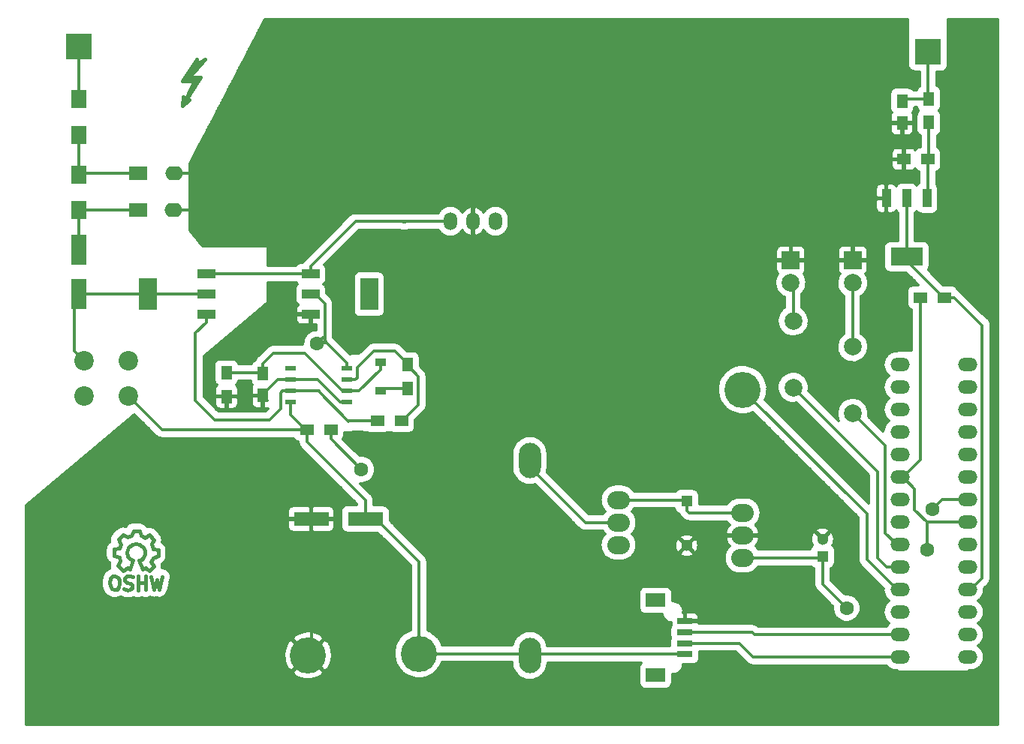
<source format=gbr>
G04 #@! TF.FileFunction,Copper,L1,Top,Signal*
%FSLAX46Y46*%
G04 Gerber Fmt 4.6, Leading zero omitted, Abs format (unit mm)*
G04 Created by KiCad (PCBNEW (2015-07-20 BZR 5967)-product) date 2015/07/23 18:24:06*
%MOMM*%
G01*
G04 APERTURE LIST*
%ADD10C,0.100000*%
%ADD11C,0.381000*%
%ADD12R,2.032000X3.657600*%
%ADD13R,2.032000X1.016000*%
%ADD14R,4.000500X1.600200*%
%ADD15R,2.000000X1.600000*%
%ADD16O,2.000000X1.600000*%
%ADD17R,1.250000X1.500000*%
%ADD18R,1.300000X1.300000*%
%ADD19C,1.300000*%
%ADD20R,1.800860X0.701040*%
%ADD21R,2.199640X1.600200*%
%ADD22R,1.800860X3.500120*%
%ADD23R,1.220000X0.910000*%
%ADD24R,2.000000X2.000000*%
%ADD25C,2.000000*%
%ADD26O,2.499360X4.000500*%
%ADD27R,1.143000X0.508000*%
%ADD28C,2.200000*%
%ADD29R,2.999740X2.999740*%
%ADD30C,4.064000*%
%ADD31R,1.500000X1.300000*%
%ADD32R,1.700000X2.000000*%
%ADD33R,1.300000X1.500000*%
%ADD34O,1.501140X1.998980*%
%ADD35C,1.998980*%
%ADD36R,3.657600X2.032000*%
%ADD37R,1.016000X2.032000*%
%ADD38O,2.540000X2.032000*%
%ADD39O,2.199640X1.501140*%
%ADD40C,1.600000*%
%ADD41C,0.380000*%
G04 APERTURE END LIST*
D10*
D11*
X113268780Y-86089860D02*
X113629460Y-87560520D01*
X113629460Y-87560520D02*
X113908860Y-86498800D01*
X113908860Y-86498800D02*
X114218740Y-87570680D01*
X114218740Y-87570680D02*
X114559100Y-86120340D01*
X111848920Y-86780740D02*
X112638860Y-86770580D01*
X112638860Y-86770580D02*
X112649020Y-86780740D01*
X112649020Y-86780740D02*
X112649020Y-86770580D01*
X112689660Y-86059380D02*
X112689660Y-87601160D01*
X111800660Y-86049220D02*
X111800660Y-87618940D01*
X111800660Y-87618940D02*
X111810820Y-87608780D01*
X111249480Y-86150820D02*
X110898960Y-86069540D01*
X110898960Y-86069540D02*
X110578920Y-86059380D01*
X110578920Y-86059380D02*
X110340160Y-86260040D01*
X110340160Y-86260040D02*
X110309680Y-86529280D01*
X110309680Y-86529280D02*
X110550980Y-86770580D01*
X110550980Y-86770580D02*
X110939600Y-86900120D01*
X110939600Y-86900120D02*
X111119940Y-87060140D01*
X111119940Y-87060140D02*
X111160580Y-87359860D01*
X111160580Y-87359860D02*
X110929440Y-87580840D01*
X110929440Y-87580840D02*
X110609400Y-87608780D01*
X110609400Y-87608780D02*
X110258880Y-87499560D01*
X109220020Y-86049220D02*
X108971100Y-86069540D01*
X108971100Y-86069540D02*
X108729800Y-86310840D01*
X108729800Y-86310840D02*
X108640900Y-86801060D01*
X108640900Y-86801060D02*
X108668840Y-87149040D01*
X108668840Y-87149040D02*
X108869500Y-87469080D01*
X108869500Y-87469080D02*
X109120960Y-87591000D01*
X109120960Y-87591000D02*
X109430840Y-87519880D01*
X109430840Y-87519880D02*
X109649280Y-87339540D01*
X109649280Y-87339540D02*
X109720400Y-86879800D01*
X109720400Y-86879800D02*
X109669600Y-86470860D01*
X109669600Y-86470860D02*
X109560380Y-86188920D01*
X109560380Y-86188920D02*
X109199700Y-86059380D01*
X109819460Y-84329640D02*
X109560380Y-84890980D01*
X109560380Y-84890980D02*
X110098860Y-85409140D01*
X110098860Y-85409140D02*
X110619560Y-85139900D01*
X110619560Y-85139900D02*
X110898960Y-85299920D01*
X112339140Y-85279600D02*
X112669340Y-85089100D01*
X112669340Y-85089100D02*
X113108760Y-85419300D01*
X113108760Y-85419300D02*
X113581200Y-84929080D01*
X113581200Y-84929080D02*
X113299260Y-84449020D01*
X113299260Y-84449020D02*
X113489760Y-83979120D01*
X113489760Y-83979120D02*
X114099360Y-83791160D01*
X114099360Y-83791160D02*
X114099360Y-83110440D01*
X114099360Y-83110440D02*
X113540560Y-82970740D01*
X113540560Y-82970740D02*
X113339900Y-82399240D01*
X113339900Y-82399240D02*
X113609140Y-81929340D01*
X113609140Y-81929340D02*
X113139240Y-81418800D01*
X113139240Y-81418800D02*
X112621080Y-81680420D01*
X112621080Y-81680420D02*
X112151180Y-81479760D01*
X112151180Y-81479760D02*
X111981000Y-80938740D01*
X111981000Y-80938740D02*
X111290120Y-80920960D01*
X111290120Y-80920960D02*
X111079300Y-81469600D01*
X111079300Y-81469600D02*
X110660200Y-81639780D01*
X110660200Y-81639780D02*
X110109020Y-81370540D01*
X110109020Y-81370540D02*
X109590860Y-81898860D01*
X109590860Y-81898860D02*
X109839780Y-82439880D01*
X109839780Y-82439880D02*
X109669600Y-82919940D01*
X109669600Y-82919940D02*
X109120960Y-83019000D01*
X109120960Y-83019000D02*
X109110800Y-83720040D01*
X109110800Y-83720040D02*
X109669600Y-83920700D01*
X109669600Y-83920700D02*
X109809300Y-84319480D01*
X111950520Y-84299160D02*
X112250240Y-84149300D01*
X112250240Y-84149300D02*
X112450900Y-83951180D01*
X112450900Y-83951180D02*
X112600760Y-83549860D01*
X112600760Y-83549860D02*
X112600760Y-83151080D01*
X112600760Y-83151080D02*
X112450900Y-82800560D01*
X112450900Y-82800560D02*
X111998780Y-82450040D01*
X111998780Y-82450040D02*
X111549200Y-82399240D01*
X111549200Y-82399240D02*
X111150420Y-82500840D01*
X111150420Y-82500840D02*
X110749100Y-82848820D01*
X110749100Y-82848820D02*
X110599240Y-83300940D01*
X110599240Y-83300940D02*
X110650040Y-83798780D01*
X110650040Y-83798780D02*
X110898960Y-84101040D01*
X110898960Y-84101040D02*
X111249480Y-84299160D01*
X111249480Y-84299160D02*
X110898960Y-85299920D01*
X111950520Y-84299160D02*
X112349300Y-85299920D01*
X118597000Y-28106000D02*
X117200000Y-30011000D01*
X117200000Y-30011000D02*
X118470000Y-30011000D01*
X116946000Y-31916000D02*
X116819000Y-32932000D01*
X116819000Y-32932000D02*
X117581000Y-32297000D01*
X117581000Y-32297000D02*
X117073000Y-32551000D01*
X117073000Y-32551000D02*
X118851000Y-29757000D01*
X118851000Y-29757000D02*
X117581000Y-29757000D01*
X117581000Y-29757000D02*
X119359000Y-27725000D01*
X119359000Y-27725000D02*
X118597000Y-28233000D01*
X118597000Y-28233000D02*
X118470000Y-27725000D01*
X118343000Y-27852000D02*
X116819000Y-30138000D01*
X116819000Y-30138000D02*
X118216000Y-30138000D01*
X118216000Y-30138000D02*
X117073000Y-32424000D01*
X117073000Y-32424000D02*
X116946000Y-31916000D01*
D12*
X137899216Y-54219634D03*
D13*
X131295216Y-54219634D03*
X131295216Y-56505634D03*
X131295216Y-51933634D03*
D14*
X137450540Y-79600000D03*
X131349460Y-79600000D03*
D15*
X111797216Y-44719634D03*
D16*
X115797216Y-44719634D03*
D15*
X111852216Y-40609634D03*
D16*
X115852216Y-40609634D03*
D17*
X125897216Y-63169634D03*
X125897216Y-65669634D03*
X198000000Y-32400000D03*
X198000000Y-34900000D03*
D18*
X173700000Y-77600000D03*
D19*
X173700000Y-82600000D03*
D18*
X189020000Y-83850000D03*
D19*
X189020000Y-81850000D03*
D20*
X173500120Y-94874520D03*
X173500120Y-93624840D03*
D21*
X170200660Y-88775980D03*
X170200660Y-97224020D03*
D20*
X173500120Y-92375160D03*
X173500120Y-91125480D03*
D22*
X105097216Y-49220914D03*
X105097216Y-54219634D03*
D23*
X139197216Y-61884634D03*
X139197216Y-65154634D03*
D24*
X185435000Y-50400000D03*
D25*
X185435000Y-52940000D03*
D24*
X192420000Y-50400000D03*
D25*
X192420000Y-52940000D03*
D26*
X156000000Y-72999260D03*
X156000000Y-95000740D03*
D27*
X129022216Y-66424634D03*
X129022216Y-65154634D03*
X129022216Y-63884634D03*
X129022216Y-62614634D03*
X135372216Y-62614634D03*
X135372216Y-63884634D03*
X135372216Y-65154634D03*
X135372216Y-66424634D03*
D28*
X110697216Y-61719634D03*
X110697216Y-65719634D03*
X105697216Y-65719634D03*
X105697216Y-61719634D03*
D29*
X105097216Y-26219634D03*
X200925000Y-26830000D03*
D30*
X131000000Y-95000000D03*
X143500000Y-94800000D03*
D31*
X141547216Y-68519634D03*
X138847216Y-68519634D03*
D32*
X105097216Y-40719634D03*
X105097216Y-44719634D03*
X105097216Y-36219634D03*
X105097216Y-32219634D03*
D31*
X130847216Y-69519634D03*
X133547216Y-69519634D03*
D33*
X142197216Y-64869634D03*
X142197216Y-62169634D03*
X121797216Y-63069634D03*
X121797216Y-65769634D03*
X201000000Y-34850000D03*
X201000000Y-32150000D03*
D31*
X198200000Y-39000000D03*
X200900000Y-39000000D03*
X200050000Y-54600000D03*
X202750000Y-54600000D03*
D34*
X147060000Y-46000000D03*
X149600000Y-46000000D03*
X152140000Y-46000000D03*
D35*
X192420000Y-67660000D03*
X192420000Y-60160000D03*
X185700000Y-64750000D03*
X185700000Y-57250000D03*
D12*
X112897216Y-54219634D03*
D13*
X119501216Y-54219634D03*
X119501216Y-51933634D03*
X119501216Y-56505634D03*
D36*
X198500000Y-50002000D03*
D37*
X198500000Y-43398000D03*
X196214000Y-43398000D03*
X200786000Y-43398000D03*
D38*
X180000000Y-81460000D03*
X180000000Y-84000000D03*
X180000000Y-78920000D03*
D39*
X205365000Y-95205000D03*
X205365000Y-92665000D03*
X205365000Y-90125000D03*
X205365000Y-87585000D03*
X205365000Y-85045000D03*
X205365000Y-82505000D03*
X205365000Y-79965000D03*
X205365000Y-77425000D03*
X205365000Y-74885000D03*
X205365000Y-72345000D03*
X205365000Y-69805000D03*
X205365000Y-67265000D03*
X205365000Y-64725000D03*
X205365000Y-62185000D03*
X197745000Y-62185000D03*
X197745000Y-64725000D03*
X197745000Y-67265000D03*
X197745000Y-69805000D03*
X197745000Y-72345000D03*
X197745000Y-74885000D03*
X197745000Y-77425000D03*
X197745000Y-79965000D03*
X197745000Y-82505000D03*
X197745000Y-85045000D03*
X197745000Y-87585000D03*
X197745000Y-90125000D03*
X197745000Y-92665000D03*
X197745000Y-95205000D03*
D38*
X166000000Y-80000000D03*
X166000000Y-77460000D03*
X166000000Y-82540000D03*
D30*
X180000000Y-65000000D03*
D40*
X127000000Y-56500000D03*
X143700000Y-75200000D03*
X201420000Y-78520000D03*
X191740000Y-89670000D03*
X200780000Y-83070000D03*
X136997582Y-74000000D03*
X131997216Y-59819634D03*
D41*
X130847216Y-69519634D02*
X114497216Y-69519634D01*
X114497216Y-69519634D02*
X110697216Y-65719634D01*
X130847216Y-70897216D02*
X137450540Y-77500540D01*
X137450540Y-77500540D02*
X137450540Y-79600000D01*
X130847216Y-69519634D02*
X130847216Y-70897216D01*
X130847216Y-70549634D02*
X130847216Y-69519634D01*
X143500000Y-94800000D02*
X143500000Y-84449310D01*
X143500000Y-84449310D02*
X138650690Y-79600000D01*
X138650690Y-79600000D02*
X137450540Y-79600000D01*
X143500000Y-94800000D02*
X155900000Y-94800000D01*
X173500120Y-94874520D02*
X155974520Y-94874520D01*
X155974520Y-94874520D02*
X155900000Y-94800000D01*
X110697216Y-65719634D02*
X110719634Y-65719634D01*
X130450540Y-69916310D02*
X130847216Y-69519634D01*
X129022216Y-66424634D02*
X129022216Y-67794634D01*
X129022216Y-67794634D02*
X130747216Y-69519634D01*
X130747216Y-69519634D02*
X130847216Y-69519634D01*
X129339716Y-66424634D02*
X129022216Y-66424634D01*
X129893582Y-56500000D02*
X127000000Y-56500000D01*
X131295216Y-56505634D02*
X129899216Y-56505634D01*
X129899216Y-56505634D02*
X129893582Y-56500000D01*
X146700000Y-57139490D02*
X146700000Y-72200000D01*
X146700000Y-72200000D02*
X143700000Y-75200000D01*
X161460000Y-41000000D02*
X161460000Y-42379490D01*
X161460000Y-42379490D02*
X146700000Y-57139490D01*
X115797216Y-44719634D02*
X118319634Y-44719634D01*
X115852216Y-40609634D02*
X118109634Y-40609634D01*
X115852216Y-40609634D02*
X117232216Y-40609634D01*
X117232216Y-40609634D02*
X117241850Y-40600000D01*
X115797216Y-44719634D02*
X117177216Y-44719634D01*
X205365000Y-77425000D02*
X202515000Y-77425000D01*
X202515000Y-77425000D02*
X201420000Y-78520000D01*
X131349460Y-79600000D02*
X131349460Y-94650540D01*
X131349460Y-94650540D02*
X131000000Y-95000000D01*
X134602216Y-66424634D02*
X132062216Y-63884634D01*
X132062216Y-63884634D02*
X129022216Y-63884634D01*
X135372216Y-66424634D02*
X134602216Y-66424634D01*
X125897216Y-65669634D02*
X125897216Y-65544634D01*
X125897216Y-65544634D02*
X127557216Y-63884634D01*
X127557216Y-63884634D02*
X128070716Y-63884634D01*
X128070716Y-63884634D02*
X129022216Y-63884634D01*
X135372216Y-66424634D02*
X135402216Y-66424634D01*
X125897216Y-65669634D02*
X126412216Y-66184634D01*
X197745000Y-79965000D02*
X198094250Y-79965000D01*
X198094250Y-79965000D02*
X198179903Y-79879347D01*
X192420000Y-50400000D02*
X185435000Y-50400000D01*
X121897216Y-65669634D02*
X121797216Y-65769634D01*
X105097216Y-44719634D02*
X105097216Y-49220914D01*
X105097216Y-44719634D02*
X110882216Y-44719634D01*
X105097216Y-36219634D02*
X105097216Y-40719634D01*
X111852216Y-40609634D02*
X105207216Y-40609634D01*
X105207216Y-40609634D02*
X105097216Y-40719634D01*
X105597216Y-40219634D02*
X105097216Y-40719634D01*
X127525430Y-60869634D02*
X128780566Y-60869634D01*
X128780566Y-60869634D02*
X129128718Y-60869634D01*
X130612216Y-60869634D02*
X128780566Y-60869634D01*
X125897216Y-63169634D02*
X125897216Y-62039634D01*
X125897216Y-62039634D02*
X127067216Y-60869634D01*
X127067216Y-60869634D02*
X127525430Y-60869634D01*
X130612216Y-60869634D02*
X134897216Y-65154634D01*
X121797216Y-63069634D02*
X125797216Y-63069634D01*
X125797216Y-63069634D02*
X125897216Y-63169634D01*
X139197216Y-61884634D02*
X139197216Y-62719634D01*
X139197216Y-62719634D02*
X136762216Y-65154634D01*
X136762216Y-65154634D02*
X136323716Y-65154634D01*
X136323716Y-65154634D02*
X135372216Y-65154634D01*
X121797216Y-63069634D02*
X121797216Y-63169634D01*
X121897216Y-63169634D02*
X121797216Y-63069634D01*
X201000000Y-32150000D02*
X198250000Y-32150000D01*
X198250000Y-32150000D02*
X198000000Y-32400000D01*
X200925000Y-26830000D02*
X200925000Y-32075000D01*
X200925000Y-32075000D02*
X201000000Y-32150000D01*
X180000000Y-78920000D02*
X173990000Y-78920000D01*
X173990000Y-78920000D02*
X173700000Y-78630000D01*
X173700000Y-78630000D02*
X173700000Y-77600000D01*
X166000000Y-77460000D02*
X173560000Y-77460000D01*
X173560000Y-77460000D02*
X173700000Y-77600000D01*
X197745000Y-74885000D02*
X198094250Y-74885000D01*
X198094250Y-74885000D02*
X200050000Y-72929250D01*
X200050000Y-72929250D02*
X200050000Y-55630000D01*
X200050000Y-55630000D02*
X200050000Y-54600000D01*
X180000000Y-84000000D02*
X188870000Y-84000000D01*
X188870000Y-84000000D02*
X189020000Y-83850000D01*
X191740000Y-89670000D02*
X189020000Y-86950000D01*
X189020000Y-86950000D02*
X189020000Y-83850000D01*
X200837398Y-79965000D02*
X200837398Y-83012602D01*
X200837398Y-83012602D02*
X200780000Y-83070000D01*
X205365000Y-79965000D02*
X200837398Y-79965000D01*
X200837398Y-79965000D02*
X199414830Y-78542432D01*
X199414830Y-78542432D02*
X199414830Y-76205580D01*
X199414830Y-76205580D02*
X198094250Y-74885000D01*
X205015750Y-79965000D02*
X205365000Y-79965000D01*
X181205000Y-95205000D02*
X179624840Y-93624840D01*
X179624840Y-93624840D02*
X173500120Y-93624840D01*
X197745000Y-95205000D02*
X181205000Y-95205000D01*
X181365000Y-92665000D02*
X181075160Y-92375160D01*
X181075160Y-92375160D02*
X173500120Y-92375160D01*
X197745000Y-92665000D02*
X181365000Y-92665000D01*
X197745000Y-92665000D02*
X197395750Y-92665000D01*
X119501216Y-54219634D02*
X118105216Y-54219634D01*
X118105216Y-54219634D02*
X112897216Y-54219634D01*
X105697216Y-61719634D02*
X104597217Y-60619635D01*
X104597217Y-60619635D02*
X104597216Y-54719634D01*
X104597216Y-54719634D02*
X105097216Y-54219634D01*
X105097216Y-54219634D02*
X106377646Y-54219634D01*
X106377646Y-54219634D02*
X112897216Y-54219634D01*
X142197216Y-64869634D02*
X139482216Y-64869634D01*
X139482216Y-64869634D02*
X139197216Y-65154634D01*
X185700000Y-57250000D02*
X185700000Y-53205000D01*
X185700000Y-53205000D02*
X185435000Y-52940000D01*
X192420000Y-60160000D02*
X192420000Y-52940000D01*
X166000000Y-80000000D02*
X162250170Y-80000000D01*
X162250170Y-80000000D02*
X156000000Y-73749830D01*
X156000000Y-73749830D02*
X156000000Y-72999260D01*
X118297216Y-61995634D02*
X118297216Y-62305159D01*
X118297216Y-62305159D02*
X118297216Y-66219634D01*
X119501216Y-56505634D02*
X119501216Y-57393634D01*
X119501216Y-57393634D02*
X118297216Y-58597634D01*
X118297216Y-58597634D02*
X118297216Y-62305159D01*
X118297216Y-66219634D02*
X120467207Y-68389625D01*
X120467207Y-68389625D02*
X126625725Y-68389625D01*
X126625725Y-68389625D02*
X127880715Y-67134635D01*
X127880715Y-67134635D02*
X127880715Y-65344635D01*
X127880715Y-65344635D02*
X128070716Y-65154634D01*
X128070716Y-65154634D02*
X129022216Y-65154634D01*
X138847216Y-68519634D02*
X135630715Y-68519634D01*
X135562216Y-68584634D02*
X132197216Y-65219634D01*
X132197216Y-65119634D02*
X129905217Y-65119634D01*
X129973716Y-65154634D02*
X129022216Y-65154634D01*
X133547216Y-69519634D02*
X133547216Y-70549634D01*
X133547216Y-70549634D02*
X136997582Y-74000000D01*
X131803216Y-54219634D02*
X132881217Y-55297635D01*
X132881217Y-55297635D02*
X132881217Y-58935633D01*
X132881217Y-58935633D02*
X132797215Y-59019635D01*
X132797215Y-59019635D02*
X131997216Y-59819634D01*
X131997216Y-59819634D02*
X132897216Y-58919634D01*
X132897216Y-58919634D02*
X132897216Y-55813634D01*
X132881217Y-58659464D02*
X132881217Y-59489635D01*
X132881217Y-58935633D02*
X132881217Y-58659464D01*
X132881217Y-59489635D02*
X133111216Y-59719634D01*
X133697216Y-69669634D02*
X133547216Y-69519634D01*
X133111216Y-59719634D02*
X131997216Y-59719634D01*
X135372216Y-62614634D02*
X135372216Y-61980634D01*
X135372216Y-61980634D02*
X133111216Y-59719634D01*
X140747216Y-60619634D02*
X138397216Y-60619634D01*
X136323716Y-63884634D02*
X135372216Y-63884634D01*
X138397216Y-60619634D02*
X136513717Y-62503133D01*
X136513717Y-62503133D02*
X136513717Y-63694633D01*
X136513717Y-63694633D02*
X136323716Y-63884634D01*
X142197216Y-62069634D02*
X140747216Y-60619634D01*
X141547216Y-68519634D02*
X141647216Y-68519634D01*
X141647216Y-68519634D02*
X143417217Y-66749633D01*
X143417217Y-66749633D02*
X143417217Y-63489635D01*
X143417217Y-63489635D02*
X142197216Y-62269634D01*
X142197216Y-62269634D02*
X142197216Y-62169634D01*
X142197216Y-62169634D02*
X142197216Y-62069634D01*
X105097216Y-26219634D02*
X105097216Y-32219634D01*
X200900000Y-39000000D02*
X200900000Y-43284000D01*
X200900000Y-43284000D02*
X200786000Y-43398000D01*
X201000000Y-34850000D02*
X201000000Y-38900000D01*
X201000000Y-38900000D02*
X200900000Y-39000000D01*
X198500000Y-43398000D02*
X198500000Y-50002000D01*
X202750000Y-54600000D02*
X202650000Y-54600000D01*
X202650000Y-54600000D02*
X198500000Y-50450000D01*
X198500000Y-50450000D02*
X198500000Y-50002000D01*
X207034830Y-57714830D02*
X207034830Y-57971736D01*
X207034830Y-57971736D02*
X207034830Y-86264420D01*
X202750000Y-54600000D02*
X203880000Y-54600000D01*
X203880000Y-54600000D02*
X207034830Y-57754830D01*
X207034830Y-57754830D02*
X207034830Y-57971736D01*
X205714250Y-87585000D02*
X205365000Y-87585000D01*
X207034830Y-86264420D02*
X205714250Y-87585000D01*
X147060000Y-46000000D02*
X136340850Y-46000000D01*
X136340850Y-46000000D02*
X131295216Y-51045634D01*
X131295216Y-51045634D02*
X131295216Y-51933634D01*
X141960000Y-46100000D02*
X141714740Y-46100000D01*
X147060000Y-46000000D02*
X141814740Y-46000000D01*
X119501216Y-51933634D02*
X131295216Y-51933634D01*
X119501216Y-51933634D02*
X120897216Y-51933634D01*
X192420000Y-67660000D02*
X196075170Y-71315170D01*
X196075170Y-71315170D02*
X196075170Y-81184420D01*
X196075170Y-81184420D02*
X197395750Y-82505000D01*
X197395750Y-82505000D02*
X197745000Y-82505000D01*
X197351508Y-82505000D02*
X197745000Y-82505000D01*
X197745000Y-85045000D02*
X196265180Y-85045000D01*
X196265180Y-85045000D02*
X195220180Y-84000000D01*
X195220180Y-84000000D02*
X195220180Y-74270180D01*
X195220180Y-74270180D02*
X194783385Y-73833385D01*
X194783385Y-73833385D02*
X185700000Y-64750000D01*
X197745000Y-85045000D02*
X197395750Y-85045000D01*
X185700000Y-64849250D02*
X185700000Y-64750000D01*
X180000000Y-65000000D02*
X194000000Y-79000000D01*
X194000000Y-79000000D02*
X194000000Y-84189250D01*
X194000000Y-84189250D02*
X197395750Y-87585000D01*
X197395750Y-87585000D02*
X197745000Y-87585000D01*
X208810000Y-23190000D02*
X203190000Y-23190000D01*
X208810000Y-23494000D02*
X203190000Y-23494000D01*
X208810000Y-23798000D02*
X203190000Y-23798000D01*
X208810000Y-24102000D02*
X203190000Y-24102000D01*
X208810000Y-24406000D02*
X203190000Y-24406000D01*
X208810000Y-24710000D02*
X203190000Y-24710000D01*
X208810000Y-25014000D02*
X203190000Y-25014000D01*
X208810000Y-25318000D02*
X203217706Y-25318000D01*
X208810000Y-25622000D02*
X203218692Y-25622000D01*
X208810000Y-25926000D02*
X203218692Y-25926000D01*
X208810000Y-26230000D02*
X203218692Y-26230000D01*
X208810000Y-26534000D02*
X203218692Y-26534000D01*
X208810000Y-26838000D02*
X203218692Y-26838000D01*
X208810000Y-27142000D02*
X203218692Y-27142000D01*
X208810000Y-27446000D02*
X203218692Y-27446000D01*
X208810000Y-27750000D02*
X203218692Y-27750000D01*
X208810000Y-28054000D02*
X203218692Y-28054000D01*
X208810000Y-28358000D02*
X203214704Y-28358000D01*
X208810000Y-28662000D02*
X203137287Y-28662000D01*
X208810000Y-28966000D02*
X202887781Y-28966000D01*
X208810000Y-29270000D02*
X201905000Y-29270000D01*
X208810000Y-29574000D02*
X201905000Y-29574000D01*
X208810000Y-29878000D02*
X201905000Y-29878000D01*
X208810000Y-30182000D02*
X201905000Y-30182000D01*
X208810000Y-30486000D02*
X201905000Y-30486000D01*
X208810000Y-30790000D02*
X202145907Y-30790000D01*
X208810000Y-31094000D02*
X202377804Y-31094000D01*
X208810000Y-31398000D02*
X202443659Y-31398000D01*
X208810000Y-31702000D02*
X202443822Y-31702000D01*
X208810000Y-32006000D02*
X202443822Y-32006000D01*
X208810000Y-32310000D02*
X202443822Y-32310000D01*
X208810000Y-32614000D02*
X202443822Y-32614000D01*
X208810000Y-32918000D02*
X202441270Y-32918000D01*
X208810000Y-33222000D02*
X202366973Y-33222000D01*
X208810000Y-33526000D02*
X202188277Y-33526000D01*
X208810000Y-33830000D02*
X202389061Y-33830000D01*
X208810000Y-34134000D02*
X202443822Y-34134000D01*
X208810000Y-34438000D02*
X202443822Y-34438000D01*
X208810000Y-34742000D02*
X202443822Y-34742000D01*
X208810000Y-35046000D02*
X202443822Y-35046000D01*
X208810000Y-35350000D02*
X202443822Y-35350000D01*
X208810000Y-35654000D02*
X202436165Y-35654000D01*
X208810000Y-35958000D02*
X202350784Y-35958000D01*
X208810000Y-36262000D02*
X202073833Y-36262000D01*
X208810000Y-36566000D02*
X201980000Y-36566000D01*
X208810000Y-36870000D02*
X201980000Y-36870000D01*
X208810000Y-37174000D02*
X201980000Y-37174000D01*
X208810000Y-37478000D02*
X201980000Y-37478000D01*
X208810000Y-37782000D02*
X202195339Y-37782000D01*
X208810000Y-38086000D02*
X202390937Y-38086000D01*
X208810000Y-38390000D02*
X202443822Y-38390000D01*
X208810000Y-38694000D02*
X202443822Y-38694000D01*
X208810000Y-38998000D02*
X202443822Y-38998000D01*
X208810000Y-39302000D02*
X202443822Y-39302000D01*
X208810000Y-39606000D02*
X202443822Y-39606000D01*
X208810000Y-39910000D02*
X202394852Y-39910000D01*
X208810000Y-40214000D02*
X202202145Y-40214000D01*
X208810000Y-40518000D02*
X201880000Y-40518000D01*
X208810000Y-40822000D02*
X201880000Y-40822000D01*
X208810000Y-41126000D02*
X201880000Y-41126000D01*
X208810000Y-41430000D02*
X201880000Y-41430000D01*
X208810000Y-41734000D02*
X201880000Y-41734000D01*
X208810000Y-42038000D02*
X202008850Y-42038000D01*
X208810000Y-42342000D02*
X202084571Y-42342000D01*
X208810000Y-42646000D02*
X202087822Y-42646000D01*
X208810000Y-42950000D02*
X202087822Y-42950000D01*
X208810000Y-43254000D02*
X202087822Y-43254000D01*
X208810000Y-43558000D02*
X202087822Y-43558000D01*
X208810000Y-43862000D02*
X202087822Y-43862000D01*
X208810000Y-44166000D02*
X202087822Y-44166000D01*
X208810000Y-44470000D02*
X202079882Y-44470000D01*
X208810000Y-44774000D02*
X201993885Y-44774000D01*
X199845648Y-45078000D02*
X199480000Y-45078000D01*
X208810000Y-45078000D02*
X201714812Y-45078000D01*
X208810000Y-45382000D02*
X199480000Y-45382000D01*
X208810000Y-45686000D02*
X199480000Y-45686000D01*
X208810000Y-45990000D02*
X199480000Y-45990000D01*
X208810000Y-46294000D02*
X199480000Y-46294000D01*
X208810000Y-46598000D02*
X199480000Y-46598000D01*
X208810000Y-46902000D02*
X199480000Y-46902000D01*
X208810000Y-47206000D02*
X199480000Y-47206000D01*
X208810000Y-47510000D02*
X199480000Y-47510000D01*
X208810000Y-47814000D02*
X199480000Y-47814000D01*
X208810000Y-48118000D02*
X199480000Y-48118000D01*
X208810000Y-48422000D02*
X200878847Y-48422000D01*
X208810000Y-48726000D02*
X201070988Y-48726000D01*
X208810000Y-49030000D02*
X201122622Y-49030000D01*
X208810000Y-49334000D02*
X201122622Y-49334000D01*
X208810000Y-49638000D02*
X201122622Y-49638000D01*
X208810000Y-49942000D02*
X201122622Y-49942000D01*
X208810000Y-50246000D02*
X201122622Y-50246000D01*
X208810000Y-50550000D02*
X201122622Y-50550000D01*
X208810000Y-50854000D02*
X201122622Y-50854000D01*
X208810000Y-51158000D02*
X201102771Y-51158000D01*
X208810000Y-51462000D02*
X200982904Y-51462000D01*
X208810000Y-51766000D02*
X201201929Y-51766000D01*
X208810000Y-52070000D02*
X201505929Y-52070000D01*
X208810000Y-52374000D02*
X201809929Y-52374000D01*
X208810000Y-52678000D02*
X202113929Y-52678000D01*
X208810000Y-52982000D02*
X202417929Y-52982000D01*
X208810000Y-53286000D02*
X203932352Y-53286000D01*
X208810000Y-53590000D02*
X204204258Y-53590000D01*
X208810000Y-53894000D02*
X204557095Y-53894000D01*
X208810000Y-54198000D02*
X204863929Y-54198000D01*
X208810000Y-54502000D02*
X205167929Y-54502000D01*
X208810000Y-54806000D02*
X205471929Y-54806000D01*
X208810000Y-55110000D02*
X205775929Y-55110000D01*
X208810000Y-55414000D02*
X206079929Y-55414000D01*
X208810000Y-55718000D02*
X206383929Y-55718000D01*
X208810000Y-56022000D02*
X206687929Y-56022000D01*
X208810000Y-56326000D02*
X206991929Y-56326000D01*
X208810000Y-56630000D02*
X207295929Y-56630000D01*
X208810000Y-56934000D02*
X207621069Y-56934000D01*
X208810000Y-57238000D02*
X207885916Y-57238000D01*
X208810000Y-57542000D02*
X207997883Y-57542000D01*
X208810000Y-57846000D02*
X208014830Y-57846000D01*
X208810000Y-58150000D02*
X208014830Y-58150000D01*
X208810000Y-58454000D02*
X208014830Y-58454000D01*
X208810000Y-58758000D02*
X208014830Y-58758000D01*
X208810000Y-59062000D02*
X208014830Y-59062000D01*
X208810000Y-59366000D02*
X208014830Y-59366000D01*
X208810000Y-59670000D02*
X208014830Y-59670000D01*
X208810000Y-59974000D02*
X208014830Y-59974000D01*
X208810000Y-60278000D02*
X208014830Y-60278000D01*
X208810000Y-60582000D02*
X208014830Y-60582000D01*
X208810000Y-60886000D02*
X208014830Y-60886000D01*
X208810000Y-61190000D02*
X208014830Y-61190000D01*
X208810000Y-61494000D02*
X208014830Y-61494000D01*
X208810000Y-61798000D02*
X208014830Y-61798000D01*
X208810000Y-62102000D02*
X208014830Y-62102000D01*
X208810000Y-62406000D02*
X208014830Y-62406000D01*
X208810000Y-62710000D02*
X208014830Y-62710000D01*
X208810000Y-63014000D02*
X208014830Y-63014000D01*
X208810000Y-63318000D02*
X208014830Y-63318000D01*
X208810000Y-63622000D02*
X208014830Y-63622000D01*
X208810000Y-63926000D02*
X208014830Y-63926000D01*
X208810000Y-64230000D02*
X208014830Y-64230000D01*
X208810000Y-64534000D02*
X208014830Y-64534000D01*
X208810000Y-64838000D02*
X208014830Y-64838000D01*
X208810000Y-65142000D02*
X208014830Y-65142000D01*
X208810000Y-65446000D02*
X208014830Y-65446000D01*
X208810000Y-65750000D02*
X208014830Y-65750000D01*
X208810000Y-66054000D02*
X208014830Y-66054000D01*
X208810000Y-66358000D02*
X208014830Y-66358000D01*
X208810000Y-66662000D02*
X208014830Y-66662000D01*
X208810000Y-66966000D02*
X208014830Y-66966000D01*
X208810000Y-67270000D02*
X208014830Y-67270000D01*
X208810000Y-67574000D02*
X208014830Y-67574000D01*
X111469653Y-67878000D02*
X111362482Y-67878000D01*
X208810000Y-67878000D02*
X208014830Y-67878000D01*
X111773653Y-68182000D02*
X111000071Y-68182000D01*
X208810000Y-68182000D02*
X208014830Y-68182000D01*
X112077653Y-68486000D02*
X110637661Y-68486000D01*
X208810000Y-68486000D02*
X208014830Y-68486000D01*
X112381653Y-68790000D02*
X110275251Y-68790000D01*
X208810000Y-68790000D02*
X208014830Y-68790000D01*
X112685653Y-69094000D02*
X109912840Y-69094000D01*
X208810000Y-69094000D02*
X208014830Y-69094000D01*
X112989653Y-69398000D02*
X109550430Y-69398000D01*
X208810000Y-69398000D02*
X208014830Y-69398000D01*
X113293653Y-69702000D02*
X109188019Y-69702000D01*
X208810000Y-69702000D02*
X208014830Y-69702000D01*
X113597653Y-70006000D02*
X108825609Y-70006000D01*
X208810000Y-70006000D02*
X208014830Y-70006000D01*
X113921805Y-70310000D02*
X108463198Y-70310000D01*
X208810000Y-70310000D02*
X208014830Y-70310000D01*
X129448810Y-70614000D02*
X108100788Y-70614000D01*
X208810000Y-70614000D02*
X208014830Y-70614000D01*
X129845033Y-70918000D02*
X107738377Y-70918000D01*
X208810000Y-70918000D02*
X208014830Y-70918000D01*
X129925924Y-71222000D02*
X107375967Y-71222000D01*
X208810000Y-71222000D02*
X208014830Y-71222000D01*
X130101188Y-71526000D02*
X107013556Y-71526000D01*
X208810000Y-71526000D02*
X208014830Y-71526000D01*
X130394071Y-71830000D02*
X106651146Y-71830000D01*
X208810000Y-71830000D02*
X208014830Y-71830000D01*
X130698071Y-72134000D02*
X106288735Y-72134000D01*
X208810000Y-72134000D02*
X208014830Y-72134000D01*
X131002071Y-72438000D02*
X105926325Y-72438000D01*
X208810000Y-72438000D02*
X208014830Y-72438000D01*
X131306071Y-72742000D02*
X105563914Y-72742000D01*
X208810000Y-72742000D02*
X208014830Y-72742000D01*
X131610071Y-73046000D02*
X105201504Y-73046000D01*
X208810000Y-73046000D02*
X208014830Y-73046000D01*
X131914071Y-73350000D02*
X104839093Y-73350000D01*
X208810000Y-73350000D02*
X208014830Y-73350000D01*
X132218071Y-73654000D02*
X104476683Y-73654000D01*
X208810000Y-73654000D02*
X208014830Y-73654000D01*
X132522071Y-73958000D02*
X104114272Y-73958000D01*
X208810000Y-73958000D02*
X208014830Y-73958000D01*
X132826071Y-74262000D02*
X103751862Y-74262000D01*
X208810000Y-74262000D02*
X208014830Y-74262000D01*
X133130071Y-74566000D02*
X103389451Y-74566000D01*
X208810000Y-74566000D02*
X208014830Y-74566000D01*
X133434071Y-74870000D02*
X103027041Y-74870000D01*
X208810000Y-74870000D02*
X208014830Y-74870000D01*
X133738071Y-75174000D02*
X102664630Y-75174000D01*
X208810000Y-75174000D02*
X208014830Y-75174000D01*
X134042071Y-75478000D02*
X102302220Y-75478000D01*
X208810000Y-75478000D02*
X208014830Y-75478000D01*
X134346071Y-75782000D02*
X101939809Y-75782000D01*
X208810000Y-75782000D02*
X208014830Y-75782000D01*
X134650071Y-76086000D02*
X101577399Y-76086000D01*
X208810000Y-76086000D02*
X208014830Y-76086000D01*
X134954071Y-76390000D02*
X101214988Y-76390000D01*
X208810000Y-76390000D02*
X208014830Y-76390000D01*
X135258071Y-76694000D02*
X100852578Y-76694000D01*
X208810000Y-76694000D02*
X208014830Y-76694000D01*
X135562071Y-76998000D02*
X100490167Y-76998000D01*
X208810000Y-76998000D02*
X208014830Y-76998000D01*
X135866071Y-77302000D02*
X100127757Y-77302000D01*
X208810000Y-77302000D02*
X208014830Y-77302000D01*
X136170071Y-77606000D02*
X99765346Y-77606000D01*
X208810000Y-77606000D02*
X208014830Y-77606000D01*
X136470540Y-77910000D02*
X99402936Y-77910000D01*
X208810000Y-77910000D02*
X208014830Y-77910000D01*
X128969704Y-78214000D02*
X99190000Y-78214000D01*
X131475860Y-78214000D02*
X131223060Y-78214000D01*
X134916752Y-78214000D02*
X133729215Y-78214000D01*
X208810000Y-78214000D02*
X208014830Y-78214000D01*
X128710466Y-78518000D02*
X99190000Y-78518000D01*
X131413460Y-78518000D02*
X131285460Y-78518000D01*
X134715286Y-78518000D02*
X133988453Y-78518000D01*
X208810000Y-78518000D02*
X208014830Y-78518000D01*
X128651210Y-78822000D02*
X99190000Y-78822000D01*
X131413460Y-78822000D02*
X131285460Y-78822000D01*
X134656468Y-78822000D02*
X134047710Y-78822000D01*
X208810000Y-78822000D02*
X208014830Y-78822000D01*
X128651210Y-79126000D02*
X99190000Y-79126000D01*
X131413460Y-79126000D02*
X131285460Y-79126000D01*
X134656468Y-79126000D02*
X134047710Y-79126000D01*
X208810000Y-79126000D02*
X208014830Y-79126000D01*
X128719710Y-79430000D02*
X99190000Y-79430000D01*
X131413460Y-79430000D02*
X131285460Y-79430000D01*
X134656468Y-79430000D02*
X133979210Y-79430000D01*
X208810000Y-79430000D02*
X208014830Y-79430000D01*
X128755710Y-79734000D02*
X99190000Y-79734000D01*
X131413460Y-79734000D02*
X131285460Y-79734000D01*
X134656468Y-79734000D02*
X133943210Y-79734000D01*
X208810000Y-79734000D02*
X208014830Y-79734000D01*
X110870274Y-80038000D02*
X99190000Y-80038000D01*
X128651210Y-80038000D02*
X112362081Y-80038000D01*
X131413460Y-80038000D02*
X131285460Y-80038000D01*
X134656468Y-80038000D02*
X134047710Y-80038000D01*
X208810000Y-80038000D02*
X208014830Y-80038000D01*
X110500287Y-80342000D02*
X99190000Y-80342000D01*
X128651210Y-80342000D02*
X112755218Y-80342000D01*
X131413460Y-80342000D02*
X131285460Y-80342000D01*
X134656468Y-80342000D02*
X134047710Y-80342000D01*
X208810000Y-80342000D02*
X208014830Y-80342000D01*
X109450841Y-80646000D02*
X99190000Y-80646000D01*
X128695556Y-80646000D02*
X113738888Y-80646000D01*
X131413460Y-80646000D02*
X131285460Y-80646000D01*
X134703693Y-80646000D02*
X134003365Y-80646000D01*
X208810000Y-80646000D02*
X208014830Y-80646000D01*
X109148104Y-80950000D02*
X99190000Y-80950000D01*
X128915827Y-80950000D02*
X114040346Y-80950000D01*
X131439860Y-80950000D02*
X131259060Y-80950000D01*
X134883648Y-80950000D02*
X133783094Y-80950000D01*
X208810000Y-80950000D02*
X208014830Y-80950000D01*
X108855949Y-81254000D02*
X99190000Y-81254000D01*
X138918760Y-81254000D02*
X114320147Y-81254000D01*
X208810000Y-81254000D02*
X208014830Y-81254000D01*
X108672421Y-81558000D02*
X99190000Y-81558000D01*
X139222760Y-81558000D02*
X114512702Y-81558000D01*
X208810000Y-81558000D02*
X208014830Y-81558000D01*
X108614321Y-81862000D02*
X99190000Y-81862000D01*
X139526760Y-81862000D02*
X114587074Y-81862000D01*
X208810000Y-81862000D02*
X208014830Y-81862000D01*
X108645296Y-82166000D02*
X99190000Y-82166000D01*
X139830760Y-82166000D02*
X114560309Y-82166000D01*
X208810000Y-82166000D02*
X208014830Y-82166000D01*
X108310179Y-82470000D02*
X99190000Y-82470000D01*
X140134760Y-82470000D02*
X114840298Y-82470000D01*
X208810000Y-82470000D02*
X208014830Y-82470000D01*
X108174027Y-82774000D02*
X99190000Y-82774000D01*
X140438760Y-82774000D02*
X115018803Y-82774000D01*
X208810000Y-82774000D02*
X208014830Y-82774000D01*
X108139502Y-83078000D02*
X99190000Y-83078000D01*
X140742760Y-83078000D02*
X115076679Y-83078000D01*
X208810000Y-83078000D02*
X208014830Y-83078000D01*
X108135096Y-83382000D02*
X99190000Y-83382000D01*
X141046760Y-83382000D02*
X115079860Y-83382000D01*
X208810000Y-83382000D02*
X208014830Y-83382000D01*
X108130690Y-83686000D02*
X99190000Y-83686000D01*
X141350760Y-83686000D02*
X115079860Y-83686000D01*
X208810000Y-83686000D02*
X208014830Y-83686000D01*
X108171663Y-83990000D02*
X99190000Y-83990000D01*
X141654760Y-83990000D02*
X115058997Y-83990000D01*
X208810000Y-83990000D02*
X208014830Y-83990000D01*
X108315881Y-84294000D02*
X99190000Y-84294000D01*
X141958760Y-84294000D02*
X114936898Y-84294000D01*
X208810000Y-84294000D02*
X208014830Y-84294000D01*
X108629123Y-84598000D02*
X99190000Y-84598000D01*
X142262760Y-84598000D02*
X114653170Y-84598000D01*
X208810000Y-84598000D02*
X208014830Y-84598000D01*
X108580179Y-84902000D02*
X99190000Y-84902000D01*
X142520000Y-84902000D02*
X114560187Y-84902000D01*
X208810000Y-84902000D02*
X208014830Y-84902000D01*
X108510015Y-85206000D02*
X99190000Y-85206000D01*
X142520000Y-85206000D02*
X114900687Y-85206000D01*
X208810000Y-85206000D02*
X208014830Y-85206000D01*
X108144004Y-85510000D02*
X99190000Y-85510000D01*
X142520000Y-85510000D02*
X115320919Y-85510000D01*
X208810000Y-85510000D02*
X208014830Y-85510000D01*
X107888681Y-85814000D02*
X99190000Y-85814000D01*
X142520000Y-85814000D02*
X115487474Y-85814000D01*
X208810000Y-85814000D02*
X208014830Y-85814000D01*
X107768547Y-86118000D02*
X99190000Y-86118000D01*
X142520000Y-86118000D02*
X115536695Y-86118000D01*
X208810000Y-86118000D02*
X208014830Y-86118000D01*
X107713149Y-86422000D02*
X99190000Y-86422000D01*
X142520000Y-86422000D02*
X115495446Y-86422000D01*
X208810000Y-86422000D02*
X207999166Y-86422000D01*
X107666963Y-86726000D02*
X99190000Y-86726000D01*
X142520000Y-86726000D02*
X115424104Y-86726000D01*
X208810000Y-86726000D02*
X207894068Y-86726000D01*
X107675627Y-87030000D02*
X99190000Y-87030000D01*
X142520000Y-87030000D02*
X115352763Y-87030000D01*
X208810000Y-87030000D02*
X207655180Y-87030000D01*
X107708763Y-87334000D02*
X99190000Y-87334000D01*
X142520000Y-87334000D02*
X115281421Y-87334000D01*
X208810000Y-87334000D02*
X207351180Y-87334000D01*
X107821194Y-87638000D02*
X99190000Y-87638000D01*
X142520000Y-87638000D02*
X115210080Y-87638000D01*
X208810000Y-87638000D02*
X207259486Y-87638000D01*
X108008729Y-87942000D02*
X99190000Y-87942000D01*
X142520000Y-87942000D02*
X115122354Y-87942000D01*
X208810000Y-87942000D02*
X207217880Y-87942000D01*
X108272193Y-88246000D02*
X99190000Y-88246000D01*
X142520000Y-88246000D02*
X114924458Y-88246000D01*
X208810000Y-88246000D02*
X207108982Y-88246000D01*
X108925761Y-88550000D02*
X99190000Y-88550000D01*
X110342379Y-88550000D02*
X109323631Y-88550000D01*
X111508483Y-88550000D02*
X111063712Y-88550000D01*
X112454920Y-88550000D02*
X112093605Y-88550000D01*
X114175323Y-88550000D02*
X112921951Y-88550000D01*
X142520000Y-88550000D02*
X114183208Y-88550000D01*
X208810000Y-88550000D02*
X206914942Y-88550000D01*
X142520000Y-88854000D02*
X99190000Y-88854000D01*
X208810000Y-88854000D02*
X206593937Y-88854000D01*
X142520000Y-89158000D02*
X99190000Y-89158000D01*
X208810000Y-89158000D02*
X206913238Y-89158000D01*
X142520000Y-89462000D02*
X99190000Y-89462000D01*
X208810000Y-89462000D02*
X207106882Y-89462000D01*
X142520000Y-89766000D02*
X99190000Y-89766000D01*
X208810000Y-89766000D02*
X207215978Y-89766000D01*
X142520000Y-90070000D02*
X99190000Y-90070000D01*
X208810000Y-90070000D02*
X207257941Y-90070000D01*
X142520000Y-90374000D02*
X99190000Y-90374000D01*
X208810000Y-90374000D02*
X207238886Y-90374000D01*
X142520000Y-90678000D02*
X99190000Y-90678000D01*
X208810000Y-90678000D02*
X207157208Y-90678000D01*
X142520000Y-90982000D02*
X99190000Y-90982000D01*
X208810000Y-90982000D02*
X207003005Y-90982000D01*
X142520000Y-91286000D02*
X99190000Y-91286000D01*
X208810000Y-91286000D02*
X206725731Y-91286000D01*
X142520000Y-91590000D02*
X99190000Y-91590000D01*
X208810000Y-91590000D02*
X206826404Y-91590000D01*
X142520000Y-91894000D02*
X99190000Y-91894000D01*
X208810000Y-91894000D02*
X207050421Y-91894000D01*
X142406616Y-92198000D02*
X99190000Y-92198000D01*
X208810000Y-92198000D02*
X207184192Y-92198000D01*
X129888049Y-92502000D02*
X99190000Y-92502000D01*
X141857748Y-92502000D02*
X132124878Y-92502000D01*
X208810000Y-92502000D02*
X207248113Y-92502000D01*
X129406639Y-92806000D02*
X99190000Y-92806000D01*
X141502664Y-92806000D02*
X132593360Y-92806000D01*
X208810000Y-92806000D02*
X207250237Y-92806000D01*
X129244875Y-93110000D02*
X99190000Y-93110000D01*
X141236885Y-93110000D02*
X132755124Y-93110000D01*
X208810000Y-93110000D02*
X207190640Y-93110000D01*
X128792166Y-93414000D02*
X99190000Y-93414000D01*
X129504510Y-93414000D02*
X129323490Y-93414000D01*
X132676510Y-93414000D02*
X132495490Y-93414000D01*
X141028731Y-93414000D02*
X133207833Y-93414000D01*
X208810000Y-93414000D02*
X207061400Y-93414000D01*
X128589230Y-93718000D02*
X99190000Y-93718000D01*
X129808510Y-93718000D02*
X129627490Y-93718000D01*
X132372510Y-93718000D02*
X132191490Y-93718000D01*
X140893337Y-93718000D02*
X133410561Y-93718000D01*
X208810000Y-93718000D02*
X206842142Y-93718000D01*
X128446711Y-94022000D02*
X99190000Y-94022000D01*
X130112510Y-94022000D02*
X129931490Y-94022000D01*
X132068510Y-94022000D02*
X131887490Y-94022000D01*
X140780200Y-94022000D02*
X133559744Y-94022000D01*
X208810000Y-94022000D02*
X206698812Y-94022000D01*
X128349177Y-94326000D02*
X99190000Y-94326000D01*
X130416510Y-94326000D02*
X130235490Y-94326000D01*
X131764510Y-94326000D02*
X131583490Y-94326000D01*
X140715583Y-94326000D02*
X133646695Y-94326000D01*
X208810000Y-94326000D02*
X206983992Y-94326000D01*
X128294534Y-94630000D02*
X99190000Y-94630000D01*
X130720510Y-94630000D02*
X130539490Y-94630000D01*
X131460510Y-94630000D02*
X131279490Y-94630000D01*
X140679978Y-94630000D02*
X133708760Y-94630000D01*
X179244071Y-94630000D02*
X175194372Y-94630000D01*
X208810000Y-94630000D02*
X207152406Y-94630000D01*
X128259692Y-94934000D02*
X99190000Y-94934000D01*
X131156510Y-94934000D02*
X130843490Y-94934000D01*
X140675733Y-94934000D02*
X133733817Y-94934000D01*
X179548071Y-94934000D02*
X175194372Y-94934000D01*
X208810000Y-94934000D02*
X207238284Y-94934000D01*
X128280360Y-95238000D02*
X99190000Y-95238000D01*
X130852510Y-95238000D02*
X130671490Y-95238000D01*
X131328510Y-95238000D02*
X131147490Y-95238000D01*
X140711130Y-95238000D02*
X133720595Y-95238000D01*
X179852071Y-95238000D02*
X175192535Y-95238000D01*
X208810000Y-95238000D02*
X207261588Y-95238000D01*
X128315550Y-95542000D02*
X99190000Y-95542000D01*
X130548510Y-95542000D02*
X130367490Y-95542000D01*
X131632510Y-95542000D02*
X131451490Y-95542000D01*
X140766924Y-95542000D02*
X133685753Y-95542000D01*
X180156071Y-95542000D02*
X175119789Y-95542000D01*
X208810000Y-95542000D02*
X207224071Y-95542000D01*
X128402501Y-95846000D02*
X99190000Y-95846000D01*
X130244510Y-95846000D02*
X130063490Y-95846000D01*
X131936510Y-95846000D02*
X131755490Y-95846000D01*
X140878873Y-95846000D02*
X133595640Y-95846000D01*
X153968281Y-95846000D02*
X146123486Y-95846000D01*
X180460071Y-95846000D02*
X174886375Y-95846000D01*
X208810000Y-95846000D02*
X207119796Y-95846000D01*
X128521565Y-96150000D02*
X99190000Y-96150000D01*
X129940510Y-96150000D02*
X129759490Y-96150000D01*
X132240510Y-96150000D02*
X132059490Y-96150000D01*
X141012613Y-96150000D02*
X133484054Y-96150000D01*
X153998088Y-96150000D02*
X145988137Y-96150000D01*
X168362247Y-96150000D02*
X157999470Y-96150000D01*
X180958422Y-96150000D02*
X173320931Y-96150000D01*
X208810000Y-96150000D02*
X206931487Y-96150000D01*
X128677880Y-96454000D02*
X99190000Y-96454000D01*
X129636510Y-96454000D02*
X129455490Y-96454000D01*
X132544510Y-96454000D02*
X132363490Y-96454000D01*
X141208529Y-96454000D02*
X133315278Y-96454000D01*
X154087632Y-96454000D02*
X145786867Y-96454000D01*
X168307018Y-96454000D02*
X157911009Y-96454000D01*
X196489844Y-96454000D02*
X173222483Y-96454000D01*
X208810000Y-96454000D02*
X206617833Y-96454000D01*
X129115404Y-96758000D02*
X99190000Y-96758000D01*
X129332510Y-96758000D02*
X129151490Y-96758000D01*
X132848510Y-96758000D02*
X132667490Y-96758000D01*
X141467610Y-96758000D02*
X132884597Y-96758000D01*
X154229033Y-96758000D02*
X145536184Y-96758000D01*
X168307018Y-96758000D02*
X157770469Y-96758000D01*
X197421537Y-96758000D02*
X173024539Y-96758000D01*
X208810000Y-96758000D02*
X205578464Y-96758000D01*
X129336400Y-97062000D02*
X99190000Y-97062000D01*
X141809694Y-97062000D02*
X132663601Y-97062000D01*
X154438490Y-97062000D02*
X145202511Y-97062000D01*
X168307018Y-97062000D02*
X157561436Y-97062000D01*
X208810000Y-97062000D02*
X172599960Y-97062000D01*
X129637362Y-97366000D02*
X99190000Y-97366000D01*
X142324192Y-97366000D02*
X132368664Y-97366000D01*
X154750898Y-97366000D02*
X144688466Y-97366000D01*
X168307018Y-97366000D02*
X157248122Y-97366000D01*
X208810000Y-97366000D02*
X172094302Y-97366000D01*
X130385774Y-97670000D02*
X99190000Y-97670000D01*
X155289977Y-97670000D02*
X131592521Y-97670000D01*
X168307018Y-97670000D02*
X156716406Y-97670000D01*
X208810000Y-97670000D02*
X172094302Y-97670000D01*
X168307018Y-97974000D02*
X99190000Y-97974000D01*
X208810000Y-97974000D02*
X172094302Y-97974000D01*
X168356739Y-98278000D02*
X99190000Y-98278000D01*
X208810000Y-98278000D02*
X172048084Y-98278000D01*
X168543590Y-98582000D02*
X99190000Y-98582000D01*
X208810000Y-98582000D02*
X171857825Y-98582000D01*
X208810000Y-98886000D02*
X99190000Y-98886000D01*
X208810000Y-99190000D02*
X99190000Y-99190000D01*
X208810000Y-99494000D02*
X99190000Y-99494000D01*
X208810000Y-99798000D02*
X99190000Y-99798000D01*
X208810000Y-100102000D02*
X99190000Y-100102000D01*
X208810000Y-100406000D02*
X99190000Y-100406000D01*
X208810000Y-100710000D02*
X99190000Y-100710000D01*
X208810000Y-101014000D02*
X99190000Y-101014000D01*
X208810000Y-101318000D02*
X99190000Y-101318000D01*
X208810000Y-101622000D02*
X99190000Y-101622000D01*
X208810000Y-101926000D02*
X99190000Y-101926000D01*
X208810000Y-102230000D02*
X99190000Y-102230000D01*
X208810000Y-102534000D02*
X99190000Y-102534000D01*
X198610000Y-23190000D02*
X126115527Y-23190000D01*
X198610000Y-23494000D02*
X125957967Y-23494000D01*
X198610000Y-23798000D02*
X125800406Y-23798000D01*
X198610000Y-24102000D02*
X125642845Y-24102000D01*
X198610000Y-24406000D02*
X125485284Y-24406000D01*
X198610000Y-24710000D02*
X125327723Y-24710000D01*
X198610000Y-25014000D02*
X125170162Y-25014000D01*
X198610000Y-25318000D02*
X125012601Y-25318000D01*
X198610000Y-25622000D02*
X124855040Y-25622000D01*
X198610000Y-25926000D02*
X124697479Y-25926000D01*
X198610000Y-26230000D02*
X124539918Y-26230000D01*
X198610000Y-26534000D02*
X124382357Y-26534000D01*
X198610000Y-26838000D02*
X124224796Y-26838000D01*
X198610000Y-27142000D02*
X124067235Y-27142000D01*
X198610000Y-27446000D02*
X123909674Y-27446000D01*
X198610000Y-27750000D02*
X123752113Y-27750000D01*
X198610000Y-28054000D02*
X123594552Y-28054000D01*
X198621537Y-28358000D02*
X123436991Y-28358000D01*
X198705497Y-28662000D02*
X123279430Y-28662000D01*
X198959977Y-28966000D02*
X123121869Y-28966000D01*
X199945000Y-29270000D02*
X122964308Y-29270000D01*
X199945000Y-29574000D02*
X122806747Y-29574000D01*
X199945000Y-29878000D02*
X122649186Y-29878000D01*
X199945000Y-30182000D02*
X122491625Y-30182000D01*
X199945000Y-30486000D02*
X122334064Y-30486000D01*
X199847619Y-30790000D02*
X122176503Y-30790000D01*
X196816057Y-31094000D02*
X122018942Y-31094000D01*
X199625833Y-31094000D02*
X199184462Y-31094000D01*
X196626551Y-31398000D02*
X121861381Y-31398000D01*
X196581178Y-31702000D02*
X121703820Y-31702000D01*
X196581178Y-32006000D02*
X121546259Y-32006000D01*
X196581178Y-32310000D02*
X121388698Y-32310000D01*
X196581178Y-32614000D02*
X121231137Y-32614000D01*
X196581178Y-32918000D02*
X121073576Y-32918000D01*
X196587030Y-33222000D02*
X120916015Y-33222000D01*
X199627199Y-33222000D02*
X199408613Y-33222000D01*
X196681334Y-33526000D02*
X120758454Y-33526000D01*
X199806351Y-33526000D02*
X199317690Y-33526000D01*
X196752038Y-33830000D02*
X120600893Y-33830000D01*
X199609645Y-33830000D02*
X199247961Y-33830000D01*
X196677000Y-34134000D02*
X120443332Y-34134000D01*
X199556178Y-34134000D02*
X199323000Y-34134000D01*
X196677000Y-34438000D02*
X120285772Y-34438000D01*
X199556178Y-34438000D02*
X199323000Y-34438000D01*
X196757500Y-34742000D02*
X120128211Y-34742000D01*
X199556178Y-34742000D02*
X199242500Y-34742000D01*
X196769500Y-35046000D02*
X119970650Y-35046000D01*
X198064000Y-35046000D02*
X197936000Y-35046000D01*
X199556178Y-35046000D02*
X199230500Y-35046000D01*
X196677000Y-35350000D02*
X119813089Y-35350000D01*
X198064000Y-35350000D02*
X197936000Y-35350000D01*
X199556178Y-35350000D02*
X199323000Y-35350000D01*
X196677000Y-35654000D02*
X119655528Y-35654000D01*
X198064000Y-35654000D02*
X197936000Y-35654000D01*
X199560567Y-35654000D02*
X199323000Y-35654000D01*
X196747068Y-35958000D02*
X119497967Y-35958000D01*
X198064000Y-35958000D02*
X197936000Y-35958000D01*
X199644418Y-35958000D02*
X199252933Y-35958000D01*
X197034556Y-36262000D02*
X119340406Y-36262000D01*
X198152500Y-36262000D02*
X197847500Y-36262000D01*
X199915294Y-36262000D02*
X198965445Y-36262000D01*
X200020000Y-36566000D02*
X119182845Y-36566000D01*
X200020000Y-36870000D02*
X119025284Y-36870000D01*
X200020000Y-37174000D02*
X118867723Y-37174000D01*
X200020000Y-37478000D02*
X118710162Y-37478000D01*
X197043705Y-37782000D02*
X118552601Y-37782000D01*
X198308500Y-37782000D02*
X198091500Y-37782000D01*
X199601253Y-37782000D02*
X199356294Y-37782000D01*
X196803842Y-38086000D02*
X118395040Y-38086000D01*
X198264000Y-38086000D02*
X198136000Y-38086000D01*
X196752000Y-38390000D02*
X118237479Y-38390000D01*
X198264000Y-38390000D02*
X198136000Y-38390000D01*
X196752000Y-38694000D02*
X118079918Y-38694000D01*
X198264000Y-38694000D02*
X198136000Y-38694000D01*
X198284000Y-38998000D02*
X117922357Y-38998000D01*
X196752000Y-39302000D02*
X117764796Y-39302000D01*
X198264000Y-39302000D02*
X198136000Y-39302000D01*
X196752000Y-39606000D02*
X117690000Y-39606000D01*
X198264000Y-39606000D02*
X198136000Y-39606000D01*
X196802186Y-39910000D02*
X117690000Y-39910000D01*
X198264000Y-39910000D02*
X198136000Y-39910000D01*
X197037719Y-40214000D02*
X117690000Y-40214000D01*
X198304500Y-40214000D02*
X198095500Y-40214000D01*
X199599953Y-40214000D02*
X199362282Y-40214000D01*
X199920000Y-40518000D02*
X117690000Y-40518000D01*
X199920000Y-40822000D02*
X117690000Y-40822000D01*
X199920000Y-41126000D02*
X117690000Y-41126000D01*
X199920000Y-41430000D02*
X117690000Y-41430000D01*
X195446448Y-41734000D02*
X117690000Y-41734000D01*
X196402500Y-41734000D02*
X196025500Y-41734000D01*
X197547019Y-41734000D02*
X196981551Y-41734000D01*
X199833020Y-41734000D02*
X199459183Y-41734000D01*
X195096375Y-42038000D02*
X117690000Y-42038000D01*
X196278000Y-42038000D02*
X196150000Y-42038000D01*
X195008000Y-42342000D02*
X117690000Y-42342000D01*
X196278000Y-42342000D02*
X196150000Y-42342000D01*
X195008000Y-42646000D02*
X117690000Y-42646000D01*
X196278000Y-42646000D02*
X196150000Y-42646000D01*
X195008000Y-42950000D02*
X117690000Y-42950000D01*
X196278000Y-42950000D02*
X196150000Y-42950000D01*
X195102500Y-43254000D02*
X117690000Y-43254000D01*
X196278000Y-43254000D02*
X196150000Y-43254000D01*
X195086500Y-43558000D02*
X117690000Y-43558000D01*
X196278000Y-43558000D02*
X196150000Y-43558000D01*
X195008000Y-43862000D02*
X117690000Y-43862000D01*
X196278000Y-43862000D02*
X196150000Y-43862000D01*
X195008000Y-44166000D02*
X117690000Y-44166000D01*
X196278000Y-44166000D02*
X196150000Y-44166000D01*
X146195703Y-44470000D02*
X117690000Y-44470000D01*
X148934195Y-44470000D02*
X147927240Y-44470000D01*
X149677237Y-44470000D02*
X149522762Y-44470000D01*
X151275703Y-44470000D02*
X150265804Y-44470000D01*
X195008000Y-44470000D02*
X153007240Y-44470000D01*
X196278000Y-44470000D02*
X196150000Y-44470000D01*
X145871128Y-44774000D02*
X117690000Y-44774000D01*
X148537981Y-44774000D02*
X148248661Y-44774000D01*
X149664000Y-44774000D02*
X149536000Y-44774000D01*
X150951128Y-44774000D02*
X150662018Y-44774000D01*
X195107067Y-44774000D02*
X153328661Y-44774000D01*
X196278000Y-44774000D02*
X196150000Y-44774000D01*
X136018502Y-45078000D02*
X117690000Y-45078000D01*
X149664000Y-45078000D02*
X149536000Y-45078000D01*
X195485077Y-45078000D02*
X153523197Y-45078000D01*
X196418500Y-45078000D02*
X196009500Y-45078000D01*
X197520000Y-45078000D02*
X196942924Y-45078000D01*
X135572920Y-45382000D02*
X117690000Y-45382000D01*
X149664000Y-45382000D02*
X149536000Y-45382000D01*
X197520000Y-45382000D02*
X153632755Y-45382000D01*
X135268920Y-45686000D02*
X117690000Y-45686000D01*
X149664000Y-45686000D02*
X149536000Y-45686000D01*
X197520000Y-45686000D02*
X153675037Y-45686000D01*
X134964920Y-45990000D02*
X117690000Y-45990000D01*
X149684000Y-45990000D02*
X149516000Y-45990000D01*
X197520000Y-45990000D02*
X153680570Y-45990000D01*
X134660920Y-46294000D02*
X117690000Y-46294000D01*
X149664000Y-46294000D02*
X149536000Y-46294000D01*
X197520000Y-46294000D02*
X153678748Y-46294000D01*
X134356920Y-46598000D02*
X117690000Y-46598000D01*
X149664000Y-46598000D02*
X149536000Y-46598000D01*
X197520000Y-46598000D02*
X153640524Y-46598000D01*
X134052920Y-46902000D02*
X117690000Y-46902000D01*
X149664000Y-46902000D02*
X149536000Y-46902000D01*
X197520000Y-46902000D02*
X153535362Y-46902000D01*
X133748920Y-47206000D02*
X117825758Y-47206000D01*
X145855028Y-47206000D02*
X136520780Y-47206000D01*
X148520034Y-47206000D02*
X148265654Y-47206000D01*
X149664000Y-47206000D02*
X149536000Y-47206000D01*
X150935028Y-47206000D02*
X150679967Y-47206000D01*
X197520000Y-47206000D02*
X153345654Y-47206000D01*
X133444920Y-47510000D02*
X118065758Y-47510000D01*
X146168584Y-47510000D02*
X136216780Y-47510000D01*
X148892444Y-47510000D02*
X147949171Y-47510000D01*
X149664000Y-47510000D02*
X149536000Y-47510000D01*
X151248584Y-47510000D02*
X150307557Y-47510000D01*
X197520000Y-47510000D02*
X153029171Y-47510000D01*
X133140920Y-47814000D02*
X118305758Y-47814000D01*
X197520000Y-47814000D02*
X135912780Y-47814000D01*
X132836920Y-48118000D02*
X118545758Y-48118000D01*
X197520000Y-48118000D02*
X135608780Y-48118000D01*
X132532920Y-48422000D02*
X118785758Y-48422000D01*
X196119055Y-48422000D02*
X135304780Y-48422000D01*
X132228920Y-48726000D02*
X119025758Y-48726000D01*
X184245598Y-48726000D02*
X135000780Y-48726000D01*
X185649500Y-48726000D02*
X185220500Y-48726000D01*
X191230598Y-48726000D02*
X186624401Y-48726000D01*
X192634500Y-48726000D02*
X192205500Y-48726000D01*
X195926348Y-48726000D02*
X193609401Y-48726000D01*
X131924920Y-49030000D02*
X126490000Y-49030000D01*
X183842748Y-49030000D02*
X134696780Y-49030000D01*
X185499000Y-49030000D02*
X185371000Y-49030000D01*
X190827748Y-49030000D02*
X187027251Y-49030000D01*
X192484000Y-49030000D02*
X192356000Y-49030000D01*
X195877378Y-49030000D02*
X194012251Y-49030000D01*
X131620920Y-49334000D02*
X126490000Y-49334000D01*
X183737000Y-49334000D02*
X134392780Y-49334000D01*
X185499000Y-49334000D02*
X185371000Y-49334000D01*
X190722000Y-49334000D02*
X187133000Y-49334000D01*
X192484000Y-49334000D02*
X192356000Y-49334000D01*
X195877378Y-49334000D02*
X194118000Y-49334000D01*
X131316920Y-49638000D02*
X126490000Y-49638000D01*
X183737000Y-49638000D02*
X134088780Y-49638000D01*
X185499000Y-49638000D02*
X185371000Y-49638000D01*
X190722000Y-49638000D02*
X187133000Y-49638000D01*
X192484000Y-49638000D02*
X192356000Y-49638000D01*
X195877378Y-49638000D02*
X194118000Y-49638000D01*
X131012920Y-49942000D02*
X126490000Y-49942000D01*
X183737000Y-49942000D02*
X133784780Y-49942000D01*
X185499000Y-49942000D02*
X185371000Y-49942000D01*
X190722000Y-49942000D02*
X187133000Y-49942000D01*
X192484000Y-49942000D02*
X192356000Y-49942000D01*
X195877378Y-49942000D02*
X194118000Y-49942000D01*
X130708920Y-50246000D02*
X126490000Y-50246000D01*
X183821500Y-50246000D02*
X133480780Y-50246000D01*
X185499000Y-50246000D02*
X185371000Y-50246000D01*
X190806500Y-50246000D02*
X187048500Y-50246000D01*
X192484000Y-50246000D02*
X192356000Y-50246000D01*
X195877378Y-50246000D02*
X194033500Y-50246000D01*
X130454290Y-50550000D02*
X126490000Y-50550000D01*
X183825500Y-50550000D02*
X133176780Y-50550000D01*
X190810500Y-50550000D02*
X187044500Y-50550000D01*
X195877378Y-50550000D02*
X194029500Y-50550000D01*
X129733557Y-50854000D02*
X126490000Y-50854000D01*
X183737000Y-50854000D02*
X132872780Y-50854000D01*
X190722000Y-50854000D02*
X187133000Y-50854000D01*
X195877378Y-50854000D02*
X194118000Y-50854000D01*
X183737000Y-51158000D02*
X133051017Y-51158000D01*
X190722000Y-51158000D02*
X187133000Y-51158000D01*
X195891489Y-51158000D02*
X194118000Y-51158000D01*
X183737000Y-51462000D02*
X133105038Y-51462000D01*
X190722000Y-51462000D02*
X187133000Y-51462000D01*
X196022552Y-51462000D02*
X194118000Y-51462000D01*
X136403242Y-51766000D02*
X133105038Y-51766000D01*
X183840076Y-51766000D02*
X139393664Y-51766000D01*
X190825076Y-51766000D02*
X187029925Y-51766000D01*
X196418202Y-51766000D02*
X194014925Y-51766000D01*
X136165719Y-52070000D02*
X133105038Y-52070000D01*
X183861209Y-52070000D02*
X139638381Y-52070000D01*
X190846209Y-52070000D02*
X187006127Y-52070000D01*
X198734070Y-52070000D02*
X193991127Y-52070000D01*
X136091781Y-52374000D02*
X133105038Y-52374000D01*
X183730021Y-52374000D02*
X139707669Y-52374000D01*
X190715021Y-52374000D02*
X187137879Y-52374000D01*
X199038070Y-52374000D02*
X194122879Y-52374000D01*
X136089394Y-52678000D02*
X133066696Y-52678000D01*
X183660621Y-52678000D02*
X139709038Y-52678000D01*
X190645621Y-52678000D02*
X187207953Y-52678000D01*
X199342070Y-52678000D02*
X194192953Y-52678000D01*
X136089394Y-52982000D02*
X132883442Y-52982000D01*
X183644162Y-52982000D02*
X139709038Y-52982000D01*
X190629162Y-52982000D02*
X187222040Y-52982000D01*
X199646070Y-52982000D02*
X194207040Y-52982000D01*
X136089394Y-53286000D02*
X132972023Y-53286000D01*
X183678527Y-53286000D02*
X139709038Y-53286000D01*
X190663527Y-53286000D02*
X187192086Y-53286000D01*
X198879188Y-53286000D02*
X194177086Y-53286000D01*
X136089394Y-53590000D02*
X133095152Y-53590000D01*
X183767077Y-53590000D02*
X139709038Y-53590000D01*
X190752077Y-53590000D02*
X187105085Y-53590000D01*
X198600115Y-53590000D02*
X194090085Y-53590000D01*
X136089394Y-53894000D02*
X133105038Y-53894000D01*
X183920204Y-53894000D02*
X139709038Y-53894000D01*
X190905204Y-53894000D02*
X186952676Y-53894000D01*
X198514118Y-53894000D02*
X193937676Y-53894000D01*
X136089394Y-54198000D02*
X133167511Y-54198000D01*
X184161338Y-54198000D02*
X139709038Y-54198000D01*
X191146338Y-54198000D02*
X186709715Y-54198000D01*
X198506178Y-54198000D02*
X193694715Y-54198000D01*
X136089394Y-54502000D02*
X133471511Y-54502000D01*
X184545865Y-54502000D02*
X139709038Y-54502000D01*
X191440000Y-54502000D02*
X186680000Y-54502000D01*
X198506178Y-54502000D02*
X193400000Y-54502000D01*
X136089394Y-54806000D02*
X133724942Y-54806000D01*
X184720000Y-54806000D02*
X139709038Y-54806000D01*
X191440000Y-54806000D02*
X186680000Y-54806000D01*
X198506178Y-54806000D02*
X193400000Y-54806000D01*
X136089394Y-55110000D02*
X133842819Y-55110000D01*
X184720000Y-55110000D02*
X139709038Y-55110000D01*
X191440000Y-55110000D02*
X186680000Y-55110000D01*
X198506178Y-55110000D02*
X193400000Y-55110000D01*
X136089394Y-55414000D02*
X133861217Y-55414000D01*
X184720000Y-55414000D02*
X139709038Y-55414000D01*
X191440000Y-55414000D02*
X186680000Y-55414000D01*
X198527794Y-55414000D02*
X193400000Y-55414000D01*
X136089394Y-55718000D02*
X133867838Y-55718000D01*
X184720000Y-55718000D02*
X139709038Y-55718000D01*
X191440000Y-55718000D02*
X186680000Y-55718000D01*
X198667240Y-55718000D02*
X193400000Y-55718000D01*
X136089394Y-56022000D02*
X133877216Y-56022000D01*
X184396237Y-56022000D02*
X139709038Y-56022000D01*
X191440000Y-56022000D02*
X187002585Y-56022000D01*
X199070000Y-56022000D02*
X193400000Y-56022000D01*
X136146521Y-56326000D02*
X133877216Y-56326000D01*
X184163801Y-56326000D02*
X139652169Y-56326000D01*
X191440000Y-56326000D02*
X187234638Y-56326000D01*
X199070000Y-56326000D02*
X193400000Y-56326000D01*
X136353844Y-56630000D02*
X133877216Y-56630000D01*
X184018720Y-56630000D02*
X139452436Y-56630000D01*
X191440000Y-56630000D02*
X187380071Y-56630000D01*
X199070000Y-56630000D02*
X193400000Y-56630000D01*
X183937620Y-56934000D02*
X133877216Y-56934000D01*
X191440000Y-56934000D02*
X187461741Y-56934000D01*
X199070000Y-56934000D02*
X193400000Y-56934000D01*
X183910425Y-57238000D02*
X133877216Y-57238000D01*
X191440000Y-57238000D02*
X187487285Y-57238000D01*
X199070000Y-57238000D02*
X193400000Y-57238000D01*
X183934134Y-57542000D02*
X133877216Y-57542000D01*
X191440000Y-57542000D02*
X187468832Y-57542000D01*
X199070000Y-57542000D02*
X193400000Y-57542000D01*
X184011245Y-57846000D02*
X133877216Y-57846000D01*
X191440000Y-57846000D02*
X187393569Y-57846000D01*
X199070000Y-57846000D02*
X193400000Y-57846000D01*
X184151010Y-58150000D02*
X133877216Y-58150000D01*
X191440000Y-58150000D02*
X187255144Y-58150000D01*
X199070000Y-58150000D02*
X193400000Y-58150000D01*
X184374899Y-58454000D02*
X133877216Y-58454000D01*
X191440000Y-58454000D02*
X187030683Y-58454000D01*
X199070000Y-58454000D02*
X193400000Y-58454000D01*
X184734063Y-58758000D02*
X133877216Y-58758000D01*
X191294241Y-58758000D02*
X186663597Y-58758000D01*
X199070000Y-58758000D02*
X193541717Y-58758000D01*
X191002942Y-59062000D02*
X133863097Y-59062000D01*
X199070000Y-59062000D02*
X193839033Y-59062000D01*
X190813297Y-59366000D02*
X134143512Y-59366000D01*
X199070000Y-59366000D02*
X194028353Y-59366000D01*
X138168107Y-59670000D02*
X134447512Y-59670000D01*
X190694605Y-59670000D02*
X140979186Y-59670000D01*
X199070000Y-59670000D02*
X194147288Y-59670000D01*
X137656920Y-59974000D02*
X134751512Y-59974000D01*
X190632855Y-59974000D02*
X141487512Y-59974000D01*
X199070000Y-59974000D02*
X194207481Y-59974000D01*
X137352920Y-60278000D02*
X135055512Y-60278000D01*
X190628610Y-60278000D02*
X141791512Y-60278000D01*
X199070000Y-60278000D02*
X194205470Y-60278000D01*
X137048920Y-60582000D02*
X135359512Y-60582000D01*
X190677994Y-60582000D02*
X142095512Y-60582000D01*
X197454725Y-60582000D02*
X194159297Y-60582000D01*
X136744920Y-60886000D02*
X135663512Y-60886000D01*
X190782716Y-60886000D02*
X143433002Y-60886000D01*
X196563834Y-60886000D02*
X194055689Y-60886000D01*
X190954789Y-61190000D02*
X143598899Y-61190000D01*
X196219876Y-61190000D02*
X193883440Y-61190000D01*
X191220439Y-61494000D02*
X143641038Y-61494000D01*
X196017239Y-61494000D02*
X193614169Y-61494000D01*
X191699217Y-61798000D02*
X143641038Y-61798000D01*
X195901407Y-61798000D02*
X193145672Y-61798000D01*
X195853667Y-62102000D02*
X143641038Y-62102000D01*
X178886816Y-62406000D02*
X143719512Y-62406000D01*
X195867166Y-62406000D02*
X181111717Y-62406000D01*
X178345523Y-62710000D02*
X144023512Y-62710000D01*
X195942878Y-62710000D02*
X181651710Y-62710000D01*
X177994495Y-63014000D02*
X144269236Y-63014000D01*
X185250028Y-63014000D02*
X182005038Y-63014000D01*
X196089901Y-63014000D02*
X186142737Y-63014000D01*
X177731407Y-63318000D02*
X144381249Y-63318000D01*
X184620086Y-63318000D02*
X182270701Y-63318000D01*
X196351601Y-63318000D02*
X186777240Y-63318000D01*
X177523254Y-63622000D02*
X144397217Y-63622000D01*
X184303483Y-63622000D02*
X182472679Y-63622000D01*
X196313153Y-63622000D02*
X187099102Y-63622000D01*
X177389908Y-63926000D02*
X144397217Y-63926000D01*
X184106155Y-63926000D02*
X182609768Y-63926000D01*
X196075635Y-63926000D02*
X187295988Y-63926000D01*
X177278500Y-64230000D02*
X144397217Y-64230000D01*
X183980982Y-64230000D02*
X182724446Y-64230000D01*
X195934838Y-64230000D02*
X187421288Y-64230000D01*
X177213882Y-64534000D02*
X144397217Y-64534000D01*
X183916364Y-64534000D02*
X182784640Y-64534000D01*
X195865018Y-64534000D02*
X187481541Y-64534000D01*
X177179866Y-64838000D02*
X144397217Y-64838000D01*
X183909029Y-64838000D02*
X182820520Y-64838000D01*
X195857337Y-64838000D02*
X187485889Y-64838000D01*
X177175621Y-65142000D02*
X144397217Y-65142000D01*
X183952488Y-65142000D02*
X182816275Y-65142000D01*
X195911093Y-65142000D02*
X187477929Y-65142000D01*
X177212598Y-65446000D02*
X144397217Y-65446000D01*
X184050838Y-65446000D02*
X182792711Y-65446000D01*
X196033440Y-65446000D02*
X187781929Y-65446000D01*
X177268393Y-65750000D02*
X144397217Y-65750000D01*
X184215455Y-65750000D02*
X182723644Y-65750000D01*
X196243395Y-65750000D02*
X188085929Y-65750000D01*
X177382041Y-66054000D02*
X144397217Y-66054000D01*
X184471468Y-66054000D02*
X182619925Y-66054000D01*
X191617799Y-66054000D02*
X188389929Y-66054000D01*
X196445575Y-66054000D02*
X193217528Y-66054000D01*
X177517769Y-66358000D02*
X144397217Y-66358000D01*
X184910550Y-66358000D02*
X182743930Y-66358000D01*
X191191803Y-66358000D02*
X188693929Y-66358000D01*
X196147076Y-66358000D02*
X193649100Y-66358000D01*
X177713684Y-66662000D02*
X144397217Y-66662000D01*
X186226071Y-66662000D02*
X183047930Y-66662000D01*
X190934470Y-66662000D02*
X188997929Y-66662000D01*
X195969657Y-66662000D02*
X193905473Y-66662000D01*
X177975336Y-66966000D02*
X144371801Y-66966000D01*
X186530071Y-66966000D02*
X183351930Y-66966000D01*
X190770437Y-66966000D02*
X189301929Y-66966000D01*
X195876369Y-66966000D02*
X194069570Y-66966000D01*
X178321204Y-67270000D02*
X144244882Y-67270000D01*
X186834071Y-67270000D02*
X183655930Y-67270000D01*
X190673349Y-67270000D02*
X189605929Y-67270000D01*
X195847508Y-67270000D02*
X194167088Y-67270000D01*
X178842504Y-67574000D02*
X143978780Y-67574000D01*
X181188070Y-67574000D02*
X181167840Y-67574000D01*
X187138071Y-67574000D02*
X183959930Y-67574000D01*
X190631458Y-67574000D02*
X189909929Y-67574000D01*
X195879307Y-67574000D02*
X194208318Y-67574000D01*
X181492070Y-67878000D02*
X143674780Y-67878000D01*
X187442071Y-67878000D02*
X184263930Y-67878000D01*
X190640553Y-67878000D02*
X190213929Y-67878000D01*
X195976978Y-67878000D02*
X194204073Y-67878000D01*
X181796070Y-68182000D02*
X143370780Y-68182000D01*
X187746071Y-68182000D02*
X184567930Y-68182000D01*
X190701946Y-68182000D02*
X190517929Y-68182000D01*
X196156561Y-68182000D02*
X194327930Y-68182000D01*
X182100070Y-68486000D02*
X143091038Y-68486000D01*
X188050071Y-68486000D02*
X184871930Y-68486000D01*
X190823320Y-68486000D02*
X190821929Y-68486000D01*
X196456475Y-68486000D02*
X194631930Y-68486000D01*
X182404070Y-68790000D02*
X143091038Y-68790000D01*
X188354071Y-68790000D02*
X185175930Y-68790000D01*
X196236422Y-68790000D02*
X194935930Y-68790000D01*
X182708070Y-69094000D02*
X143091038Y-69094000D01*
X188658071Y-69094000D02*
X185479930Y-69094000D01*
X196028053Y-69094000D02*
X195239930Y-69094000D01*
X183012070Y-69398000D02*
X143056293Y-69398000D01*
X188962071Y-69398000D02*
X185783930Y-69398000D01*
X195907598Y-69398000D02*
X195543930Y-69398000D01*
X183316070Y-69702000D02*
X142876239Y-69702000D01*
X189266071Y-69702000D02*
X186087930Y-69702000D01*
X195855769Y-69702000D02*
X195847930Y-69702000D01*
X183620070Y-70006000D02*
X135091038Y-70006000D01*
X189570071Y-70006000D02*
X186391930Y-70006000D01*
X155351548Y-70310000D02*
X135071135Y-70310000D01*
X183924070Y-70310000D02*
X156645414Y-70310000D01*
X189874071Y-70310000D02*
X186695930Y-70310000D01*
X154776753Y-70614000D02*
X134997511Y-70614000D01*
X184228070Y-70614000D02*
X157224926Y-70614000D01*
X190178071Y-70614000D02*
X186999930Y-70614000D01*
X154455346Y-70918000D02*
X135301511Y-70918000D01*
X184532070Y-70918000D02*
X157545198Y-70918000D01*
X190482071Y-70918000D02*
X187303930Y-70918000D01*
X154240526Y-71222000D02*
X135605511Y-71222000D01*
X184836070Y-71222000D02*
X157760333Y-71222000D01*
X190786071Y-71222000D02*
X187607930Y-71222000D01*
X154095336Y-71526000D02*
X135909511Y-71526000D01*
X185140070Y-71526000D02*
X157906330Y-71526000D01*
X191090071Y-71526000D02*
X187911930Y-71526000D01*
X154002773Y-71830000D02*
X136213511Y-71830000D01*
X185444070Y-71830000D02*
X157998113Y-71830000D01*
X191394071Y-71830000D02*
X188215930Y-71830000D01*
X153968674Y-72134000D02*
X136517511Y-72134000D01*
X185748070Y-72134000D02*
X158029758Y-72134000D01*
X191698071Y-72134000D02*
X188519930Y-72134000D01*
X153960320Y-72438000D02*
X137295832Y-72438000D01*
X186052070Y-72438000D02*
X158039680Y-72438000D01*
X192002071Y-72438000D02*
X188823930Y-72438000D01*
X153960320Y-72742000D02*
X137976025Y-72742000D01*
X186356070Y-72742000D02*
X158039680Y-72742000D01*
X192306071Y-72742000D02*
X189127930Y-72742000D01*
X153960320Y-73046000D02*
X138272771Y-73046000D01*
X186660070Y-73046000D02*
X158039680Y-73046000D01*
X192610071Y-73046000D02*
X189431930Y-73046000D01*
X153960320Y-73350000D02*
X138449507Y-73350000D01*
X186964070Y-73350000D02*
X158039680Y-73350000D01*
X192914071Y-73350000D02*
X189735930Y-73350000D01*
X153960320Y-73654000D02*
X138550010Y-73654000D01*
X187268070Y-73654000D02*
X158039680Y-73654000D01*
X193218071Y-73654000D02*
X190039930Y-73654000D01*
X153979408Y-73958000D02*
X138586060Y-73958000D01*
X187572070Y-73958000D02*
X158020840Y-73958000D01*
X193522071Y-73958000D02*
X190343930Y-73958000D01*
X154030110Y-74262000D02*
X138568647Y-74262000D01*
X187876070Y-74262000D02*
X157971446Y-74262000D01*
X193826071Y-74262000D02*
X190647930Y-74262000D01*
X154127732Y-74566000D02*
X138486129Y-74566000D01*
X188180070Y-74566000D02*
X158202100Y-74566000D01*
X194130070Y-74566000D02*
X190951930Y-74566000D01*
X154289371Y-74870000D02*
X138329747Y-74870000D01*
X188484070Y-74870000D02*
X158506100Y-74870000D01*
X194240180Y-74870000D02*
X191255930Y-74870000D01*
X154531042Y-75174000D02*
X138070479Y-75174000D01*
X188788070Y-75174000D02*
X158810100Y-75174000D01*
X194240180Y-75174000D02*
X191559930Y-75174000D01*
X154903254Y-75478000D02*
X137584083Y-75478000D01*
X189092070Y-75478000D02*
X159114100Y-75478000D01*
X194240180Y-75478000D02*
X191863930Y-75478000D01*
X155786329Y-75782000D02*
X137117929Y-75782000D01*
X156646240Y-75782000D02*
X156216087Y-75782000D01*
X165075211Y-75782000D02*
X159418100Y-75782000D01*
X189396070Y-75782000D02*
X166918550Y-75782000D01*
X194240180Y-75782000D02*
X192167930Y-75782000D01*
X156950240Y-76086000D02*
X137421929Y-76086000D01*
X164576898Y-76086000D02*
X159722100Y-76086000D01*
X189700070Y-76086000D02*
X167422725Y-76086000D01*
X194240180Y-76086000D02*
X192471930Y-76086000D01*
X157254240Y-76390000D02*
X137725929Y-76390000D01*
X164288508Y-76390000D02*
X160026100Y-76390000D01*
X172494456Y-76390000D02*
X167709956Y-76390000D01*
X190004070Y-76390000D02*
X174904754Y-76390000D01*
X194240180Y-76390000D02*
X192775930Y-76390000D01*
X157558240Y-76694000D02*
X138029929Y-76694000D01*
X164106913Y-76694000D02*
X160330100Y-76694000D01*
X190308070Y-76694000D02*
X175093439Y-76694000D01*
X194240180Y-76694000D02*
X193079930Y-76694000D01*
X157862240Y-76998000D02*
X138288613Y-76998000D01*
X163997520Y-76998000D02*
X160634100Y-76998000D01*
X190612070Y-76998000D02*
X175143822Y-76998000D01*
X194240180Y-76998000D02*
X193383930Y-76998000D01*
X158166240Y-77302000D02*
X138409403Y-77302000D01*
X163945358Y-77302000D02*
X160938100Y-77302000D01*
X178950529Y-77302000D02*
X175143822Y-77302000D01*
X190916070Y-77302000D02*
X181051747Y-77302000D01*
X194240180Y-77302000D02*
X193687930Y-77302000D01*
X158470240Y-77606000D02*
X138430540Y-77606000D01*
X163944512Y-77606000D02*
X161242100Y-77606000D01*
X178503331Y-77606000D02*
X175143822Y-77606000D01*
X191220070Y-77606000D02*
X181494230Y-77606000D01*
X194240180Y-77606000D02*
X193991930Y-77606000D01*
X158774240Y-77910000D02*
X138430540Y-77910000D01*
X163994865Y-77910000D02*
X161546100Y-77910000D01*
X178238872Y-77910000D02*
X175143822Y-77910000D01*
X191524070Y-77910000D02*
X181758197Y-77910000D01*
X159078240Y-78214000D02*
X139975061Y-78214000D01*
X164102035Y-78214000D02*
X161850100Y-78214000D01*
X191828070Y-78214000D02*
X181923059Y-78214000D01*
X159382240Y-78518000D02*
X140186130Y-78518000D01*
X164280396Y-78518000D02*
X162154100Y-78518000D01*
X172310314Y-78518000D02*
X167721419Y-78518000D01*
X192132070Y-78518000D02*
X182019262Y-78518000D01*
X159686240Y-78822000D02*
X140244612Y-78822000D01*
X164377853Y-78822000D02*
X162458100Y-78822000D01*
X172509369Y-78822000D02*
X167623122Y-78822000D01*
X192436070Y-78822000D02*
X182059856Y-78822000D01*
X159990240Y-79126000D02*
X140244612Y-79126000D01*
X172858537Y-79126000D02*
X167835230Y-79126000D01*
X192740070Y-79126000D02*
X182049597Y-79126000D01*
X160294240Y-79430000D02*
X140244612Y-79430000D01*
X173114070Y-79430000D02*
X167969817Y-79430000D01*
X193020000Y-79430000D02*
X181987622Y-79430000D01*
X160598240Y-79734000D02*
X140244612Y-79734000D01*
X173444387Y-79734000D02*
X168044567Y-79734000D01*
X193020000Y-79734000D02*
X181867133Y-79734000D01*
X160902240Y-80038000D02*
X140474620Y-80038000D01*
X178328637Y-80038000D02*
X168067255Y-80038000D01*
X193020000Y-80038000D02*
X181671783Y-80038000D01*
X161206240Y-80342000D02*
X140778620Y-80342000D01*
X178451728Y-80342000D02*
X168035303Y-80342000D01*
X193020000Y-80342000D02*
X181548271Y-80342000D01*
X161510240Y-80646000D02*
X141082620Y-80646000D01*
X178243853Y-80646000D02*
X167945523Y-80646000D01*
X188410782Y-80646000D02*
X181756146Y-80646000D01*
X193020000Y-80646000D02*
X189626597Y-80646000D01*
X162019354Y-80950000D02*
X141386620Y-80950000D01*
X178113902Y-80950000D02*
X167793598Y-80950000D01*
X188235857Y-80950000D02*
X181886097Y-80950000D01*
X193020000Y-80950000D02*
X189804142Y-80950000D01*
X164437983Y-81254000D02*
X141690620Y-81254000D01*
X173609626Y-81254000D02*
X167559274Y-81254000D01*
X178131537Y-81254000D02*
X173782915Y-81254000D01*
X187810444Y-81254000D02*
X181868464Y-81254000D01*
X188514510Y-81254000D02*
X188333490Y-81254000D01*
X189706510Y-81254000D02*
X189525490Y-81254000D01*
X193020000Y-81254000D02*
X190231064Y-81254000D01*
X164223704Y-81558000D02*
X141994620Y-81558000D01*
X172940708Y-81558000D02*
X167778769Y-81558000D01*
X178189563Y-81558000D02*
X174459291Y-81558000D01*
X187700743Y-81558000D02*
X181810436Y-81558000D01*
X188818510Y-81558000D02*
X188637490Y-81558000D01*
X189402510Y-81558000D02*
X189221490Y-81558000D01*
X193020000Y-81558000D02*
X190340991Y-81558000D01*
X164064383Y-81862000D02*
X142298620Y-81862000D01*
X172564890Y-81862000D02*
X167937697Y-81862000D01*
X173052510Y-81862000D02*
X172871490Y-81862000D01*
X174528510Y-81862000D02*
X174347490Y-81862000D01*
X178083946Y-81862000D02*
X174835165Y-81862000D01*
X187665648Y-81862000D02*
X181916055Y-81862000D01*
X189122510Y-81862000D02*
X188917490Y-81862000D01*
X193020000Y-81862000D02*
X190372413Y-81862000D01*
X163970279Y-82166000D02*
X142602620Y-82166000D01*
X172422581Y-82166000D02*
X168027503Y-82166000D01*
X173356510Y-82166000D02*
X173175490Y-82166000D01*
X174224510Y-82166000D02*
X174043490Y-82166000D01*
X178191211Y-82166000D02*
X174976672Y-82166000D01*
X187706500Y-82166000D02*
X181808790Y-82166000D01*
X193020000Y-82166000D02*
X190332186Y-82166000D01*
X163936109Y-82470000D02*
X142906620Y-82470000D01*
X172358257Y-82470000D02*
X168062405Y-82470000D01*
X173660510Y-82470000D02*
X173479490Y-82470000D01*
X173920510Y-82470000D02*
X173739490Y-82470000D01*
X178369643Y-82470000D02*
X175041776Y-82470000D01*
X187821764Y-82470000D02*
X181630358Y-82470000D01*
X193020000Y-82470000D02*
X190216974Y-82470000D01*
X163952520Y-82774000D02*
X143210620Y-82774000D01*
X172362913Y-82774000D02*
X168046655Y-82774000D01*
X173616510Y-82774000D02*
X173435490Y-82774000D01*
X173964510Y-82774000D02*
X173783490Y-82774000D01*
X178417562Y-82774000D02*
X175037764Y-82774000D01*
X187700602Y-82774000D02*
X181584529Y-82774000D01*
X193020000Y-82774000D02*
X190330565Y-82774000D01*
X164020765Y-83078000D02*
X143514620Y-83078000D01*
X172437061Y-83078000D02*
X167978954Y-83078000D01*
X173312510Y-83078000D02*
X173131490Y-83078000D01*
X174268510Y-83078000D02*
X174087490Y-83078000D01*
X178191262Y-83078000D02*
X174964455Y-83078000D01*
X193020000Y-83078000D02*
X190453906Y-83078000D01*
X164148040Y-83382000D02*
X143818620Y-83382000D01*
X172787757Y-83382000D02*
X167851994Y-83382000D01*
X173008510Y-83382000D02*
X172827490Y-83382000D01*
X174572510Y-83382000D02*
X174391490Y-83382000D01*
X178045810Y-83382000D02*
X174612244Y-83382000D01*
X193020000Y-83382000D02*
X190463822Y-83382000D01*
X164351149Y-83686000D02*
X144122620Y-83686000D01*
X172948409Y-83686000D02*
X167648619Y-83686000D01*
X177961754Y-83686000D02*
X174451592Y-83686000D01*
X193020000Y-83686000D02*
X190463822Y-83686000D01*
X164667849Y-83990000D02*
X144360481Y-83990000D01*
X177930315Y-83990000D02*
X167329917Y-83990000D01*
X193020000Y-83990000D02*
X190463822Y-83990000D01*
X165321030Y-84294000D02*
X144465460Y-84294000D01*
X177957981Y-84294000D02*
X166673065Y-84294000D01*
X193030116Y-84294000D02*
X190463822Y-84294000D01*
X178038424Y-84598000D02*
X144480000Y-84598000D01*
X193112715Y-84598000D02*
X190449926Y-84598000D01*
X178179408Y-84902000D02*
X144480000Y-84902000D01*
X193326821Y-84902000D02*
X190350999Y-84902000D01*
X178399391Y-85206000D02*
X144480000Y-85206000D01*
X188023600Y-85206000D02*
X181598983Y-85206000D01*
X193630821Y-85206000D02*
X190027370Y-85206000D01*
X178751801Y-85510000D02*
X144480000Y-85510000D01*
X188040000Y-85510000D02*
X181252590Y-85510000D01*
X193934821Y-85510000D02*
X190000000Y-85510000D01*
X188040000Y-85814000D02*
X144480000Y-85814000D01*
X194238821Y-85814000D02*
X190000000Y-85814000D01*
X188040000Y-86118000D02*
X144480000Y-86118000D01*
X194542821Y-86118000D02*
X190000000Y-86118000D01*
X188040000Y-86422000D02*
X144480000Y-86422000D01*
X194846821Y-86422000D02*
X190000000Y-86422000D01*
X188040000Y-86726000D02*
X144480000Y-86726000D01*
X195150821Y-86726000D02*
X190181930Y-86726000D01*
X188047845Y-87030000D02*
X144480000Y-87030000D01*
X195454821Y-87030000D02*
X190485930Y-87030000D01*
X168646615Y-87334000D02*
X144480000Y-87334000D01*
X188119556Y-87334000D02*
X171758866Y-87334000D01*
X195758821Y-87334000D02*
X190789930Y-87334000D01*
X168391008Y-87638000D02*
X144480000Y-87638000D01*
X188322140Y-87638000D02*
X172018315Y-87638000D01*
X195851877Y-87638000D02*
X191093930Y-87638000D01*
X168311822Y-87942000D02*
X144480000Y-87942000D01*
X188626070Y-87942000D02*
X172091548Y-87942000D01*
X195893434Y-87942000D02*
X191397930Y-87942000D01*
X168307018Y-88246000D02*
X144480000Y-88246000D01*
X188930070Y-88246000D02*
X172094302Y-88246000D01*
X196002072Y-88246000D02*
X192455672Y-88246000D01*
X168307018Y-88550000D02*
X144480000Y-88550000D01*
X189234070Y-88550000D02*
X172094302Y-88550000D01*
X196195154Y-88550000D02*
X192868679Y-88550000D01*
X168307018Y-88854000D02*
X144480000Y-88854000D01*
X189538070Y-88854000D02*
X172322534Y-88854000D01*
X196513679Y-88854000D02*
X193106875Y-88854000D01*
X168307018Y-89158000D02*
X144480000Y-89158000D01*
X189842070Y-89158000D02*
X172938050Y-89158000D01*
X196196713Y-89158000D02*
X193248805Y-89158000D01*
X168307018Y-89462000D02*
X144480000Y-89462000D01*
X190146070Y-89462000D02*
X173182317Y-89462000D01*
X196002099Y-89462000D02*
X193319753Y-89462000D01*
X168336739Y-89766000D02*
X144480000Y-89766000D01*
X190148436Y-89766000D02*
X173303310Y-89766000D01*
X195892739Y-89766000D02*
X193326551Y-89766000D01*
X168485240Y-90070000D02*
X144480000Y-90070000D01*
X190196788Y-90070000D02*
X173338571Y-90070000D01*
X195850724Y-90070000D02*
X193279712Y-90070000D01*
X170895317Y-90374000D02*
X144480000Y-90374000D01*
X173564120Y-90374000D02*
X173436120Y-90374000D01*
X190308573Y-90374000D02*
X174972114Y-90374000D01*
X195869714Y-90374000D02*
X193167105Y-90374000D01*
X171015125Y-90678000D02*
X144480000Y-90678000D01*
X173564120Y-90678000D02*
X173436120Y-90678000D01*
X190502960Y-90678000D02*
X175092938Y-90678000D01*
X195951119Y-90678000D02*
X192974818Y-90678000D01*
X171254210Y-90982000D02*
X144480000Y-90982000D01*
X173564120Y-90982000D02*
X173436120Y-90982000D01*
X190841617Y-90982000D02*
X175003530Y-90982000D01*
X196108319Y-90982000D02*
X192640122Y-90982000D01*
X171840594Y-91286000D02*
X144480000Y-91286000D01*
X196384970Y-91286000D02*
X175020570Y-91286000D01*
X171910692Y-91590000D02*
X144480000Y-91590000D01*
X196286058Y-91590000D02*
X181656775Y-91590000D01*
X171824392Y-91894000D02*
X144480000Y-91894000D01*
X156003680Y-92198000D02*
X144592686Y-92198000D01*
X171805868Y-92198000D02*
X156023383Y-92198000D01*
X154936586Y-92502000D02*
X145139849Y-92502000D01*
X171805868Y-92502000D02*
X157059757Y-92502000D01*
X154550568Y-92806000D02*
X145497094Y-92806000D01*
X171812396Y-92806000D02*
X157452646Y-92806000D01*
X154302912Y-93110000D02*
X145765386Y-93110000D01*
X171829168Y-93110000D02*
X157699995Y-93110000D01*
X154135787Y-93414000D02*
X145967364Y-93414000D01*
X171805868Y-93414000D02*
X157861634Y-93414000D01*
X154034899Y-93718000D02*
X146106470Y-93718000D01*
X171805868Y-93718000D02*
X157963852Y-93718000D01*
X129649104Y-52913634D02*
X126490000Y-52913634D01*
X129667595Y-53217634D02*
X126490000Y-53217634D01*
X129512335Y-53521634D02*
X126490000Y-53521634D01*
X129485394Y-53825634D02*
X126490000Y-53825634D01*
X129485394Y-54129634D02*
X126490000Y-54129634D01*
X129485394Y-54433634D02*
X126490000Y-54433634D01*
X129486207Y-54737634D02*
X126490000Y-54737634D01*
X129553914Y-55041634D02*
X126490000Y-55041634D01*
X129792725Y-55345634D02*
X126302814Y-55345634D01*
X129672264Y-55649634D02*
X125940403Y-55649634D01*
X129581216Y-55953634D02*
X125577993Y-55953634D01*
X129581216Y-56257634D02*
X125215582Y-56257634D01*
X131379216Y-56561634D02*
X124853172Y-56561634D01*
X129581216Y-56865634D02*
X124490761Y-56865634D01*
X131359216Y-56865634D02*
X131231216Y-56865634D01*
X129598572Y-57169634D02*
X124128351Y-57169634D01*
X131359216Y-57169634D02*
X131231216Y-57169634D01*
X129752095Y-57473634D02*
X123765940Y-57473634D01*
X131359216Y-57473634D02*
X131231216Y-57473634D01*
X131901217Y-57777634D02*
X123403530Y-57777634D01*
X131901217Y-58081634D02*
X123041119Y-58081634D01*
X131301857Y-58385634D02*
X122678709Y-58385634D01*
X130878515Y-58689634D02*
X122316298Y-58689634D01*
X130635700Y-58993634D02*
X121953888Y-58993634D01*
X130490985Y-59297634D02*
X121591477Y-59297634D01*
X130417962Y-59601634D02*
X121229067Y-59601634D01*
X126895208Y-59905634D02*
X120866656Y-59905634D01*
X126341286Y-60209634D02*
X120504246Y-60209634D01*
X126037286Y-60513634D02*
X120141835Y-60513634D01*
X125733286Y-60817634D02*
X119779425Y-60817634D01*
X125429286Y-61121634D02*
X119417014Y-61121634D01*
X125139229Y-61425634D02*
X119277216Y-61425634D01*
X120617162Y-61729634D02*
X119277216Y-61729634D01*
X124890678Y-61729634D02*
X122966662Y-61729634D01*
X120414055Y-62033634D02*
X119277216Y-62033634D01*
X124584022Y-62033634D02*
X123181274Y-62033634D01*
X120353394Y-62337634D02*
X119277216Y-62337634D01*
X120353394Y-62641634D02*
X119277216Y-62641634D01*
X120353394Y-62945634D02*
X119277216Y-62945634D01*
X120353394Y-63249634D02*
X119277216Y-63249634D01*
X120353394Y-63553634D02*
X119277216Y-63553634D01*
X120356483Y-63857634D02*
X119277216Y-63857634D01*
X120431042Y-64161634D02*
X119277216Y-64161634D01*
X124524400Y-64161634D02*
X123155195Y-64161634D01*
X120693680Y-64465634D02*
X119277216Y-64465634D01*
X124700985Y-64465634D02*
X122895218Y-64465634D01*
X120495259Y-64769634D02*
X119277216Y-64769634D01*
X124590378Y-64769634D02*
X123099172Y-64769634D01*
X120449216Y-65073634D02*
X119277216Y-65073634D01*
X124574216Y-65073634D02*
X123145216Y-65073634D01*
X120449216Y-65377634D02*
X119277216Y-65377634D01*
X124574216Y-65377634D02*
X123145216Y-65377634D01*
X120599716Y-65681634D02*
X119277216Y-65681634D01*
X125981216Y-65681634D02*
X122994716Y-65681634D01*
X120471716Y-65985634D02*
X119449146Y-65985634D01*
X121861216Y-65985634D02*
X121733216Y-65985634D01*
X124574216Y-65985634D02*
X123122716Y-65985634D01*
X125961216Y-65985634D02*
X125833216Y-65985634D01*
X120449216Y-66289634D02*
X119753145Y-66289634D01*
X121861216Y-66289634D02*
X121733216Y-66289634D01*
X124574216Y-66289634D02*
X123145216Y-66289634D01*
X125961216Y-66289634D02*
X125833216Y-66289634D01*
X120450261Y-66593634D02*
X120057145Y-66593634D01*
X121861216Y-66593634D02*
X121733216Y-66593634D01*
X124595153Y-66593634D02*
X123144172Y-66593634D01*
X125961216Y-66593634D02*
X125833216Y-66593634D01*
X120560310Y-66897634D02*
X120361145Y-66897634D01*
X121861216Y-66897634D02*
X121733216Y-66897634D01*
X124763095Y-66897634D02*
X123034123Y-66897634D01*
X125961216Y-66897634D02*
X125833216Y-66897634D01*
X120998033Y-67201634D02*
X120665145Y-67201634D01*
X122019716Y-67201634D02*
X121574716Y-67201634D01*
X126427786Y-67201634D02*
X122596400Y-67201634D01*
X208810000Y-102810000D02*
X99190000Y-102810000D01*
X99190000Y-96861043D01*
X129229467Y-96861043D01*
X129439799Y-97256317D01*
X129909962Y-97517343D01*
X130422016Y-97681628D01*
X130956282Y-97742861D01*
X131492228Y-97698686D01*
X132009257Y-97550804D01*
X132487502Y-97304894D01*
X132560201Y-97256317D01*
X132770533Y-96861043D01*
X131000000Y-95090510D01*
X129229467Y-96861043D01*
X99190000Y-96861043D01*
X99190000Y-94956282D01*
X128257139Y-94956282D01*
X128301314Y-95492228D01*
X128449196Y-96009257D01*
X128695106Y-96487502D01*
X128743683Y-96560201D01*
X129138957Y-96770533D01*
X130909490Y-95000000D01*
X131090510Y-95000000D01*
X132861043Y-96770533D01*
X133256317Y-96560201D01*
X133517343Y-96090038D01*
X133681628Y-95577984D01*
X133742861Y-95043718D01*
X133698686Y-94507772D01*
X133550804Y-93990743D01*
X133304894Y-93512498D01*
X133256317Y-93439799D01*
X132861043Y-93229467D01*
X131090510Y-95000000D01*
X130909490Y-95000000D01*
X130909490Y-95000000D01*
X129138957Y-93229467D01*
X128743683Y-93439799D01*
X128482657Y-93909962D01*
X128318372Y-94422016D01*
X128257139Y-94956282D01*
X99190000Y-94956282D01*
X99190000Y-93138957D01*
X129229467Y-93138957D01*
X131000000Y-94909490D01*
X132770533Y-93138957D01*
X132560201Y-92743683D01*
X132090038Y-92482657D01*
X131577984Y-92318372D01*
X131043718Y-92257139D01*
X130507772Y-92301314D01*
X129990743Y-92449196D01*
X129512498Y-92695106D01*
X129439799Y-92743683D01*
X129229467Y-93138957D01*
X99190000Y-93138957D01*
X99190000Y-86816825D01*
X107660526Y-86816825D01*
X107663322Y-86841284D01*
X107662545Y-86865880D01*
X107663545Y-86879534D01*
X107691485Y-87227514D01*
X107698000Y-87263756D01*
X107700111Y-87300515D01*
X107714889Y-87357711D01*
X107725341Y-87415855D01*
X107738770Y-87450139D01*
X107747982Y-87485791D01*
X107773590Y-87539030D01*
X107795135Y-87594034D01*
X107814968Y-87625057D01*
X107830928Y-87658239D01*
X107838119Y-87669889D01*
X108038779Y-87989928D01*
X108085027Y-88049794D01*
X108128763Y-88111488D01*
X108143415Y-88125376D01*
X108155766Y-88141364D01*
X108212762Y-88191107D01*
X108267648Y-88243131D01*
X108284726Y-88253913D01*
X108299941Y-88267192D01*
X108365496Y-88304907D01*
X108429457Y-88345289D01*
X108441734Y-88351348D01*
X108693194Y-88473268D01*
X108728504Y-88486306D01*
X108762020Y-88503438D01*
X108818054Y-88519372D01*
X108872708Y-88539553D01*
X108909880Y-88545484D01*
X108946082Y-88555779D01*
X109004147Y-88560526D01*
X109061677Y-88569706D01*
X109099288Y-88568305D01*
X109136806Y-88571372D01*
X109194694Y-88564750D01*
X109252904Y-88562581D01*
X109289526Y-88553901D01*
X109326926Y-88549623D01*
X109340290Y-88546654D01*
X109650171Y-88475534D01*
X109677950Y-88466225D01*
X109706731Y-88460765D01*
X109768482Y-88435888D01*
X109831615Y-88414732D01*
X109857058Y-88400204D01*
X109870520Y-88394781D01*
X109954152Y-88431504D01*
X109967194Y-88435669D01*
X110317714Y-88544889D01*
X110403874Y-88562743D01*
X110489727Y-88581950D01*
X110497489Y-88582141D01*
X110505094Y-88583717D01*
X110593073Y-88584494D01*
X110681028Y-88586660D01*
X110694675Y-88585565D01*
X111014715Y-88557625D01*
X111051136Y-88550816D01*
X111088107Y-88548417D01*
X111144968Y-88533274D01*
X111202816Y-88522459D01*
X111237221Y-88508705D01*
X111273021Y-88499171D01*
X111325865Y-88473269D01*
X111327693Y-88472538D01*
X111335072Y-88476528D01*
X111417548Y-88521495D01*
X111419188Y-88522009D01*
X111420701Y-88522827D01*
X111510637Y-88550667D01*
X111600152Y-88578719D01*
X111601856Y-88578904D01*
X111603503Y-88579414D01*
X111697133Y-88589255D01*
X111790393Y-88599386D01*
X111792105Y-88599236D01*
X111793815Y-88599416D01*
X111887469Y-88590893D01*
X111981025Y-88582708D01*
X111982674Y-88582229D01*
X111984387Y-88582073D01*
X112074653Y-88555506D01*
X112164786Y-88529320D01*
X112166309Y-88528530D01*
X112167962Y-88528044D01*
X112251334Y-88484458D01*
X112261692Y-88479089D01*
X112309701Y-88505047D01*
X112492503Y-88561634D01*
X112682815Y-88581636D01*
X112873387Y-88564293D01*
X113056962Y-88510264D01*
X113193696Y-88438781D01*
X113194360Y-88439195D01*
X113243388Y-88457763D01*
X113290571Y-88480593D01*
X113332652Y-88491570D01*
X113373316Y-88506971D01*
X113425004Y-88515661D01*
X113475735Y-88528895D01*
X113519146Y-88531489D01*
X113562027Y-88538699D01*
X113614425Y-88537184D01*
X113666755Y-88540311D01*
X113709843Y-88534424D01*
X113753308Y-88533167D01*
X113804410Y-88521504D01*
X113856353Y-88514407D01*
X113897480Y-88500262D01*
X113905373Y-88498461D01*
X113917776Y-88503847D01*
X113953520Y-88511625D01*
X113988068Y-88523660D01*
X114046805Y-88531922D01*
X114104762Y-88544533D01*
X114141339Y-88545220D01*
X114177562Y-88550315D01*
X114236778Y-88547011D01*
X114296088Y-88548125D01*
X114332104Y-88541693D01*
X114368625Y-88539656D01*
X114426077Y-88524912D01*
X114484468Y-88514485D01*
X114518544Y-88501183D01*
X114553979Y-88492089D01*
X114607475Y-88466466D01*
X114662727Y-88444897D01*
X114693571Y-88425229D01*
X114726564Y-88409426D01*
X114774065Y-88373900D01*
X114824075Y-88342010D01*
X114850509Y-88316727D01*
X114879806Y-88294816D01*
X114919506Y-88250736D01*
X114962365Y-88209743D01*
X114983384Y-88179809D01*
X115007868Y-88152623D01*
X115038252Y-88101668D01*
X115072330Y-88053135D01*
X115087133Y-88019692D01*
X115105873Y-87988264D01*
X115125779Y-87932383D01*
X115149784Y-87878150D01*
X115157811Y-87842459D01*
X115170086Y-87808000D01*
X115173307Y-87794694D01*
X115513667Y-86344354D01*
X115538999Y-86154678D01*
X115527006Y-85963693D01*
X115478146Y-85778677D01*
X115394281Y-85606673D01*
X115278603Y-85454236D01*
X115135520Y-85327169D01*
X114970481Y-85230314D01*
X114789772Y-85167360D01*
X114600279Y-85140705D01*
X114534553Y-85144372D01*
X114545771Y-85105101D01*
X114550276Y-85050787D01*
X114559343Y-84997036D01*
X114558168Y-84955648D01*
X114561590Y-84914395D01*
X114555460Y-84860236D01*
X114553913Y-84805753D01*
X114544724Y-84765390D01*
X114540067Y-84724250D01*
X114523533Y-84672313D01*
X114523353Y-84671521D01*
X114564750Y-84654174D01*
X114599322Y-84630910D01*
X114636246Y-84611607D01*
X114678515Y-84577621D01*
X114723514Y-84547342D01*
X114752906Y-84517810D01*
X114785380Y-84491700D01*
X114820246Y-84450149D01*
X114858503Y-84411709D01*
X114881597Y-84377033D01*
X114908384Y-84345110D01*
X114934517Y-84297574D01*
X114964577Y-84252439D01*
X114980496Y-84213938D01*
X115000572Y-84177420D01*
X115016974Y-84125714D01*
X115037695Y-84075600D01*
X115045832Y-84034742D01*
X115058434Y-83995017D01*
X115064480Y-83941110D01*
X115075073Y-83887925D01*
X115075119Y-83846259D01*
X115079764Y-83804850D01*
X115079860Y-83791160D01*
X115079860Y-83110440D01*
X115073214Y-83042652D01*
X115070404Y-82974595D01*
X115063896Y-82947617D01*
X115061187Y-82919993D01*
X115041499Y-82854784D01*
X115025525Y-82788572D01*
X115013899Y-82763369D01*
X115005877Y-82736800D01*
X114973900Y-82676661D01*
X114945368Y-82614809D01*
X114929068Y-82592344D01*
X114916039Y-82567840D01*
X114872994Y-82515062D01*
X114832988Y-82459924D01*
X114812634Y-82441052D01*
X114795094Y-82419546D01*
X114742608Y-82376126D01*
X114692663Y-82329818D01*
X114669036Y-82315262D01*
X114647649Y-82297569D01*
X114587732Y-82265172D01*
X114539883Y-82235693D01*
X114546927Y-82205212D01*
X114559792Y-82169425D01*
X114568418Y-82112206D01*
X114581448Y-82055820D01*
X114582650Y-82017805D01*
X114588319Y-81980204D01*
X114585668Y-81922399D01*
X114587497Y-81864556D01*
X114581294Y-81827037D01*
X114579551Y-81789045D01*
X114565721Y-81732850D01*
X114556281Y-81675759D01*
X114542907Y-81640157D01*
X114533819Y-81603230D01*
X114509340Y-81550797D01*
X114488989Y-81496621D01*
X114468956Y-81464296D01*
X114452867Y-81429835D01*
X114418664Y-81383148D01*
X114388183Y-81333965D01*
X114362255Y-81306149D01*
X114339778Y-81275468D01*
X114330577Y-81265331D01*
X113860677Y-80754791D01*
X113821338Y-80719650D01*
X113785223Y-80681177D01*
X113750141Y-80656052D01*
X113717964Y-80627308D01*
X113672535Y-80600470D01*
X113629648Y-80569754D01*
X113590361Y-80551923D01*
X113553207Y-80529974D01*
X113503440Y-80512474D01*
X113455395Y-80490669D01*
X113413379Y-80480806D01*
X113372683Y-80466496D01*
X113320473Y-80458997D01*
X113269099Y-80446937D01*
X113225971Y-80445423D01*
X113183267Y-80439289D01*
X113130587Y-80442074D01*
X113077857Y-80440223D01*
X113035260Y-80447114D01*
X112992174Y-80449392D01*
X112941032Y-80462358D01*
X112888952Y-80470783D01*
X112848716Y-80485738D01*
X112841361Y-80468463D01*
X112826561Y-80446736D01*
X112814988Y-80423139D01*
X112772805Y-80367818D01*
X112733631Y-80310308D01*
X112714893Y-80291869D01*
X112698957Y-80270970D01*
X112646834Y-80224897D01*
X112597235Y-80176090D01*
X112575273Y-80161642D01*
X112555580Y-80144235D01*
X112495500Y-80109164D01*
X112437366Y-80070920D01*
X112413013Y-80061012D01*
X112390318Y-80047764D01*
X112324570Y-80025029D01*
X112260114Y-79998806D01*
X112234306Y-79993818D01*
X112209464Y-79985228D01*
X112140552Y-79975698D01*
X112072231Y-79962493D01*
X112045938Y-79962613D01*
X112019908Y-79959013D01*
X112006225Y-79958565D01*
X111315345Y-79940785D01*
X111294344Y-79942300D01*
X111273346Y-79940603D01*
X111199052Y-79949173D01*
X111124481Y-79954552D01*
X111104170Y-79960118D01*
X111083246Y-79962532D01*
X111012046Y-79985365D01*
X110939925Y-80005130D01*
X110921078Y-80014538D01*
X110901026Y-80020968D01*
X110835614Y-80057197D01*
X110768710Y-80090592D01*
X110752054Y-80103477D01*
X110733627Y-80113683D01*
X110676487Y-80161936D01*
X110617354Y-80207682D01*
X110603518Y-80223557D01*
X110587425Y-80237147D01*
X110540746Y-80295579D01*
X110491624Y-80351940D01*
X110481136Y-80370199D01*
X110467987Y-80386658D01*
X110435257Y-80449747D01*
X110421055Y-80445448D01*
X110360056Y-80422720D01*
X110329664Y-80417779D01*
X110300201Y-80408859D01*
X110235432Y-80402459D01*
X110171176Y-80392012D01*
X110140403Y-80393068D01*
X110109768Y-80390041D01*
X110044979Y-80396343D01*
X109979929Y-80398576D01*
X109949958Y-80405586D01*
X109919307Y-80408568D01*
X109856973Y-80427336D01*
X109793598Y-80442160D01*
X109765550Y-80454863D01*
X109736073Y-80463738D01*
X109678584Y-80494249D01*
X109619283Y-80521106D01*
X109594237Y-80539014D01*
X109567043Y-80553447D01*
X109516571Y-80594547D01*
X109463620Y-80632408D01*
X109442529Y-80654841D01*
X109418658Y-80674279D01*
X109409004Y-80683985D01*
X108890844Y-81212305D01*
X108884645Y-81220003D01*
X108877198Y-81226501D01*
X108824697Y-81294446D01*
X108770822Y-81361348D01*
X108766235Y-81370106D01*
X108760194Y-81377924D01*
X108721891Y-81454772D01*
X108682037Y-81530865D01*
X108679239Y-81540345D01*
X108674831Y-81549189D01*
X108652182Y-81632018D01*
X108627868Y-81714397D01*
X108626965Y-81724239D01*
X108624358Y-81733772D01*
X108618228Y-81819439D01*
X108610379Y-81904957D01*
X108611404Y-81914786D01*
X108610699Y-81924644D01*
X108621325Y-82009869D01*
X108630236Y-82095283D01*
X108633151Y-82104726D01*
X108634374Y-82114534D01*
X108650528Y-82163361D01*
X108596020Y-82190859D01*
X108594224Y-82192260D01*
X108592193Y-82193297D01*
X108518808Y-82251118D01*
X108445164Y-82308592D01*
X108443673Y-82310317D01*
X108441884Y-82311727D01*
X108381180Y-82382639D01*
X108320048Y-82453384D01*
X108318920Y-82455367D01*
X108317440Y-82457096D01*
X108271627Y-82538516D01*
X108225440Y-82619721D01*
X108224720Y-82621880D01*
X108223602Y-82623868D01*
X108194473Y-82712647D01*
X108164941Y-82801266D01*
X108164654Y-82803528D01*
X108163944Y-82805692D01*
X108152614Y-82898433D01*
X108140857Y-82991104D01*
X108140764Y-82995426D01*
X108140738Y-82995640D01*
X108140755Y-82995866D01*
X108140563Y-83004791D01*
X108130403Y-83705831D01*
X108132598Y-83732135D01*
X108131054Y-83758487D01*
X108140538Y-83827297D01*
X108146314Y-83896529D01*
X108153577Y-83921910D01*
X108157181Y-83948056D01*
X108179853Y-84013723D01*
X108198964Y-84080504D01*
X108211015Y-84103983D01*
X108219631Y-84128939D01*
X108254632Y-84188963D01*
X108286344Y-84250748D01*
X108302724Y-84271438D01*
X108316025Y-84294247D01*
X108362014Y-84346324D01*
X108405127Y-84400779D01*
X108425220Y-84417897D01*
X108442692Y-84437683D01*
X108497914Y-84479832D01*
X108550789Y-84524880D01*
X108573821Y-84537768D01*
X108594807Y-84553786D01*
X108636332Y-84574176D01*
X108630650Y-84593610D01*
X108607272Y-84660837D01*
X108603848Y-84685280D01*
X108596923Y-84708963D01*
X108590599Y-84779846D01*
X108580722Y-84850347D01*
X108582111Y-84874990D01*
X108579918Y-84899566D01*
X108587484Y-84970341D01*
X108591488Y-85041403D01*
X108597634Y-85065299D01*
X108600258Y-85089842D01*
X108620616Y-85155197D01*
X108606974Y-85159160D01*
X108566922Y-85179921D01*
X108524943Y-85196429D01*
X108482190Y-85223841D01*
X108437081Y-85247223D01*
X108401818Y-85275373D01*
X108363852Y-85299716D01*
X108327232Y-85334915D01*
X108287530Y-85366609D01*
X108277782Y-85376222D01*
X108036482Y-85617522D01*
X108034731Y-85619654D01*
X108032605Y-85621420D01*
X107974004Y-85693583D01*
X107915019Y-85765392D01*
X107913713Y-85767827D01*
X107911974Y-85769969D01*
X107868504Y-85852143D01*
X107824592Y-85934039D01*
X107823786Y-85936676D01*
X107822493Y-85939120D01*
X107795788Y-86028254D01*
X107768645Y-86117037D01*
X107768366Y-86119781D01*
X107767573Y-86122429D01*
X107765036Y-86135882D01*
X107676136Y-86626103D01*
X107674128Y-86650632D01*
X107668587Y-86674616D01*
X107666338Y-86745817D01*
X107660526Y-86816825D01*
X99190000Y-86816825D01*
X99190000Y-79838500D01*
X128651210Y-79838500D01*
X128651210Y-80468847D01*
X128678034Y-80603699D01*
X128730650Y-80730727D01*
X128807038Y-80845049D01*
X128904261Y-80942272D01*
X129018583Y-81018660D01*
X129145611Y-81071276D01*
X129280463Y-81098100D01*
X131110960Y-81098100D01*
X131285460Y-80923600D01*
X131285460Y-79664000D01*
X131413460Y-79664000D01*
X131413460Y-80923600D01*
X131587960Y-81098100D01*
X133418457Y-81098100D01*
X133553309Y-81071276D01*
X133680337Y-81018660D01*
X133794659Y-80942272D01*
X133891882Y-80845049D01*
X133968270Y-80730727D01*
X134020886Y-80603699D01*
X134047710Y-80468847D01*
X134047710Y-79838500D01*
X133873210Y-79664000D01*
X131413460Y-79664000D01*
X131285460Y-79664000D01*
X131285460Y-79664000D01*
X128825710Y-79664000D01*
X128651210Y-79838500D01*
X99190000Y-79838500D01*
X99190000Y-78731153D01*
X128651210Y-78731153D01*
X128651210Y-79361500D01*
X128825710Y-79536000D01*
X131285460Y-79536000D01*
X131285460Y-78276400D01*
X131413460Y-78276400D01*
X131413460Y-79536000D01*
X133873210Y-79536000D01*
X134047710Y-79361500D01*
X134047710Y-78731153D01*
X134020886Y-78596301D01*
X133968270Y-78469273D01*
X133891882Y-78354951D01*
X133794659Y-78257728D01*
X133680337Y-78181340D01*
X133553309Y-78128724D01*
X133418457Y-78101900D01*
X131587960Y-78101900D01*
X131413460Y-78276400D01*
X131285460Y-78276400D01*
X131285460Y-78276400D01*
X131110960Y-78101900D01*
X129280463Y-78101900D01*
X129145611Y-78128724D01*
X129018583Y-78181340D01*
X128904261Y-78257728D01*
X128807038Y-78354951D01*
X128730650Y-78469273D01*
X128678034Y-78596301D01*
X128651210Y-78731153D01*
X99190000Y-78731153D01*
X99190000Y-78088616D01*
X111420764Y-67829111D01*
X113804252Y-70212599D01*
X113874193Y-70270049D01*
X113943548Y-70328245D01*
X113948065Y-70330728D01*
X113952047Y-70333999D01*
X114031800Y-70376762D01*
X114111153Y-70420387D01*
X114116068Y-70421946D01*
X114120607Y-70424380D01*
X114207153Y-70450840D01*
X114293463Y-70478219D01*
X114298584Y-70478793D01*
X114303512Y-70480300D01*
X114393589Y-70489450D01*
X114483533Y-70499538D01*
X114493606Y-70499609D01*
X114493796Y-70499628D01*
X114493973Y-70499611D01*
X114497216Y-70499634D01*
X129376916Y-70499634D01*
X129380335Y-70510567D01*
X129503377Y-70696426D01*
X129673239Y-70840750D01*
X129870371Y-70929394D01*
X129876049Y-70987302D01*
X129883939Y-71077488D01*
X129885377Y-71082438D01*
X129885880Y-71087566D01*
X129912040Y-71174212D01*
X129937300Y-71261157D01*
X129939672Y-71265733D01*
X129941161Y-71270665D01*
X129983656Y-71350587D01*
X130025319Y-71430963D01*
X130028534Y-71434990D01*
X130030953Y-71439540D01*
X130088195Y-71509725D01*
X130144644Y-71580437D01*
X130151717Y-71587611D01*
X130151837Y-71587758D01*
X130151973Y-71587870D01*
X130154251Y-71590181D01*
X136470540Y-77906469D01*
X136470540Y-78006078D01*
X135450290Y-78006078D01*
X135322095Y-78016497D01*
X135109357Y-78083019D01*
X134923498Y-78206061D01*
X134779174Y-78375923D01*
X134687761Y-78579212D01*
X134656468Y-78799900D01*
X134656468Y-80400100D01*
X134666887Y-80528295D01*
X134733409Y-80741033D01*
X134856451Y-80926892D01*
X135026313Y-81071216D01*
X135229602Y-81162629D01*
X135450290Y-81193922D01*
X138858682Y-81193922D01*
X142520000Y-84855240D01*
X142520000Y-92152190D01*
X142186253Y-92287033D01*
X141723168Y-92590067D01*
X141327763Y-92977277D01*
X141015097Y-93433913D01*
X140797081Y-93942584D01*
X140682018Y-94483913D01*
X140674291Y-95037281D01*
X140774194Y-95581612D01*
X140977923Y-96096172D01*
X141277717Y-96561360D01*
X141662156Y-96959459D01*
X142116599Y-97275305D01*
X142623735Y-97496867D01*
X143164247Y-97615707D01*
X143717549Y-97627297D01*
X144262564Y-97531196D01*
X144778533Y-97331065D01*
X145245803Y-97034526D01*
X145646576Y-96652875D01*
X145965587Y-96200648D01*
X146152871Y-95780000D01*
X153961809Y-95780000D01*
X153999165Y-96160987D01*
X154114222Y-96542073D01*
X154301107Y-96893553D01*
X154552703Y-97202039D01*
X154859425Y-97455782D01*
X155209592Y-97645117D01*
X155589865Y-97762831D01*
X155985760Y-97804441D01*
X156382198Y-97768363D01*
X156764078Y-97655969D01*
X157116854Y-97471542D01*
X157427089Y-97222107D01*
X157682968Y-96917163D01*
X157874742Y-96568326D01*
X157995108Y-96188884D01*
X158032613Y-95854520D01*
X168553283Y-95854520D01*
X168429724Y-95999943D01*
X168338311Y-96203232D01*
X168307018Y-96423920D01*
X168307018Y-98024120D01*
X168317437Y-98152315D01*
X168383959Y-98365053D01*
X168507001Y-98550912D01*
X168676863Y-98695236D01*
X168880152Y-98786649D01*
X169100840Y-98817942D01*
X171300480Y-98817942D01*
X171428675Y-98807523D01*
X171641413Y-98741001D01*
X171827272Y-98617959D01*
X171971596Y-98448097D01*
X172063009Y-98244808D01*
X172094302Y-98024120D01*
X172094302Y-97165854D01*
X172196140Y-97167987D01*
X172435541Y-97125774D01*
X172662183Y-97037865D01*
X172867434Y-96907609D01*
X173043476Y-96739966D01*
X173183604Y-96541323D01*
X173282479Y-96319245D01*
X173336336Y-96082192D01*
X173337220Y-96018862D01*
X174400550Y-96018862D01*
X174528745Y-96008443D01*
X174741483Y-95941921D01*
X174927342Y-95818879D01*
X175071666Y-95649017D01*
X175163079Y-95445728D01*
X175194372Y-95225040D01*
X175194372Y-94604840D01*
X179218910Y-94604840D01*
X180512036Y-95897965D01*
X180581977Y-95955415D01*
X180651332Y-96013611D01*
X180655849Y-96016094D01*
X180659831Y-96019365D01*
X180739584Y-96062128D01*
X180818937Y-96105753D01*
X180823852Y-96107312D01*
X180828391Y-96109746D01*
X180914937Y-96136206D01*
X181001247Y-96163585D01*
X181006368Y-96164159D01*
X181011296Y-96165666D01*
X181101373Y-96174816D01*
X181191317Y-96184904D01*
X181201390Y-96184975D01*
X181201580Y-96184994D01*
X181201757Y-96184977D01*
X181205000Y-96185000D01*
X196207213Y-96185000D01*
X196285911Y-96282880D01*
X196516235Y-96476145D01*
X196779711Y-96620992D01*
X197066303Y-96711905D01*
X197365096Y-96745420D01*
X197386606Y-96745570D01*
X197419064Y-96745570D01*
X197424463Y-96772710D01*
X197465650Y-96834350D01*
X197527290Y-96875537D01*
X197600000Y-96890000D01*
X205400000Y-96890000D01*
X205472710Y-96875537D01*
X205534350Y-96834350D01*
X205575537Y-96772710D01*
X205580936Y-96745570D01*
X205723394Y-96745570D01*
X206022626Y-96716230D01*
X206310460Y-96629328D01*
X206575932Y-96488173D01*
X206808932Y-96298143D01*
X207000584Y-96066476D01*
X207143589Y-95801995D01*
X207232498Y-95514775D01*
X207263926Y-95215755D01*
X207236676Y-94916326D01*
X207151786Y-94627892D01*
X207012488Y-94361441D01*
X206824089Y-94127120D01*
X206593765Y-93933855D01*
X206593599Y-93933764D01*
X206808932Y-93758143D01*
X207000584Y-93526476D01*
X207143589Y-93261995D01*
X207232498Y-92974775D01*
X207263926Y-92675755D01*
X207236676Y-92376326D01*
X207151786Y-92087892D01*
X207012488Y-91821441D01*
X206824089Y-91587120D01*
X206593765Y-91393855D01*
X206593599Y-91393764D01*
X206808932Y-91218143D01*
X207000584Y-90986476D01*
X207143589Y-90721995D01*
X207232498Y-90434775D01*
X207263926Y-90135755D01*
X207236676Y-89836326D01*
X207151786Y-89547892D01*
X207012488Y-89281441D01*
X206824089Y-89047120D01*
X206593765Y-88853855D01*
X206593599Y-88853764D01*
X206808932Y-88678143D01*
X207000584Y-88446476D01*
X207143589Y-88181995D01*
X207232498Y-87894775D01*
X207263926Y-87595755D01*
X207249370Y-87435810D01*
X207727795Y-86957385D01*
X207785284Y-86887396D01*
X207843441Y-86818088D01*
X207845923Y-86813574D01*
X207849195Y-86809590D01*
X207891970Y-86729815D01*
X207935583Y-86650483D01*
X207937142Y-86645568D01*
X207939576Y-86641029D01*
X207966036Y-86554483D01*
X207993415Y-86468173D01*
X207993989Y-86463052D01*
X207995496Y-86458124D01*
X208004646Y-86368047D01*
X208014734Y-86278103D01*
X208014805Y-86268030D01*
X208014824Y-86267840D01*
X208014807Y-86267663D01*
X208014830Y-86264420D01*
X208014830Y-57714830D01*
X207996166Y-57524480D01*
X207940885Y-57341381D01*
X207851093Y-57172506D01*
X207730209Y-57024288D01*
X207582839Y-56902373D01*
X207551189Y-56885260D01*
X204572965Y-53907035D01*
X204502998Y-53849564D01*
X204433668Y-53791389D01*
X204429151Y-53788906D01*
X204425169Y-53785635D01*
X204345416Y-53742872D01*
X204266063Y-53699247D01*
X204261148Y-53697688D01*
X204256609Y-53695254D01*
X204242481Y-53690934D01*
X204216881Y-53609067D01*
X204093839Y-53423208D01*
X203923977Y-53278884D01*
X203720688Y-53187471D01*
X203500000Y-53156178D01*
X202592107Y-53156178D01*
X200943870Y-51507940D01*
X200999916Y-51441977D01*
X201091329Y-51238688D01*
X201122622Y-51018000D01*
X201122622Y-48986000D01*
X201112203Y-48857805D01*
X201045681Y-48645067D01*
X200922639Y-48459208D01*
X200752777Y-48314884D01*
X200549488Y-48223471D01*
X200328800Y-48192178D01*
X199480000Y-48192178D01*
X199480000Y-45044112D01*
X199534792Y-45007839D01*
X199643695Y-44879666D01*
X199684161Y-44940792D01*
X199854023Y-45085116D01*
X200057312Y-45176529D01*
X200278000Y-45207822D01*
X201294000Y-45207822D01*
X201422195Y-45197403D01*
X201634933Y-45130881D01*
X201820792Y-45007839D01*
X201965116Y-44837977D01*
X202056529Y-44634688D01*
X202087822Y-44414000D01*
X202087822Y-42382000D01*
X202077403Y-42253805D01*
X202010881Y-42041067D01*
X201887839Y-41855208D01*
X201880000Y-41848548D01*
X201880000Y-40401569D01*
X201990933Y-40366881D01*
X202176792Y-40243839D01*
X202321116Y-40073977D01*
X202412529Y-39870688D01*
X202443822Y-39650000D01*
X202443822Y-38350000D01*
X202433403Y-38221805D01*
X202366881Y-38009067D01*
X202243839Y-37823208D01*
X202073977Y-37678884D01*
X201980000Y-37636625D01*
X201980000Y-36320300D01*
X201990933Y-36316881D01*
X202176792Y-36193839D01*
X202321116Y-36023977D01*
X202412529Y-35820688D01*
X202443822Y-35600000D01*
X202443822Y-34100000D01*
X202433403Y-33971805D01*
X202366881Y-33759067D01*
X202243839Y-33573208D01*
X202161973Y-33503650D01*
X202176792Y-33493839D01*
X202321116Y-33323977D01*
X202412529Y-33120688D01*
X202443822Y-32900000D01*
X202443822Y-31400000D01*
X202433403Y-31271805D01*
X202366881Y-31059067D01*
X202243839Y-30873208D01*
X202073977Y-30728884D01*
X201905000Y-30652900D01*
X201905000Y-29123692D01*
X202424870Y-29123692D01*
X202553065Y-29113273D01*
X202765803Y-29046751D01*
X202951662Y-28923709D01*
X203095986Y-28753847D01*
X203187399Y-28550558D01*
X203218692Y-28329870D01*
X203218692Y-25330130D01*
X203208273Y-25201935D01*
X203190000Y-25143498D01*
X203190000Y-23190000D01*
X208810000Y-23190000D01*
X208810000Y-102810000D01*
X208810000Y-23190000D02*
X203190000Y-23190000D01*
X208810000Y-23494000D02*
X203190000Y-23494000D01*
X208810000Y-23798000D02*
X203190000Y-23798000D01*
X208810000Y-24102000D02*
X203190000Y-24102000D01*
X208810000Y-24406000D02*
X203190000Y-24406000D01*
X208810000Y-24710000D02*
X203190000Y-24710000D01*
X208810000Y-25014000D02*
X203190000Y-25014000D01*
X208810000Y-25318000D02*
X203217706Y-25318000D01*
X208810000Y-25622000D02*
X203218692Y-25622000D01*
X208810000Y-25926000D02*
X203218692Y-25926000D01*
X208810000Y-26230000D02*
X203218692Y-26230000D01*
X208810000Y-26534000D02*
X203218692Y-26534000D01*
X208810000Y-26838000D02*
X203218692Y-26838000D01*
X208810000Y-27142000D02*
X203218692Y-27142000D01*
X208810000Y-27446000D02*
X203218692Y-27446000D01*
X208810000Y-27750000D02*
X203218692Y-27750000D01*
X208810000Y-28054000D02*
X203218692Y-28054000D01*
X208810000Y-28358000D02*
X203214704Y-28358000D01*
X208810000Y-28662000D02*
X203137287Y-28662000D01*
X208810000Y-28966000D02*
X202887781Y-28966000D01*
X208810000Y-29270000D02*
X201905000Y-29270000D01*
X208810000Y-29574000D02*
X201905000Y-29574000D01*
X208810000Y-29878000D02*
X201905000Y-29878000D01*
X208810000Y-30182000D02*
X201905000Y-30182000D01*
X208810000Y-30486000D02*
X201905000Y-30486000D01*
X208810000Y-30790000D02*
X202145907Y-30790000D01*
X208810000Y-31094000D02*
X202377804Y-31094000D01*
X208810000Y-31398000D02*
X202443659Y-31398000D01*
X208810000Y-31702000D02*
X202443822Y-31702000D01*
X208810000Y-32006000D02*
X202443822Y-32006000D01*
X208810000Y-32310000D02*
X202443822Y-32310000D01*
X208810000Y-32614000D02*
X202443822Y-32614000D01*
X208810000Y-32918000D02*
X202441270Y-32918000D01*
X208810000Y-33222000D02*
X202366973Y-33222000D01*
X208810000Y-33526000D02*
X202188277Y-33526000D01*
X208810000Y-33830000D02*
X202389061Y-33830000D01*
X208810000Y-34134000D02*
X202443822Y-34134000D01*
X208810000Y-34438000D02*
X202443822Y-34438000D01*
X208810000Y-34742000D02*
X202443822Y-34742000D01*
X208810000Y-35046000D02*
X202443822Y-35046000D01*
X208810000Y-35350000D02*
X202443822Y-35350000D01*
X208810000Y-35654000D02*
X202436165Y-35654000D01*
X208810000Y-35958000D02*
X202350784Y-35958000D01*
X208810000Y-36262000D02*
X202073833Y-36262000D01*
X208810000Y-36566000D02*
X201980000Y-36566000D01*
X208810000Y-36870000D02*
X201980000Y-36870000D01*
X208810000Y-37174000D02*
X201980000Y-37174000D01*
X208810000Y-37478000D02*
X201980000Y-37478000D01*
X208810000Y-37782000D02*
X202195339Y-37782000D01*
X208810000Y-38086000D02*
X202390937Y-38086000D01*
X208810000Y-38390000D02*
X202443822Y-38390000D01*
X208810000Y-38694000D02*
X202443822Y-38694000D01*
X208810000Y-38998000D02*
X202443822Y-38998000D01*
X208810000Y-39302000D02*
X202443822Y-39302000D01*
X208810000Y-39606000D02*
X202443822Y-39606000D01*
X208810000Y-39910000D02*
X202394852Y-39910000D01*
X208810000Y-40214000D02*
X202202145Y-40214000D01*
X208810000Y-40518000D02*
X201880000Y-40518000D01*
X208810000Y-40822000D02*
X201880000Y-40822000D01*
X208810000Y-41126000D02*
X201880000Y-41126000D01*
X208810000Y-41430000D02*
X201880000Y-41430000D01*
X208810000Y-41734000D02*
X201880000Y-41734000D01*
X208810000Y-42038000D02*
X202008850Y-42038000D01*
X208810000Y-42342000D02*
X202084571Y-42342000D01*
X208810000Y-42646000D02*
X202087822Y-42646000D01*
X208810000Y-42950000D02*
X202087822Y-42950000D01*
X208810000Y-43254000D02*
X202087822Y-43254000D01*
X208810000Y-43558000D02*
X202087822Y-43558000D01*
X208810000Y-43862000D02*
X202087822Y-43862000D01*
X208810000Y-44166000D02*
X202087822Y-44166000D01*
X208810000Y-44470000D02*
X202079882Y-44470000D01*
X208810000Y-44774000D02*
X201993885Y-44774000D01*
X199845648Y-45078000D02*
X199480000Y-45078000D01*
X208810000Y-45078000D02*
X201714812Y-45078000D01*
X208810000Y-45382000D02*
X199480000Y-45382000D01*
X208810000Y-45686000D02*
X199480000Y-45686000D01*
X208810000Y-45990000D02*
X199480000Y-45990000D01*
X208810000Y-46294000D02*
X199480000Y-46294000D01*
X208810000Y-46598000D02*
X199480000Y-46598000D01*
X208810000Y-46902000D02*
X199480000Y-46902000D01*
X208810000Y-47206000D02*
X199480000Y-47206000D01*
X208810000Y-47510000D02*
X199480000Y-47510000D01*
X208810000Y-47814000D02*
X199480000Y-47814000D01*
X208810000Y-48118000D02*
X199480000Y-48118000D01*
X208810000Y-48422000D02*
X200878847Y-48422000D01*
X208810000Y-48726000D02*
X201070988Y-48726000D01*
X208810000Y-49030000D02*
X201122622Y-49030000D01*
X208810000Y-49334000D02*
X201122622Y-49334000D01*
X208810000Y-49638000D02*
X201122622Y-49638000D01*
X208810000Y-49942000D02*
X201122622Y-49942000D01*
X208810000Y-50246000D02*
X201122622Y-50246000D01*
X208810000Y-50550000D02*
X201122622Y-50550000D01*
X208810000Y-50854000D02*
X201122622Y-50854000D01*
X208810000Y-51158000D02*
X201102771Y-51158000D01*
X208810000Y-51462000D02*
X200982904Y-51462000D01*
X208810000Y-51766000D02*
X201201929Y-51766000D01*
X208810000Y-52070000D02*
X201505929Y-52070000D01*
X208810000Y-52374000D02*
X201809929Y-52374000D01*
X208810000Y-52678000D02*
X202113929Y-52678000D01*
X208810000Y-52982000D02*
X202417929Y-52982000D01*
X208810000Y-53286000D02*
X203932352Y-53286000D01*
X208810000Y-53590000D02*
X204204258Y-53590000D01*
X208810000Y-53894000D02*
X204557095Y-53894000D01*
X208810000Y-54198000D02*
X204863929Y-54198000D01*
X208810000Y-54502000D02*
X205167929Y-54502000D01*
X208810000Y-54806000D02*
X205471929Y-54806000D01*
X208810000Y-55110000D02*
X205775929Y-55110000D01*
X208810000Y-55414000D02*
X206079929Y-55414000D01*
X208810000Y-55718000D02*
X206383929Y-55718000D01*
X208810000Y-56022000D02*
X206687929Y-56022000D01*
X208810000Y-56326000D02*
X206991929Y-56326000D01*
X208810000Y-56630000D02*
X207295929Y-56630000D01*
X208810000Y-56934000D02*
X207621069Y-56934000D01*
X208810000Y-57238000D02*
X207885916Y-57238000D01*
X208810000Y-57542000D02*
X207997883Y-57542000D01*
X208810000Y-57846000D02*
X208014830Y-57846000D01*
X208810000Y-58150000D02*
X208014830Y-58150000D01*
X208810000Y-58454000D02*
X208014830Y-58454000D01*
X208810000Y-58758000D02*
X208014830Y-58758000D01*
X208810000Y-59062000D02*
X208014830Y-59062000D01*
X208810000Y-59366000D02*
X208014830Y-59366000D01*
X208810000Y-59670000D02*
X208014830Y-59670000D01*
X208810000Y-59974000D02*
X208014830Y-59974000D01*
X208810000Y-60278000D02*
X208014830Y-60278000D01*
X208810000Y-60582000D02*
X208014830Y-60582000D01*
X208810000Y-60886000D02*
X208014830Y-60886000D01*
X208810000Y-61190000D02*
X208014830Y-61190000D01*
X208810000Y-61494000D02*
X208014830Y-61494000D01*
X208810000Y-61798000D02*
X208014830Y-61798000D01*
X208810000Y-62102000D02*
X208014830Y-62102000D01*
X208810000Y-62406000D02*
X208014830Y-62406000D01*
X208810000Y-62710000D02*
X208014830Y-62710000D01*
X208810000Y-63014000D02*
X208014830Y-63014000D01*
X208810000Y-63318000D02*
X208014830Y-63318000D01*
X208810000Y-63622000D02*
X208014830Y-63622000D01*
X208810000Y-63926000D02*
X208014830Y-63926000D01*
X208810000Y-64230000D02*
X208014830Y-64230000D01*
X208810000Y-64534000D02*
X208014830Y-64534000D01*
X208810000Y-64838000D02*
X208014830Y-64838000D01*
X208810000Y-65142000D02*
X208014830Y-65142000D01*
X208810000Y-65446000D02*
X208014830Y-65446000D01*
X208810000Y-65750000D02*
X208014830Y-65750000D01*
X208810000Y-66054000D02*
X208014830Y-66054000D01*
X208810000Y-66358000D02*
X208014830Y-66358000D01*
X208810000Y-66662000D02*
X208014830Y-66662000D01*
X208810000Y-66966000D02*
X208014830Y-66966000D01*
X208810000Y-67270000D02*
X208014830Y-67270000D01*
X208810000Y-67574000D02*
X208014830Y-67574000D01*
X111469653Y-67878000D02*
X111362482Y-67878000D01*
X208810000Y-67878000D02*
X208014830Y-67878000D01*
X111773653Y-68182000D02*
X111000071Y-68182000D01*
X208810000Y-68182000D02*
X208014830Y-68182000D01*
X112077653Y-68486000D02*
X110637661Y-68486000D01*
X208810000Y-68486000D02*
X208014830Y-68486000D01*
X112381653Y-68790000D02*
X110275251Y-68790000D01*
X208810000Y-68790000D02*
X208014830Y-68790000D01*
X112685653Y-69094000D02*
X109912840Y-69094000D01*
X208810000Y-69094000D02*
X208014830Y-69094000D01*
X112989653Y-69398000D02*
X109550430Y-69398000D01*
X208810000Y-69398000D02*
X208014830Y-69398000D01*
X113293653Y-69702000D02*
X109188019Y-69702000D01*
X208810000Y-69702000D02*
X208014830Y-69702000D01*
X113597653Y-70006000D02*
X108825609Y-70006000D01*
X208810000Y-70006000D02*
X208014830Y-70006000D01*
X113921805Y-70310000D02*
X108463198Y-70310000D01*
X208810000Y-70310000D02*
X208014830Y-70310000D01*
X129448810Y-70614000D02*
X108100788Y-70614000D01*
X208810000Y-70614000D02*
X208014830Y-70614000D01*
X129845033Y-70918000D02*
X107738377Y-70918000D01*
X208810000Y-70918000D02*
X208014830Y-70918000D01*
X129925924Y-71222000D02*
X107375967Y-71222000D01*
X208810000Y-71222000D02*
X208014830Y-71222000D01*
X130101188Y-71526000D02*
X107013556Y-71526000D01*
X208810000Y-71526000D02*
X208014830Y-71526000D01*
X130394071Y-71830000D02*
X106651146Y-71830000D01*
X208810000Y-71830000D02*
X208014830Y-71830000D01*
X130698071Y-72134000D02*
X106288735Y-72134000D01*
X208810000Y-72134000D02*
X208014830Y-72134000D01*
X131002071Y-72438000D02*
X105926325Y-72438000D01*
X208810000Y-72438000D02*
X208014830Y-72438000D01*
X131306071Y-72742000D02*
X105563914Y-72742000D01*
X208810000Y-72742000D02*
X208014830Y-72742000D01*
X131610071Y-73046000D02*
X105201504Y-73046000D01*
X208810000Y-73046000D02*
X208014830Y-73046000D01*
X131914071Y-73350000D02*
X104839093Y-73350000D01*
X208810000Y-73350000D02*
X208014830Y-73350000D01*
X132218071Y-73654000D02*
X104476683Y-73654000D01*
X208810000Y-73654000D02*
X208014830Y-73654000D01*
X132522071Y-73958000D02*
X104114272Y-73958000D01*
X208810000Y-73958000D02*
X208014830Y-73958000D01*
X132826071Y-74262000D02*
X103751862Y-74262000D01*
X208810000Y-74262000D02*
X208014830Y-74262000D01*
X133130071Y-74566000D02*
X103389451Y-74566000D01*
X208810000Y-74566000D02*
X208014830Y-74566000D01*
X133434071Y-74870000D02*
X103027041Y-74870000D01*
X208810000Y-74870000D02*
X208014830Y-74870000D01*
X133738071Y-75174000D02*
X102664630Y-75174000D01*
X208810000Y-75174000D02*
X208014830Y-75174000D01*
X134042071Y-75478000D02*
X102302220Y-75478000D01*
X208810000Y-75478000D02*
X208014830Y-75478000D01*
X134346071Y-75782000D02*
X101939809Y-75782000D01*
X208810000Y-75782000D02*
X208014830Y-75782000D01*
X134650071Y-76086000D02*
X101577399Y-76086000D01*
X208810000Y-76086000D02*
X208014830Y-76086000D01*
X134954071Y-76390000D02*
X101214988Y-76390000D01*
X208810000Y-76390000D02*
X208014830Y-76390000D01*
X135258071Y-76694000D02*
X100852578Y-76694000D01*
X208810000Y-76694000D02*
X208014830Y-76694000D01*
X135562071Y-76998000D02*
X100490167Y-76998000D01*
X208810000Y-76998000D02*
X208014830Y-76998000D01*
X135866071Y-77302000D02*
X100127757Y-77302000D01*
X208810000Y-77302000D02*
X208014830Y-77302000D01*
X136170071Y-77606000D02*
X99765346Y-77606000D01*
X208810000Y-77606000D02*
X208014830Y-77606000D01*
X136470540Y-77910000D02*
X99402936Y-77910000D01*
X208810000Y-77910000D02*
X208014830Y-77910000D01*
X128969704Y-78214000D02*
X99190000Y-78214000D01*
X131475860Y-78214000D02*
X131223060Y-78214000D01*
X134916752Y-78214000D02*
X133729215Y-78214000D01*
X208810000Y-78214000D02*
X208014830Y-78214000D01*
X128710466Y-78518000D02*
X99190000Y-78518000D01*
X131413460Y-78518000D02*
X131285460Y-78518000D01*
X134715286Y-78518000D02*
X133988453Y-78518000D01*
X208810000Y-78518000D02*
X208014830Y-78518000D01*
X128651210Y-78822000D02*
X99190000Y-78822000D01*
X131413460Y-78822000D02*
X131285460Y-78822000D01*
X134656468Y-78822000D02*
X134047710Y-78822000D01*
X208810000Y-78822000D02*
X208014830Y-78822000D01*
X128651210Y-79126000D02*
X99190000Y-79126000D01*
X131413460Y-79126000D02*
X131285460Y-79126000D01*
X134656468Y-79126000D02*
X134047710Y-79126000D01*
X208810000Y-79126000D02*
X208014830Y-79126000D01*
X128719710Y-79430000D02*
X99190000Y-79430000D01*
X131413460Y-79430000D02*
X131285460Y-79430000D01*
X134656468Y-79430000D02*
X133979210Y-79430000D01*
X208810000Y-79430000D02*
X208014830Y-79430000D01*
X128755710Y-79734000D02*
X99190000Y-79734000D01*
X131413460Y-79734000D02*
X131285460Y-79734000D01*
X134656468Y-79734000D02*
X133943210Y-79734000D01*
X208810000Y-79734000D02*
X208014830Y-79734000D01*
X110870274Y-80038000D02*
X99190000Y-80038000D01*
X128651210Y-80038000D02*
X112362081Y-80038000D01*
X131413460Y-80038000D02*
X131285460Y-80038000D01*
X134656468Y-80038000D02*
X134047710Y-80038000D01*
X208810000Y-80038000D02*
X208014830Y-80038000D01*
X110500287Y-80342000D02*
X99190000Y-80342000D01*
X128651210Y-80342000D02*
X112755218Y-80342000D01*
X131413460Y-80342000D02*
X131285460Y-80342000D01*
X134656468Y-80342000D02*
X134047710Y-80342000D01*
X208810000Y-80342000D02*
X208014830Y-80342000D01*
X109450841Y-80646000D02*
X99190000Y-80646000D01*
X128695556Y-80646000D02*
X113738888Y-80646000D01*
X131413460Y-80646000D02*
X131285460Y-80646000D01*
X134703693Y-80646000D02*
X134003365Y-80646000D01*
X208810000Y-80646000D02*
X208014830Y-80646000D01*
X109148104Y-80950000D02*
X99190000Y-80950000D01*
X128915827Y-80950000D02*
X114040346Y-80950000D01*
X131439860Y-80950000D02*
X131259060Y-80950000D01*
X134883648Y-80950000D02*
X133783094Y-80950000D01*
X208810000Y-80950000D02*
X208014830Y-80950000D01*
X108855949Y-81254000D02*
X99190000Y-81254000D01*
X138918760Y-81254000D02*
X114320147Y-81254000D01*
X208810000Y-81254000D02*
X208014830Y-81254000D01*
X108672421Y-81558000D02*
X99190000Y-81558000D01*
X139222760Y-81558000D02*
X114512702Y-81558000D01*
X208810000Y-81558000D02*
X208014830Y-81558000D01*
X108614321Y-81862000D02*
X99190000Y-81862000D01*
X139526760Y-81862000D02*
X114587074Y-81862000D01*
X208810000Y-81862000D02*
X208014830Y-81862000D01*
X108645296Y-82166000D02*
X99190000Y-82166000D01*
X139830760Y-82166000D02*
X114560309Y-82166000D01*
X208810000Y-82166000D02*
X208014830Y-82166000D01*
X108310179Y-82470000D02*
X99190000Y-82470000D01*
X140134760Y-82470000D02*
X114840298Y-82470000D01*
X208810000Y-82470000D02*
X208014830Y-82470000D01*
X108174027Y-82774000D02*
X99190000Y-82774000D01*
X140438760Y-82774000D02*
X115018803Y-82774000D01*
X208810000Y-82774000D02*
X208014830Y-82774000D01*
X108139502Y-83078000D02*
X99190000Y-83078000D01*
X140742760Y-83078000D02*
X115076679Y-83078000D01*
X208810000Y-83078000D02*
X208014830Y-83078000D01*
X108135096Y-83382000D02*
X99190000Y-83382000D01*
X141046760Y-83382000D02*
X115079860Y-83382000D01*
X208810000Y-83382000D02*
X208014830Y-83382000D01*
X108130690Y-83686000D02*
X99190000Y-83686000D01*
X141350760Y-83686000D02*
X115079860Y-83686000D01*
X208810000Y-83686000D02*
X208014830Y-83686000D01*
X108171663Y-83990000D02*
X99190000Y-83990000D01*
X141654760Y-83990000D02*
X115058997Y-83990000D01*
X208810000Y-83990000D02*
X208014830Y-83990000D01*
X108315881Y-84294000D02*
X99190000Y-84294000D01*
X141958760Y-84294000D02*
X114936898Y-84294000D01*
X208810000Y-84294000D02*
X208014830Y-84294000D01*
X108629123Y-84598000D02*
X99190000Y-84598000D01*
X142262760Y-84598000D02*
X114653170Y-84598000D01*
X208810000Y-84598000D02*
X208014830Y-84598000D01*
X108580179Y-84902000D02*
X99190000Y-84902000D01*
X142520000Y-84902000D02*
X114560187Y-84902000D01*
X208810000Y-84902000D02*
X208014830Y-84902000D01*
X108510015Y-85206000D02*
X99190000Y-85206000D01*
X142520000Y-85206000D02*
X114900687Y-85206000D01*
X208810000Y-85206000D02*
X208014830Y-85206000D01*
X108144004Y-85510000D02*
X99190000Y-85510000D01*
X142520000Y-85510000D02*
X115320919Y-85510000D01*
X208810000Y-85510000D02*
X208014830Y-85510000D01*
X107888681Y-85814000D02*
X99190000Y-85814000D01*
X142520000Y-85814000D02*
X115487474Y-85814000D01*
X208810000Y-85814000D02*
X208014830Y-85814000D01*
X107768547Y-86118000D02*
X99190000Y-86118000D01*
X142520000Y-86118000D02*
X115536695Y-86118000D01*
X208810000Y-86118000D02*
X208014830Y-86118000D01*
X107713149Y-86422000D02*
X99190000Y-86422000D01*
X142520000Y-86422000D02*
X115495446Y-86422000D01*
X208810000Y-86422000D02*
X207999166Y-86422000D01*
X107666963Y-86726000D02*
X99190000Y-86726000D01*
X142520000Y-86726000D02*
X115424104Y-86726000D01*
X208810000Y-86726000D02*
X207894068Y-86726000D01*
X107675627Y-87030000D02*
X99190000Y-87030000D01*
X142520000Y-87030000D02*
X115352763Y-87030000D01*
X208810000Y-87030000D02*
X207655180Y-87030000D01*
X107708763Y-87334000D02*
X99190000Y-87334000D01*
X142520000Y-87334000D02*
X115281421Y-87334000D01*
X208810000Y-87334000D02*
X207351180Y-87334000D01*
X107821194Y-87638000D02*
X99190000Y-87638000D01*
X142520000Y-87638000D02*
X115210080Y-87638000D01*
X208810000Y-87638000D02*
X207259486Y-87638000D01*
X108008729Y-87942000D02*
X99190000Y-87942000D01*
X142520000Y-87942000D02*
X115122354Y-87942000D01*
X208810000Y-87942000D02*
X207217880Y-87942000D01*
X108272193Y-88246000D02*
X99190000Y-88246000D01*
X142520000Y-88246000D02*
X114924458Y-88246000D01*
X208810000Y-88246000D02*
X207108982Y-88246000D01*
X108925761Y-88550000D02*
X99190000Y-88550000D01*
X110342379Y-88550000D02*
X109323631Y-88550000D01*
X111508483Y-88550000D02*
X111063712Y-88550000D01*
X112454920Y-88550000D02*
X112093605Y-88550000D01*
X114175323Y-88550000D02*
X112921951Y-88550000D01*
X142520000Y-88550000D02*
X114183208Y-88550000D01*
X208810000Y-88550000D02*
X206914942Y-88550000D01*
X142520000Y-88854000D02*
X99190000Y-88854000D01*
X208810000Y-88854000D02*
X206593937Y-88854000D01*
X142520000Y-89158000D02*
X99190000Y-89158000D01*
X208810000Y-89158000D02*
X206913238Y-89158000D01*
X142520000Y-89462000D02*
X99190000Y-89462000D01*
X208810000Y-89462000D02*
X207106882Y-89462000D01*
X142520000Y-89766000D02*
X99190000Y-89766000D01*
X208810000Y-89766000D02*
X207215978Y-89766000D01*
X142520000Y-90070000D02*
X99190000Y-90070000D01*
X208810000Y-90070000D02*
X207257941Y-90070000D01*
X142520000Y-90374000D02*
X99190000Y-90374000D01*
X208810000Y-90374000D02*
X207238886Y-90374000D01*
X142520000Y-90678000D02*
X99190000Y-90678000D01*
X208810000Y-90678000D02*
X207157208Y-90678000D01*
X142520000Y-90982000D02*
X99190000Y-90982000D01*
X208810000Y-90982000D02*
X207003005Y-90982000D01*
X142520000Y-91286000D02*
X99190000Y-91286000D01*
X208810000Y-91286000D02*
X206725731Y-91286000D01*
X142520000Y-91590000D02*
X99190000Y-91590000D01*
X208810000Y-91590000D02*
X206826404Y-91590000D01*
X142520000Y-91894000D02*
X99190000Y-91894000D01*
X208810000Y-91894000D02*
X207050421Y-91894000D01*
X142406616Y-92198000D02*
X99190000Y-92198000D01*
X208810000Y-92198000D02*
X207184192Y-92198000D01*
X129888049Y-92502000D02*
X99190000Y-92502000D01*
X141857748Y-92502000D02*
X132124878Y-92502000D01*
X208810000Y-92502000D02*
X207248113Y-92502000D01*
X129406639Y-92806000D02*
X99190000Y-92806000D01*
X141502664Y-92806000D02*
X132593360Y-92806000D01*
X208810000Y-92806000D02*
X207250237Y-92806000D01*
X129244875Y-93110000D02*
X99190000Y-93110000D01*
X141236885Y-93110000D02*
X132755124Y-93110000D01*
X208810000Y-93110000D02*
X207190640Y-93110000D01*
X128792166Y-93414000D02*
X99190000Y-93414000D01*
X129504510Y-93414000D02*
X129323490Y-93414000D01*
X132676510Y-93414000D02*
X132495490Y-93414000D01*
X141028731Y-93414000D02*
X133207833Y-93414000D01*
X208810000Y-93414000D02*
X207061400Y-93414000D01*
X128589230Y-93718000D02*
X99190000Y-93718000D01*
X129808510Y-93718000D02*
X129627490Y-93718000D01*
X132372510Y-93718000D02*
X132191490Y-93718000D01*
X140893337Y-93718000D02*
X133410561Y-93718000D01*
X208810000Y-93718000D02*
X206842142Y-93718000D01*
X128446711Y-94022000D02*
X99190000Y-94022000D01*
X130112510Y-94022000D02*
X129931490Y-94022000D01*
X132068510Y-94022000D02*
X131887490Y-94022000D01*
X140780200Y-94022000D02*
X133559744Y-94022000D01*
X208810000Y-94022000D02*
X206698812Y-94022000D01*
X128349177Y-94326000D02*
X99190000Y-94326000D01*
X130416510Y-94326000D02*
X130235490Y-94326000D01*
X131764510Y-94326000D02*
X131583490Y-94326000D01*
X140715583Y-94326000D02*
X133646695Y-94326000D01*
X208810000Y-94326000D02*
X206983992Y-94326000D01*
X128294534Y-94630000D02*
X99190000Y-94630000D01*
X130720510Y-94630000D02*
X130539490Y-94630000D01*
X131460510Y-94630000D02*
X131279490Y-94630000D01*
X140679978Y-94630000D02*
X133708760Y-94630000D01*
X179244071Y-94630000D02*
X175194372Y-94630000D01*
X208810000Y-94630000D02*
X207152406Y-94630000D01*
X128259692Y-94934000D02*
X99190000Y-94934000D01*
X131156510Y-94934000D02*
X130843490Y-94934000D01*
X140675733Y-94934000D02*
X133733817Y-94934000D01*
X179548071Y-94934000D02*
X175194372Y-94934000D01*
X208810000Y-94934000D02*
X207238284Y-94934000D01*
X128280360Y-95238000D02*
X99190000Y-95238000D01*
X130852510Y-95238000D02*
X130671490Y-95238000D01*
X131328510Y-95238000D02*
X131147490Y-95238000D01*
X140711130Y-95238000D02*
X133720595Y-95238000D01*
X179852071Y-95238000D02*
X175192535Y-95238000D01*
X208810000Y-95238000D02*
X207261588Y-95238000D01*
X128315550Y-95542000D02*
X99190000Y-95542000D01*
X130548510Y-95542000D02*
X130367490Y-95542000D01*
X131632510Y-95542000D02*
X131451490Y-95542000D01*
X140766924Y-95542000D02*
X133685753Y-95542000D01*
X180156071Y-95542000D02*
X175119789Y-95542000D01*
X208810000Y-95542000D02*
X207224071Y-95542000D01*
X128402501Y-95846000D02*
X99190000Y-95846000D01*
X130244510Y-95846000D02*
X130063490Y-95846000D01*
X131936510Y-95846000D02*
X131755490Y-95846000D01*
X140878873Y-95846000D02*
X133595640Y-95846000D01*
X153968281Y-95846000D02*
X146123486Y-95846000D01*
X180460071Y-95846000D02*
X174886375Y-95846000D01*
X208810000Y-95846000D02*
X207119796Y-95846000D01*
X128521565Y-96150000D02*
X99190000Y-96150000D01*
X129940510Y-96150000D02*
X129759490Y-96150000D01*
X132240510Y-96150000D02*
X132059490Y-96150000D01*
X141012613Y-96150000D02*
X133484054Y-96150000D01*
X153998088Y-96150000D02*
X145988137Y-96150000D01*
X168362247Y-96150000D02*
X157999470Y-96150000D01*
X180958422Y-96150000D02*
X173320931Y-96150000D01*
X208810000Y-96150000D02*
X206931487Y-96150000D01*
X128677880Y-96454000D02*
X99190000Y-96454000D01*
X129636510Y-96454000D02*
X129455490Y-96454000D01*
X132544510Y-96454000D02*
X132363490Y-96454000D01*
X141208529Y-96454000D02*
X133315278Y-96454000D01*
X154087632Y-96454000D02*
X145786867Y-96454000D01*
X168307018Y-96454000D02*
X157911009Y-96454000D01*
X196489844Y-96454000D02*
X173222483Y-96454000D01*
X208810000Y-96454000D02*
X206617833Y-96454000D01*
X129115404Y-96758000D02*
X99190000Y-96758000D01*
X129332510Y-96758000D02*
X129151490Y-96758000D01*
X132848510Y-96758000D02*
X132667490Y-96758000D01*
X141467610Y-96758000D02*
X132884597Y-96758000D01*
X154229033Y-96758000D02*
X145536184Y-96758000D01*
X168307018Y-96758000D02*
X157770469Y-96758000D01*
X197421537Y-96758000D02*
X173024539Y-96758000D01*
X208810000Y-96758000D02*
X205578464Y-96758000D01*
X129336400Y-97062000D02*
X99190000Y-97062000D01*
X141809694Y-97062000D02*
X132663601Y-97062000D01*
X154438490Y-97062000D02*
X145202511Y-97062000D01*
X168307018Y-97062000D02*
X157561436Y-97062000D01*
X208810000Y-97062000D02*
X172599960Y-97062000D01*
X129637362Y-97366000D02*
X99190000Y-97366000D01*
X142324192Y-97366000D02*
X132368664Y-97366000D01*
X154750898Y-97366000D02*
X144688466Y-97366000D01*
X168307018Y-97366000D02*
X157248122Y-97366000D01*
X208810000Y-97366000D02*
X172094302Y-97366000D01*
X130385774Y-97670000D02*
X99190000Y-97670000D01*
X155289977Y-97670000D02*
X131592521Y-97670000D01*
X168307018Y-97670000D02*
X156716406Y-97670000D01*
X208810000Y-97670000D02*
X172094302Y-97670000D01*
X168307018Y-97974000D02*
X99190000Y-97974000D01*
X208810000Y-97974000D02*
X172094302Y-97974000D01*
X168356739Y-98278000D02*
X99190000Y-98278000D01*
X208810000Y-98278000D02*
X172048084Y-98278000D01*
X168543590Y-98582000D02*
X99190000Y-98582000D01*
X208810000Y-98582000D02*
X171857825Y-98582000D01*
X208810000Y-98886000D02*
X99190000Y-98886000D01*
X208810000Y-99190000D02*
X99190000Y-99190000D01*
X208810000Y-99494000D02*
X99190000Y-99494000D01*
X208810000Y-99798000D02*
X99190000Y-99798000D01*
X208810000Y-100102000D02*
X99190000Y-100102000D01*
X208810000Y-100406000D02*
X99190000Y-100406000D01*
X208810000Y-100710000D02*
X99190000Y-100710000D01*
X208810000Y-101014000D02*
X99190000Y-101014000D01*
X208810000Y-101318000D02*
X99190000Y-101318000D01*
X208810000Y-101622000D02*
X99190000Y-101622000D01*
X208810000Y-101926000D02*
X99190000Y-101926000D01*
X208810000Y-102230000D02*
X99190000Y-102230000D01*
X208810000Y-102534000D02*
X99190000Y-102534000D01*
X198610000Y-23190000D02*
X126115527Y-23190000D01*
X198610000Y-23494000D02*
X125957967Y-23494000D01*
X198610000Y-23798000D02*
X125800406Y-23798000D01*
X198610000Y-24102000D02*
X125642845Y-24102000D01*
X198610000Y-24406000D02*
X125485284Y-24406000D01*
X198610000Y-24710000D02*
X125327723Y-24710000D01*
X198610000Y-25014000D02*
X125170162Y-25014000D01*
X198610000Y-25318000D02*
X125012601Y-25318000D01*
X198610000Y-25622000D02*
X124855040Y-25622000D01*
X198610000Y-25926000D02*
X124697479Y-25926000D01*
X198610000Y-26230000D02*
X124539918Y-26230000D01*
X198610000Y-26534000D02*
X124382357Y-26534000D01*
X198610000Y-26838000D02*
X124224796Y-26838000D01*
X198610000Y-27142000D02*
X124067235Y-27142000D01*
X198610000Y-27446000D02*
X123909674Y-27446000D01*
X198610000Y-27750000D02*
X123752113Y-27750000D01*
X198610000Y-28054000D02*
X123594552Y-28054000D01*
X198621537Y-28358000D02*
X123436991Y-28358000D01*
X198705497Y-28662000D02*
X123279430Y-28662000D01*
X198959977Y-28966000D02*
X123121869Y-28966000D01*
X199945000Y-29270000D02*
X122964308Y-29270000D01*
X199945000Y-29574000D02*
X122806747Y-29574000D01*
X199945000Y-29878000D02*
X122649186Y-29878000D01*
X199945000Y-30182000D02*
X122491625Y-30182000D01*
X199945000Y-30486000D02*
X122334064Y-30486000D01*
X199847619Y-30790000D02*
X122176503Y-30790000D01*
X196816057Y-31094000D02*
X122018942Y-31094000D01*
X199625833Y-31094000D02*
X199184462Y-31094000D01*
X196626551Y-31398000D02*
X121861381Y-31398000D01*
X196581178Y-31702000D02*
X121703820Y-31702000D01*
X196581178Y-32006000D02*
X121546259Y-32006000D01*
X196581178Y-32310000D02*
X121388698Y-32310000D01*
X196581178Y-32614000D02*
X121231137Y-32614000D01*
X196581178Y-32918000D02*
X121073576Y-32918000D01*
X196587030Y-33222000D02*
X120916015Y-33222000D01*
X199627199Y-33222000D02*
X199408613Y-33222000D01*
X196681334Y-33526000D02*
X120758454Y-33526000D01*
X199806351Y-33526000D02*
X199317690Y-33526000D01*
X196752038Y-33830000D02*
X120600893Y-33830000D01*
X199609645Y-33830000D02*
X199247961Y-33830000D01*
X196677000Y-34134000D02*
X120443332Y-34134000D01*
X199556178Y-34134000D02*
X199323000Y-34134000D01*
X196677000Y-34438000D02*
X120285772Y-34438000D01*
X199556178Y-34438000D02*
X199323000Y-34438000D01*
X196757500Y-34742000D02*
X120128211Y-34742000D01*
X199556178Y-34742000D02*
X199242500Y-34742000D01*
X196769500Y-35046000D02*
X119970650Y-35046000D01*
X198064000Y-35046000D02*
X197936000Y-35046000D01*
X199556178Y-35046000D02*
X199230500Y-35046000D01*
X196677000Y-35350000D02*
X119813089Y-35350000D01*
X198064000Y-35350000D02*
X197936000Y-35350000D01*
X199556178Y-35350000D02*
X199323000Y-35350000D01*
X196677000Y-35654000D02*
X119655528Y-35654000D01*
X198064000Y-35654000D02*
X197936000Y-35654000D01*
X199560567Y-35654000D02*
X199323000Y-35654000D01*
X196747068Y-35958000D02*
X119497967Y-35958000D01*
X198064000Y-35958000D02*
X197936000Y-35958000D01*
X199644418Y-35958000D02*
X199252933Y-35958000D01*
X197034556Y-36262000D02*
X119340406Y-36262000D01*
X198152500Y-36262000D02*
X197847500Y-36262000D01*
X199915294Y-36262000D02*
X198965445Y-36262000D01*
X200020000Y-36566000D02*
X119182845Y-36566000D01*
X200020000Y-36870000D02*
X119025284Y-36870000D01*
X200020000Y-37174000D02*
X118867723Y-37174000D01*
X200020000Y-37478000D02*
X118710162Y-37478000D01*
X197043705Y-37782000D02*
X118552601Y-37782000D01*
X198308500Y-37782000D02*
X198091500Y-37782000D01*
X199601253Y-37782000D02*
X199356294Y-37782000D01*
X196803842Y-38086000D02*
X118395040Y-38086000D01*
X198264000Y-38086000D02*
X198136000Y-38086000D01*
X196752000Y-38390000D02*
X118237479Y-38390000D01*
X198264000Y-38390000D02*
X198136000Y-38390000D01*
X196752000Y-38694000D02*
X118079918Y-38694000D01*
X198264000Y-38694000D02*
X198136000Y-38694000D01*
X198284000Y-38998000D02*
X117922357Y-38998000D01*
X196752000Y-39302000D02*
X117764796Y-39302000D01*
X198264000Y-39302000D02*
X198136000Y-39302000D01*
X196752000Y-39606000D02*
X117690000Y-39606000D01*
X198264000Y-39606000D02*
X198136000Y-39606000D01*
X196802186Y-39910000D02*
X117690000Y-39910000D01*
X198264000Y-39910000D02*
X198136000Y-39910000D01*
X197037719Y-40214000D02*
X117690000Y-40214000D01*
X198304500Y-40214000D02*
X198095500Y-40214000D01*
X199599953Y-40214000D02*
X199362282Y-40214000D01*
X199920000Y-40518000D02*
X117690000Y-40518000D01*
X199920000Y-40822000D02*
X117690000Y-40822000D01*
X199920000Y-41126000D02*
X117690000Y-41126000D01*
X199920000Y-41430000D02*
X117690000Y-41430000D01*
X195446448Y-41734000D02*
X117690000Y-41734000D01*
X196402500Y-41734000D02*
X196025500Y-41734000D01*
X197547019Y-41734000D02*
X196981551Y-41734000D01*
X199833020Y-41734000D02*
X199459183Y-41734000D01*
X195096375Y-42038000D02*
X117690000Y-42038000D01*
X196278000Y-42038000D02*
X196150000Y-42038000D01*
X195008000Y-42342000D02*
X117690000Y-42342000D01*
X196278000Y-42342000D02*
X196150000Y-42342000D01*
X195008000Y-42646000D02*
X117690000Y-42646000D01*
X196278000Y-42646000D02*
X196150000Y-42646000D01*
X195008000Y-42950000D02*
X117690000Y-42950000D01*
X196278000Y-42950000D02*
X196150000Y-42950000D01*
X195102500Y-43254000D02*
X117690000Y-43254000D01*
X196278000Y-43254000D02*
X196150000Y-43254000D01*
X195086500Y-43558000D02*
X117690000Y-43558000D01*
X196278000Y-43558000D02*
X196150000Y-43558000D01*
X195008000Y-43862000D02*
X117690000Y-43862000D01*
X196278000Y-43862000D02*
X196150000Y-43862000D01*
X195008000Y-44166000D02*
X117690000Y-44166000D01*
X196278000Y-44166000D02*
X196150000Y-44166000D01*
X146195703Y-44470000D02*
X117690000Y-44470000D01*
X148934195Y-44470000D02*
X147927240Y-44470000D01*
X149677237Y-44470000D02*
X149522762Y-44470000D01*
X151275703Y-44470000D02*
X150265804Y-44470000D01*
X195008000Y-44470000D02*
X153007240Y-44470000D01*
X196278000Y-44470000D02*
X196150000Y-44470000D01*
X145871128Y-44774000D02*
X117690000Y-44774000D01*
X148537981Y-44774000D02*
X148248661Y-44774000D01*
X149664000Y-44774000D02*
X149536000Y-44774000D01*
X150951128Y-44774000D02*
X150662018Y-44774000D01*
X195107067Y-44774000D02*
X153328661Y-44774000D01*
X196278000Y-44774000D02*
X196150000Y-44774000D01*
X136018502Y-45078000D02*
X117690000Y-45078000D01*
X149664000Y-45078000D02*
X149536000Y-45078000D01*
X195485077Y-45078000D02*
X153523197Y-45078000D01*
X196418500Y-45078000D02*
X196009500Y-45078000D01*
X197520000Y-45078000D02*
X196942924Y-45078000D01*
X135572920Y-45382000D02*
X117690000Y-45382000D01*
X149664000Y-45382000D02*
X149536000Y-45382000D01*
X197520000Y-45382000D02*
X153632755Y-45382000D01*
X135268920Y-45686000D02*
X117690000Y-45686000D01*
X149664000Y-45686000D02*
X149536000Y-45686000D01*
X197520000Y-45686000D02*
X153675037Y-45686000D01*
X134964920Y-45990000D02*
X117690000Y-45990000D01*
X149684000Y-45990000D02*
X149516000Y-45990000D01*
X197520000Y-45990000D02*
X153680570Y-45990000D01*
X134660920Y-46294000D02*
X117690000Y-46294000D01*
X149664000Y-46294000D02*
X149536000Y-46294000D01*
X197520000Y-46294000D02*
X153678748Y-46294000D01*
X134356920Y-46598000D02*
X117690000Y-46598000D01*
X149664000Y-46598000D02*
X149536000Y-46598000D01*
X197520000Y-46598000D02*
X153640524Y-46598000D01*
X134052920Y-46902000D02*
X117690000Y-46902000D01*
X149664000Y-46902000D02*
X149536000Y-46902000D01*
X197520000Y-46902000D02*
X153535362Y-46902000D01*
X133748920Y-47206000D02*
X117825758Y-47206000D01*
X145855028Y-47206000D02*
X136520780Y-47206000D01*
X148520034Y-47206000D02*
X148265654Y-47206000D01*
X149664000Y-47206000D02*
X149536000Y-47206000D01*
X150935028Y-47206000D02*
X150679967Y-47206000D01*
X197520000Y-47206000D02*
X153345654Y-47206000D01*
X133444920Y-47510000D02*
X118065758Y-47510000D01*
X146168584Y-47510000D02*
X136216780Y-47510000D01*
X148892444Y-47510000D02*
X147949171Y-47510000D01*
X149664000Y-47510000D02*
X149536000Y-47510000D01*
X151248584Y-47510000D02*
X150307557Y-47510000D01*
X197520000Y-47510000D02*
X153029171Y-47510000D01*
X133140920Y-47814000D02*
X118305758Y-47814000D01*
X197520000Y-47814000D02*
X135912780Y-47814000D01*
X132836920Y-48118000D02*
X118545758Y-48118000D01*
X197520000Y-48118000D02*
X135608780Y-48118000D01*
X132532920Y-48422000D02*
X118785758Y-48422000D01*
X196119055Y-48422000D02*
X135304780Y-48422000D01*
X132228920Y-48726000D02*
X119025758Y-48726000D01*
X184245598Y-48726000D02*
X135000780Y-48726000D01*
X185649500Y-48726000D02*
X185220500Y-48726000D01*
X191230598Y-48726000D02*
X186624401Y-48726000D01*
X192634500Y-48726000D02*
X192205500Y-48726000D01*
X195926348Y-48726000D02*
X193609401Y-48726000D01*
X131924920Y-49030000D02*
X126490000Y-49030000D01*
X183842748Y-49030000D02*
X134696780Y-49030000D01*
X185499000Y-49030000D02*
X185371000Y-49030000D01*
X190827748Y-49030000D02*
X187027251Y-49030000D01*
X192484000Y-49030000D02*
X192356000Y-49030000D01*
X195877378Y-49030000D02*
X194012251Y-49030000D01*
X131620920Y-49334000D02*
X126490000Y-49334000D01*
X183737000Y-49334000D02*
X134392780Y-49334000D01*
X185499000Y-49334000D02*
X185371000Y-49334000D01*
X190722000Y-49334000D02*
X187133000Y-49334000D01*
X192484000Y-49334000D02*
X192356000Y-49334000D01*
X195877378Y-49334000D02*
X194118000Y-49334000D01*
X131316920Y-49638000D02*
X126490000Y-49638000D01*
X183737000Y-49638000D02*
X134088780Y-49638000D01*
X185499000Y-49638000D02*
X185371000Y-49638000D01*
X190722000Y-49638000D02*
X187133000Y-49638000D01*
X192484000Y-49638000D02*
X192356000Y-49638000D01*
X195877378Y-49638000D02*
X194118000Y-49638000D01*
X131012920Y-49942000D02*
X126490000Y-49942000D01*
X183737000Y-49942000D02*
X133784780Y-49942000D01*
X185499000Y-49942000D02*
X185371000Y-49942000D01*
X190722000Y-49942000D02*
X187133000Y-49942000D01*
X192484000Y-49942000D02*
X192356000Y-49942000D01*
X195877378Y-49942000D02*
X194118000Y-49942000D01*
X130708920Y-50246000D02*
X126490000Y-50246000D01*
X183821500Y-50246000D02*
X133480780Y-50246000D01*
X185499000Y-50246000D02*
X185371000Y-50246000D01*
X190806500Y-50246000D02*
X187048500Y-50246000D01*
X192484000Y-50246000D02*
X192356000Y-50246000D01*
X195877378Y-50246000D02*
X194033500Y-50246000D01*
X130454290Y-50550000D02*
X126490000Y-50550000D01*
X183825500Y-50550000D02*
X133176780Y-50550000D01*
X190810500Y-50550000D02*
X187044500Y-50550000D01*
X195877378Y-50550000D02*
X194029500Y-50550000D01*
X129733557Y-50854000D02*
X126490000Y-50854000D01*
X183737000Y-50854000D02*
X132872780Y-50854000D01*
X190722000Y-50854000D02*
X187133000Y-50854000D01*
X195877378Y-50854000D02*
X194118000Y-50854000D01*
X183737000Y-51158000D02*
X133051017Y-51158000D01*
X190722000Y-51158000D02*
X187133000Y-51158000D01*
X195891489Y-51158000D02*
X194118000Y-51158000D01*
X183737000Y-51462000D02*
X133105038Y-51462000D01*
X190722000Y-51462000D02*
X187133000Y-51462000D01*
X196022552Y-51462000D02*
X194118000Y-51462000D01*
X136403242Y-51766000D02*
X133105038Y-51766000D01*
X183840076Y-51766000D02*
X139393664Y-51766000D01*
X190825076Y-51766000D02*
X187029925Y-51766000D01*
X196418202Y-51766000D02*
X194014925Y-51766000D01*
X136165719Y-52070000D02*
X133105038Y-52070000D01*
X183861209Y-52070000D02*
X139638381Y-52070000D01*
X190846209Y-52070000D02*
X187006127Y-52070000D01*
X198734070Y-52070000D02*
X193991127Y-52070000D01*
X136091781Y-52374000D02*
X133105038Y-52374000D01*
X183730021Y-52374000D02*
X139707669Y-52374000D01*
X190715021Y-52374000D02*
X187137879Y-52374000D01*
X199038070Y-52374000D02*
X194122879Y-52374000D01*
X136089394Y-52678000D02*
X133066696Y-52678000D01*
X183660621Y-52678000D02*
X139709038Y-52678000D01*
X190645621Y-52678000D02*
X187207953Y-52678000D01*
X199342070Y-52678000D02*
X194192953Y-52678000D01*
X136089394Y-52982000D02*
X132883442Y-52982000D01*
X183644162Y-52982000D02*
X139709038Y-52982000D01*
X190629162Y-52982000D02*
X187222040Y-52982000D01*
X199646070Y-52982000D02*
X194207040Y-52982000D01*
X136089394Y-53286000D02*
X132972023Y-53286000D01*
X183678527Y-53286000D02*
X139709038Y-53286000D01*
X190663527Y-53286000D02*
X187192086Y-53286000D01*
X198879188Y-53286000D02*
X194177086Y-53286000D01*
X136089394Y-53590000D02*
X133095152Y-53590000D01*
X183767077Y-53590000D02*
X139709038Y-53590000D01*
X190752077Y-53590000D02*
X187105085Y-53590000D01*
X198600115Y-53590000D02*
X194090085Y-53590000D01*
X136089394Y-53894000D02*
X133105038Y-53894000D01*
X183920204Y-53894000D02*
X139709038Y-53894000D01*
X190905204Y-53894000D02*
X186952676Y-53894000D01*
X198514118Y-53894000D02*
X193937676Y-53894000D01*
X136089394Y-54198000D02*
X133167511Y-54198000D01*
X184161338Y-54198000D02*
X139709038Y-54198000D01*
X191146338Y-54198000D02*
X186709715Y-54198000D01*
X198506178Y-54198000D02*
X193694715Y-54198000D01*
X136089394Y-54502000D02*
X133471511Y-54502000D01*
X184545865Y-54502000D02*
X139709038Y-54502000D01*
X191440000Y-54502000D02*
X186680000Y-54502000D01*
X198506178Y-54502000D02*
X193400000Y-54502000D01*
X136089394Y-54806000D02*
X133724942Y-54806000D01*
X184720000Y-54806000D02*
X139709038Y-54806000D01*
X191440000Y-54806000D02*
X186680000Y-54806000D01*
X198506178Y-54806000D02*
X193400000Y-54806000D01*
X136089394Y-55110000D02*
X133842819Y-55110000D01*
X184720000Y-55110000D02*
X139709038Y-55110000D01*
X191440000Y-55110000D02*
X186680000Y-55110000D01*
X198506178Y-55110000D02*
X193400000Y-55110000D01*
X136089394Y-55414000D02*
X133861217Y-55414000D01*
X184720000Y-55414000D02*
X139709038Y-55414000D01*
X191440000Y-55414000D02*
X186680000Y-55414000D01*
X198527794Y-55414000D02*
X193400000Y-55414000D01*
X136089394Y-55718000D02*
X133867838Y-55718000D01*
X184720000Y-55718000D02*
X139709038Y-55718000D01*
X191440000Y-55718000D02*
X186680000Y-55718000D01*
X198667240Y-55718000D02*
X193400000Y-55718000D01*
X136089394Y-56022000D02*
X133877216Y-56022000D01*
X184396237Y-56022000D02*
X139709038Y-56022000D01*
X191440000Y-56022000D02*
X187002585Y-56022000D01*
X199070000Y-56022000D02*
X193400000Y-56022000D01*
X136146521Y-56326000D02*
X133877216Y-56326000D01*
X184163801Y-56326000D02*
X139652169Y-56326000D01*
X191440000Y-56326000D02*
X187234638Y-56326000D01*
X199070000Y-56326000D02*
X193400000Y-56326000D01*
X136353844Y-56630000D02*
X133877216Y-56630000D01*
X184018720Y-56630000D02*
X139452436Y-56630000D01*
X191440000Y-56630000D02*
X187380071Y-56630000D01*
X199070000Y-56630000D02*
X193400000Y-56630000D01*
X183937620Y-56934000D02*
X133877216Y-56934000D01*
X191440000Y-56934000D02*
X187461741Y-56934000D01*
X199070000Y-56934000D02*
X193400000Y-56934000D01*
X183910425Y-57238000D02*
X133877216Y-57238000D01*
X191440000Y-57238000D02*
X187487285Y-57238000D01*
X199070000Y-57238000D02*
X193400000Y-57238000D01*
X183934134Y-57542000D02*
X133877216Y-57542000D01*
X191440000Y-57542000D02*
X187468832Y-57542000D01*
X199070000Y-57542000D02*
X193400000Y-57542000D01*
X184011245Y-57846000D02*
X133877216Y-57846000D01*
X191440000Y-57846000D02*
X187393569Y-57846000D01*
X199070000Y-57846000D02*
X193400000Y-57846000D01*
X184151010Y-58150000D02*
X133877216Y-58150000D01*
X191440000Y-58150000D02*
X187255144Y-58150000D01*
X199070000Y-58150000D02*
X193400000Y-58150000D01*
X184374899Y-58454000D02*
X133877216Y-58454000D01*
X191440000Y-58454000D02*
X187030683Y-58454000D01*
X199070000Y-58454000D02*
X193400000Y-58454000D01*
X184734063Y-58758000D02*
X133877216Y-58758000D01*
X191294241Y-58758000D02*
X186663597Y-58758000D01*
X199070000Y-58758000D02*
X193541717Y-58758000D01*
X191002942Y-59062000D02*
X133863097Y-59062000D01*
X199070000Y-59062000D02*
X193839033Y-59062000D01*
X190813297Y-59366000D02*
X134143512Y-59366000D01*
X199070000Y-59366000D02*
X194028353Y-59366000D01*
X138168107Y-59670000D02*
X134447512Y-59670000D01*
X190694605Y-59670000D02*
X140979186Y-59670000D01*
X199070000Y-59670000D02*
X194147288Y-59670000D01*
X137656920Y-59974000D02*
X134751512Y-59974000D01*
X190632855Y-59974000D02*
X141487512Y-59974000D01*
X199070000Y-59974000D02*
X194207481Y-59974000D01*
X137352920Y-60278000D02*
X135055512Y-60278000D01*
X190628610Y-60278000D02*
X141791512Y-60278000D01*
X199070000Y-60278000D02*
X194205470Y-60278000D01*
X137048920Y-60582000D02*
X135359512Y-60582000D01*
X190677994Y-60582000D02*
X142095512Y-60582000D01*
X197454725Y-60582000D02*
X194159297Y-60582000D01*
X136744920Y-60886000D02*
X135663512Y-60886000D01*
X190782716Y-60886000D02*
X143433002Y-60886000D01*
X196563834Y-60886000D02*
X194055689Y-60886000D01*
X190954789Y-61190000D02*
X143598899Y-61190000D01*
X196219876Y-61190000D02*
X193883440Y-61190000D01*
X191220439Y-61494000D02*
X143641038Y-61494000D01*
X196017239Y-61494000D02*
X193614169Y-61494000D01*
X191699217Y-61798000D02*
X143641038Y-61798000D01*
X195901407Y-61798000D02*
X193145672Y-61798000D01*
X195853667Y-62102000D02*
X143641038Y-62102000D01*
X178886816Y-62406000D02*
X143719512Y-62406000D01*
X195867166Y-62406000D02*
X181111717Y-62406000D01*
X178345523Y-62710000D02*
X144023512Y-62710000D01*
X195942878Y-62710000D02*
X181651710Y-62710000D01*
X177994495Y-63014000D02*
X144269236Y-63014000D01*
X185250028Y-63014000D02*
X182005038Y-63014000D01*
X196089901Y-63014000D02*
X186142737Y-63014000D01*
X177731407Y-63318000D02*
X144381249Y-63318000D01*
X184620086Y-63318000D02*
X182270701Y-63318000D01*
X196351601Y-63318000D02*
X186777240Y-63318000D01*
X177523254Y-63622000D02*
X144397217Y-63622000D01*
X184303483Y-63622000D02*
X182472679Y-63622000D01*
X196313153Y-63622000D02*
X187099102Y-63622000D01*
X177389908Y-63926000D02*
X144397217Y-63926000D01*
X184106155Y-63926000D02*
X182609768Y-63926000D01*
X196075635Y-63926000D02*
X187295988Y-63926000D01*
X177278500Y-64230000D02*
X144397217Y-64230000D01*
X183980982Y-64230000D02*
X182724446Y-64230000D01*
X195934838Y-64230000D02*
X187421288Y-64230000D01*
X177213882Y-64534000D02*
X144397217Y-64534000D01*
X183916364Y-64534000D02*
X182784640Y-64534000D01*
X195865018Y-64534000D02*
X187481541Y-64534000D01*
X177179866Y-64838000D02*
X144397217Y-64838000D01*
X183909029Y-64838000D02*
X182820520Y-64838000D01*
X195857337Y-64838000D02*
X187485889Y-64838000D01*
X177175621Y-65142000D02*
X144397217Y-65142000D01*
X183952488Y-65142000D02*
X182816275Y-65142000D01*
X195911093Y-65142000D02*
X187477929Y-65142000D01*
X177212598Y-65446000D02*
X144397217Y-65446000D01*
X184050838Y-65446000D02*
X182792711Y-65446000D01*
X196033440Y-65446000D02*
X187781929Y-65446000D01*
X177268393Y-65750000D02*
X144397217Y-65750000D01*
X184215455Y-65750000D02*
X182723644Y-65750000D01*
X196243395Y-65750000D02*
X188085929Y-65750000D01*
X177382041Y-66054000D02*
X144397217Y-66054000D01*
X184471468Y-66054000D02*
X182619925Y-66054000D01*
X191617799Y-66054000D02*
X188389929Y-66054000D01*
X196445575Y-66054000D02*
X193217528Y-66054000D01*
X177517769Y-66358000D02*
X144397217Y-66358000D01*
X184910550Y-66358000D02*
X182743930Y-66358000D01*
X191191803Y-66358000D02*
X188693929Y-66358000D01*
X196147076Y-66358000D02*
X193649100Y-66358000D01*
X177713684Y-66662000D02*
X144397217Y-66662000D01*
X186226071Y-66662000D02*
X183047930Y-66662000D01*
X190934470Y-66662000D02*
X188997929Y-66662000D01*
X195969657Y-66662000D02*
X193905473Y-66662000D01*
X177975336Y-66966000D02*
X144371801Y-66966000D01*
X186530071Y-66966000D02*
X183351930Y-66966000D01*
X190770437Y-66966000D02*
X189301929Y-66966000D01*
X195876369Y-66966000D02*
X194069570Y-66966000D01*
X178321204Y-67270000D02*
X144244882Y-67270000D01*
X186834071Y-67270000D02*
X183655930Y-67270000D01*
X190673349Y-67270000D02*
X189605929Y-67270000D01*
X195847508Y-67270000D02*
X194167088Y-67270000D01*
X178842504Y-67574000D02*
X143978780Y-67574000D01*
X181188070Y-67574000D02*
X181167840Y-67574000D01*
X187138071Y-67574000D02*
X183959930Y-67574000D01*
X190631458Y-67574000D02*
X189909929Y-67574000D01*
X195879307Y-67574000D02*
X194208318Y-67574000D01*
X181492070Y-67878000D02*
X143674780Y-67878000D01*
X187442071Y-67878000D02*
X184263930Y-67878000D01*
X190640553Y-67878000D02*
X190213929Y-67878000D01*
X195976978Y-67878000D02*
X194204073Y-67878000D01*
X181796070Y-68182000D02*
X143370780Y-68182000D01*
X187746071Y-68182000D02*
X184567930Y-68182000D01*
X190701946Y-68182000D02*
X190517929Y-68182000D01*
X196156561Y-68182000D02*
X194327930Y-68182000D01*
X182100070Y-68486000D02*
X143091038Y-68486000D01*
X188050071Y-68486000D02*
X184871930Y-68486000D01*
X190823320Y-68486000D02*
X190821929Y-68486000D01*
X196456475Y-68486000D02*
X194631930Y-68486000D01*
X182404070Y-68790000D02*
X143091038Y-68790000D01*
X188354071Y-68790000D02*
X185175930Y-68790000D01*
X196236422Y-68790000D02*
X194935930Y-68790000D01*
X182708070Y-69094000D02*
X143091038Y-69094000D01*
X188658071Y-69094000D02*
X185479930Y-69094000D01*
X196028053Y-69094000D02*
X195239930Y-69094000D01*
X183012070Y-69398000D02*
X143056293Y-69398000D01*
X188962071Y-69398000D02*
X185783930Y-69398000D01*
X195907598Y-69398000D02*
X195543930Y-69398000D01*
X183316070Y-69702000D02*
X142876239Y-69702000D01*
X189266071Y-69702000D02*
X186087930Y-69702000D01*
X195855769Y-69702000D02*
X195847930Y-69702000D01*
X183620070Y-70006000D02*
X135091038Y-70006000D01*
X189570071Y-70006000D02*
X186391930Y-70006000D01*
X155351548Y-70310000D02*
X135071135Y-70310000D01*
X183924070Y-70310000D02*
X156645414Y-70310000D01*
X189874071Y-70310000D02*
X186695930Y-70310000D01*
X154776753Y-70614000D02*
X134997511Y-70614000D01*
X184228070Y-70614000D02*
X157224926Y-70614000D01*
X190178071Y-70614000D02*
X186999930Y-70614000D01*
X154455346Y-70918000D02*
X135301511Y-70918000D01*
X184532070Y-70918000D02*
X157545198Y-70918000D01*
X190482071Y-70918000D02*
X187303930Y-70918000D01*
X154240526Y-71222000D02*
X135605511Y-71222000D01*
X184836070Y-71222000D02*
X157760333Y-71222000D01*
X190786071Y-71222000D02*
X187607930Y-71222000D01*
X154095336Y-71526000D02*
X135909511Y-71526000D01*
X185140070Y-71526000D02*
X157906330Y-71526000D01*
X191090071Y-71526000D02*
X187911930Y-71526000D01*
X154002773Y-71830000D02*
X136213511Y-71830000D01*
X185444070Y-71830000D02*
X157998113Y-71830000D01*
X191394071Y-71830000D02*
X188215930Y-71830000D01*
X153968674Y-72134000D02*
X136517511Y-72134000D01*
X185748070Y-72134000D02*
X158029758Y-72134000D01*
X191698071Y-72134000D02*
X188519930Y-72134000D01*
X153960320Y-72438000D02*
X137295832Y-72438000D01*
X186052070Y-72438000D02*
X158039680Y-72438000D01*
X192002071Y-72438000D02*
X188823930Y-72438000D01*
X153960320Y-72742000D02*
X137976025Y-72742000D01*
X186356070Y-72742000D02*
X158039680Y-72742000D01*
X192306071Y-72742000D02*
X189127930Y-72742000D01*
X153960320Y-73046000D02*
X138272771Y-73046000D01*
X186660070Y-73046000D02*
X158039680Y-73046000D01*
X192610071Y-73046000D02*
X189431930Y-73046000D01*
X153960320Y-73350000D02*
X138449507Y-73350000D01*
X186964070Y-73350000D02*
X158039680Y-73350000D01*
X192914071Y-73350000D02*
X189735930Y-73350000D01*
X153960320Y-73654000D02*
X138550010Y-73654000D01*
X187268070Y-73654000D02*
X158039680Y-73654000D01*
X193218071Y-73654000D02*
X190039930Y-73654000D01*
X153979408Y-73958000D02*
X138586060Y-73958000D01*
X187572070Y-73958000D02*
X158020840Y-73958000D01*
X193522071Y-73958000D02*
X190343930Y-73958000D01*
X154030110Y-74262000D02*
X138568647Y-74262000D01*
X187876070Y-74262000D02*
X157971446Y-74262000D01*
X193826071Y-74262000D02*
X190647930Y-74262000D01*
X154127732Y-74566000D02*
X138486129Y-74566000D01*
X188180070Y-74566000D02*
X158202100Y-74566000D01*
X194130070Y-74566000D02*
X190951930Y-74566000D01*
X154289371Y-74870000D02*
X138329747Y-74870000D01*
X188484070Y-74870000D02*
X158506100Y-74870000D01*
X194240180Y-74870000D02*
X191255930Y-74870000D01*
X154531042Y-75174000D02*
X138070479Y-75174000D01*
X188788070Y-75174000D02*
X158810100Y-75174000D01*
X194240180Y-75174000D02*
X191559930Y-75174000D01*
X154903254Y-75478000D02*
X137584083Y-75478000D01*
X189092070Y-75478000D02*
X159114100Y-75478000D01*
X194240180Y-75478000D02*
X191863930Y-75478000D01*
X155786329Y-75782000D02*
X137117929Y-75782000D01*
X156646240Y-75782000D02*
X156216087Y-75782000D01*
X165075211Y-75782000D02*
X159418100Y-75782000D01*
X189396070Y-75782000D02*
X166918550Y-75782000D01*
X194240180Y-75782000D02*
X192167930Y-75782000D01*
X156950240Y-76086000D02*
X137421929Y-76086000D01*
X164576898Y-76086000D02*
X159722100Y-76086000D01*
X189700070Y-76086000D02*
X167422725Y-76086000D01*
X194240180Y-76086000D02*
X192471930Y-76086000D01*
X157254240Y-76390000D02*
X137725929Y-76390000D01*
X164288508Y-76390000D02*
X160026100Y-76390000D01*
X172494456Y-76390000D02*
X167709956Y-76390000D01*
X190004070Y-76390000D02*
X174904754Y-76390000D01*
X194240180Y-76390000D02*
X192775930Y-76390000D01*
X157558240Y-76694000D02*
X138029929Y-76694000D01*
X164106913Y-76694000D02*
X160330100Y-76694000D01*
X190308070Y-76694000D02*
X175093439Y-76694000D01*
X194240180Y-76694000D02*
X193079930Y-76694000D01*
X157862240Y-76998000D02*
X138288613Y-76998000D01*
X163997520Y-76998000D02*
X160634100Y-76998000D01*
X190612070Y-76998000D02*
X175143822Y-76998000D01*
X194240180Y-76998000D02*
X193383930Y-76998000D01*
X158166240Y-77302000D02*
X138409403Y-77302000D01*
X163945358Y-77302000D02*
X160938100Y-77302000D01*
X178950529Y-77302000D02*
X175143822Y-77302000D01*
X190916070Y-77302000D02*
X181051747Y-77302000D01*
X194240180Y-77302000D02*
X193687930Y-77302000D01*
X158470240Y-77606000D02*
X138430540Y-77606000D01*
X163944512Y-77606000D02*
X161242100Y-77606000D01*
X178503331Y-77606000D02*
X175143822Y-77606000D01*
X191220070Y-77606000D02*
X181494230Y-77606000D01*
X194240180Y-77606000D02*
X193991930Y-77606000D01*
X158774240Y-77910000D02*
X138430540Y-77910000D01*
X163994865Y-77910000D02*
X161546100Y-77910000D01*
X178238872Y-77910000D02*
X175143822Y-77910000D01*
X191524070Y-77910000D02*
X181758197Y-77910000D01*
X159078240Y-78214000D02*
X139975061Y-78214000D01*
X164102035Y-78214000D02*
X161850100Y-78214000D01*
X191828070Y-78214000D02*
X181923059Y-78214000D01*
X159382240Y-78518000D02*
X140186130Y-78518000D01*
X164280396Y-78518000D02*
X162154100Y-78518000D01*
X172310314Y-78518000D02*
X167721419Y-78518000D01*
X192132070Y-78518000D02*
X182019262Y-78518000D01*
X159686240Y-78822000D02*
X140244612Y-78822000D01*
X164377853Y-78822000D02*
X162458100Y-78822000D01*
X172509369Y-78822000D02*
X167623122Y-78822000D01*
X192436070Y-78822000D02*
X182059856Y-78822000D01*
X159990240Y-79126000D02*
X140244612Y-79126000D01*
X172858537Y-79126000D02*
X167835230Y-79126000D01*
X192740070Y-79126000D02*
X182049597Y-79126000D01*
X160294240Y-79430000D02*
X140244612Y-79430000D01*
X173114070Y-79430000D02*
X167969817Y-79430000D01*
X193020000Y-79430000D02*
X181987622Y-79430000D01*
X160598240Y-79734000D02*
X140244612Y-79734000D01*
X173444387Y-79734000D02*
X168044567Y-79734000D01*
X193020000Y-79734000D02*
X181867133Y-79734000D01*
X160902240Y-80038000D02*
X140474620Y-80038000D01*
X178328637Y-80038000D02*
X168067255Y-80038000D01*
X193020000Y-80038000D02*
X181671783Y-80038000D01*
X161206240Y-80342000D02*
X140778620Y-80342000D01*
X178451728Y-80342000D02*
X168035303Y-80342000D01*
X193020000Y-80342000D02*
X181548271Y-80342000D01*
X161510240Y-80646000D02*
X141082620Y-80646000D01*
X178243853Y-80646000D02*
X167945523Y-80646000D01*
X188410782Y-80646000D02*
X181756146Y-80646000D01*
X193020000Y-80646000D02*
X189626597Y-80646000D01*
X162019354Y-80950000D02*
X141386620Y-80950000D01*
X178113902Y-80950000D02*
X167793598Y-80950000D01*
X188235857Y-80950000D02*
X181886097Y-80950000D01*
X193020000Y-80950000D02*
X189804142Y-80950000D01*
X164437983Y-81254000D02*
X141690620Y-81254000D01*
X173609626Y-81254000D02*
X167559274Y-81254000D01*
X178131537Y-81254000D02*
X173782915Y-81254000D01*
X187810444Y-81254000D02*
X181868464Y-81254000D01*
X188514510Y-81254000D02*
X188333490Y-81254000D01*
X189706510Y-81254000D02*
X189525490Y-81254000D01*
X193020000Y-81254000D02*
X190231064Y-81254000D01*
X164223704Y-81558000D02*
X141994620Y-81558000D01*
X172940708Y-81558000D02*
X167778769Y-81558000D01*
X178189563Y-81558000D02*
X174459291Y-81558000D01*
X187700743Y-81558000D02*
X181810436Y-81558000D01*
X188818510Y-81558000D02*
X188637490Y-81558000D01*
X189402510Y-81558000D02*
X189221490Y-81558000D01*
X193020000Y-81558000D02*
X190340991Y-81558000D01*
X164064383Y-81862000D02*
X142298620Y-81862000D01*
X172564890Y-81862000D02*
X167937697Y-81862000D01*
X173052510Y-81862000D02*
X172871490Y-81862000D01*
X174528510Y-81862000D02*
X174347490Y-81862000D01*
X178083946Y-81862000D02*
X174835165Y-81862000D01*
X187665648Y-81862000D02*
X181916055Y-81862000D01*
X189122510Y-81862000D02*
X188917490Y-81862000D01*
X193020000Y-81862000D02*
X190372413Y-81862000D01*
X163970279Y-82166000D02*
X142602620Y-82166000D01*
X172422581Y-82166000D02*
X168027503Y-82166000D01*
X173356510Y-82166000D02*
X173175490Y-82166000D01*
X174224510Y-82166000D02*
X174043490Y-82166000D01*
X178191211Y-82166000D02*
X174976672Y-82166000D01*
X187706500Y-82166000D02*
X181808790Y-82166000D01*
X193020000Y-82166000D02*
X190332186Y-82166000D01*
X163936109Y-82470000D02*
X142906620Y-82470000D01*
X172358257Y-82470000D02*
X168062405Y-82470000D01*
X173660510Y-82470000D02*
X173479490Y-82470000D01*
X173920510Y-82470000D02*
X173739490Y-82470000D01*
X178369643Y-82470000D02*
X175041776Y-82470000D01*
X187821764Y-82470000D02*
X181630358Y-82470000D01*
X193020000Y-82470000D02*
X190216974Y-82470000D01*
X163952520Y-82774000D02*
X143210620Y-82774000D01*
X172362913Y-82774000D02*
X168046655Y-82774000D01*
X173616510Y-82774000D02*
X173435490Y-82774000D01*
X173964510Y-82774000D02*
X173783490Y-82774000D01*
X178417562Y-82774000D02*
X175037764Y-82774000D01*
X187700602Y-82774000D02*
X181584529Y-82774000D01*
X193020000Y-82774000D02*
X190330565Y-82774000D01*
X164020765Y-83078000D02*
X143514620Y-83078000D01*
X172437061Y-83078000D02*
X167978954Y-83078000D01*
X173312510Y-83078000D02*
X173131490Y-83078000D01*
X174268510Y-83078000D02*
X174087490Y-83078000D01*
X178191262Y-83078000D02*
X174964455Y-83078000D01*
X193020000Y-83078000D02*
X190453906Y-83078000D01*
X164148040Y-83382000D02*
X143818620Y-83382000D01*
X172787757Y-83382000D02*
X167851994Y-83382000D01*
X173008510Y-83382000D02*
X172827490Y-83382000D01*
X174572510Y-83382000D02*
X174391490Y-83382000D01*
X178045810Y-83382000D02*
X174612244Y-83382000D01*
X193020000Y-83382000D02*
X190463822Y-83382000D01*
X164351149Y-83686000D02*
X144122620Y-83686000D01*
X172948409Y-83686000D02*
X167648619Y-83686000D01*
X177961754Y-83686000D02*
X174451592Y-83686000D01*
X193020000Y-83686000D02*
X190463822Y-83686000D01*
X164667849Y-83990000D02*
X144360481Y-83990000D01*
X177930315Y-83990000D02*
X167329917Y-83990000D01*
X193020000Y-83990000D02*
X190463822Y-83990000D01*
X165321030Y-84294000D02*
X144465460Y-84294000D01*
X177957981Y-84294000D02*
X166673065Y-84294000D01*
X193030116Y-84294000D02*
X190463822Y-84294000D01*
X178038424Y-84598000D02*
X144480000Y-84598000D01*
X193112715Y-84598000D02*
X190449926Y-84598000D01*
X178179408Y-84902000D02*
X144480000Y-84902000D01*
X193326821Y-84902000D02*
X190350999Y-84902000D01*
X178399391Y-85206000D02*
X144480000Y-85206000D01*
X188023600Y-85206000D02*
X181598983Y-85206000D01*
X193630821Y-85206000D02*
X190027370Y-85206000D01*
X178751801Y-85510000D02*
X144480000Y-85510000D01*
X188040000Y-85510000D02*
X181252590Y-85510000D01*
X193934821Y-85510000D02*
X190000000Y-85510000D01*
X188040000Y-85814000D02*
X144480000Y-85814000D01*
X194238821Y-85814000D02*
X190000000Y-85814000D01*
X188040000Y-86118000D02*
X144480000Y-86118000D01*
X194542821Y-86118000D02*
X190000000Y-86118000D01*
X188040000Y-86422000D02*
X144480000Y-86422000D01*
X194846821Y-86422000D02*
X190000000Y-86422000D01*
X188040000Y-86726000D02*
X144480000Y-86726000D01*
X195150821Y-86726000D02*
X190181930Y-86726000D01*
X188047845Y-87030000D02*
X144480000Y-87030000D01*
X195454821Y-87030000D02*
X190485930Y-87030000D01*
X168646615Y-87334000D02*
X144480000Y-87334000D01*
X188119556Y-87334000D02*
X171758866Y-87334000D01*
X195758821Y-87334000D02*
X190789930Y-87334000D01*
X168391008Y-87638000D02*
X144480000Y-87638000D01*
X188322140Y-87638000D02*
X172018315Y-87638000D01*
X195851877Y-87638000D02*
X191093930Y-87638000D01*
X168311822Y-87942000D02*
X144480000Y-87942000D01*
X188626070Y-87942000D02*
X172091548Y-87942000D01*
X195893434Y-87942000D02*
X191397930Y-87942000D01*
X168307018Y-88246000D02*
X144480000Y-88246000D01*
X188930070Y-88246000D02*
X172094302Y-88246000D01*
X196002072Y-88246000D02*
X192455672Y-88246000D01*
X168307018Y-88550000D02*
X144480000Y-88550000D01*
X189234070Y-88550000D02*
X172094302Y-88550000D01*
X196195154Y-88550000D02*
X192868679Y-88550000D01*
X168307018Y-88854000D02*
X144480000Y-88854000D01*
X189538070Y-88854000D02*
X172322534Y-88854000D01*
X196513679Y-88854000D02*
X193106875Y-88854000D01*
X168307018Y-89158000D02*
X144480000Y-89158000D01*
X189842070Y-89158000D02*
X172938050Y-89158000D01*
X196196713Y-89158000D02*
X193248805Y-89158000D01*
X168307018Y-89462000D02*
X144480000Y-89462000D01*
X190146070Y-89462000D02*
X173182317Y-89462000D01*
X196002099Y-89462000D02*
X193319753Y-89462000D01*
X168336739Y-89766000D02*
X144480000Y-89766000D01*
X190148436Y-89766000D02*
X173303310Y-89766000D01*
X195892739Y-89766000D02*
X193326551Y-89766000D01*
X168485240Y-90070000D02*
X144480000Y-90070000D01*
X190196788Y-90070000D02*
X173338571Y-90070000D01*
X195850724Y-90070000D02*
X193279712Y-90070000D01*
X170895317Y-90374000D02*
X144480000Y-90374000D01*
X173564120Y-90374000D02*
X173436120Y-90374000D01*
X190308573Y-90374000D02*
X174972114Y-90374000D01*
X195869714Y-90374000D02*
X193167105Y-90374000D01*
X171015125Y-90678000D02*
X144480000Y-90678000D01*
X173564120Y-90678000D02*
X173436120Y-90678000D01*
X190502960Y-90678000D02*
X175092938Y-90678000D01*
X195951119Y-90678000D02*
X192974818Y-90678000D01*
X171254210Y-90982000D02*
X144480000Y-90982000D01*
X173564120Y-90982000D02*
X173436120Y-90982000D01*
X190841617Y-90982000D02*
X175003530Y-90982000D01*
X196108319Y-90982000D02*
X192640122Y-90982000D01*
X171840594Y-91286000D02*
X144480000Y-91286000D01*
X196384970Y-91286000D02*
X175020570Y-91286000D01*
X171910692Y-91590000D02*
X144480000Y-91590000D01*
X196286058Y-91590000D02*
X181656775Y-91590000D01*
X171824392Y-91894000D02*
X144480000Y-91894000D01*
X156003680Y-92198000D02*
X144592686Y-92198000D01*
X171805868Y-92198000D02*
X156023383Y-92198000D01*
X154936586Y-92502000D02*
X145139849Y-92502000D01*
X171805868Y-92502000D02*
X157059757Y-92502000D01*
X154550568Y-92806000D02*
X145497094Y-92806000D01*
X171812396Y-92806000D02*
X157452646Y-92806000D01*
X154302912Y-93110000D02*
X145765386Y-93110000D01*
X171829168Y-93110000D02*
X157699995Y-93110000D01*
X154135787Y-93414000D02*
X145967364Y-93414000D01*
X171805868Y-93414000D02*
X157861634Y-93414000D01*
X154034899Y-93718000D02*
X146106470Y-93718000D01*
X171805868Y-93718000D02*
X157963852Y-93718000D01*
X129649104Y-52913634D02*
X126490000Y-52913634D01*
X129667595Y-53217634D02*
X126490000Y-53217634D01*
X129512335Y-53521634D02*
X126490000Y-53521634D01*
X129485394Y-53825634D02*
X126490000Y-53825634D01*
X129485394Y-54129634D02*
X126490000Y-54129634D01*
X129485394Y-54433634D02*
X126490000Y-54433634D01*
X129486207Y-54737634D02*
X126490000Y-54737634D01*
X129553914Y-55041634D02*
X126490000Y-55041634D01*
X129792725Y-55345634D02*
X126302814Y-55345634D01*
X129672264Y-55649634D02*
X125940403Y-55649634D01*
X129581216Y-55953634D02*
X125577993Y-55953634D01*
X129581216Y-56257634D02*
X125215582Y-56257634D01*
X131379216Y-56561634D02*
X124853172Y-56561634D01*
X129581216Y-56865634D02*
X124490761Y-56865634D01*
X131359216Y-56865634D02*
X131231216Y-56865634D01*
X129598572Y-57169634D02*
X124128351Y-57169634D01*
X131359216Y-57169634D02*
X131231216Y-57169634D01*
X129752095Y-57473634D02*
X123765940Y-57473634D01*
X131359216Y-57473634D02*
X131231216Y-57473634D01*
X131901217Y-57777634D02*
X123403530Y-57777634D01*
X131901217Y-58081634D02*
X123041119Y-58081634D01*
X131301857Y-58385634D02*
X122678709Y-58385634D01*
X130878515Y-58689634D02*
X122316298Y-58689634D01*
X130635700Y-58993634D02*
X121953888Y-58993634D01*
X130490985Y-59297634D02*
X121591477Y-59297634D01*
X130417962Y-59601634D02*
X121229067Y-59601634D01*
X126895208Y-59905634D02*
X120866656Y-59905634D01*
X126341286Y-60209634D02*
X120504246Y-60209634D01*
X126037286Y-60513634D02*
X120141835Y-60513634D01*
X125733286Y-60817634D02*
X119779425Y-60817634D01*
X125429286Y-61121634D02*
X119417014Y-61121634D01*
X125139229Y-61425634D02*
X119277216Y-61425634D01*
X120617162Y-61729634D02*
X119277216Y-61729634D01*
X124890678Y-61729634D02*
X122966662Y-61729634D01*
X120414055Y-62033634D02*
X119277216Y-62033634D01*
X124584022Y-62033634D02*
X123181274Y-62033634D01*
X120353394Y-62337634D02*
X119277216Y-62337634D01*
X120353394Y-62641634D02*
X119277216Y-62641634D01*
X120353394Y-62945634D02*
X119277216Y-62945634D01*
X120353394Y-63249634D02*
X119277216Y-63249634D01*
X120353394Y-63553634D02*
X119277216Y-63553634D01*
X120356483Y-63857634D02*
X119277216Y-63857634D01*
X120431042Y-64161634D02*
X119277216Y-64161634D01*
X124524400Y-64161634D02*
X123155195Y-64161634D01*
X120693680Y-64465634D02*
X119277216Y-64465634D01*
X124700985Y-64465634D02*
X122895218Y-64465634D01*
X120495259Y-64769634D02*
X119277216Y-64769634D01*
X124590378Y-64769634D02*
X123099172Y-64769634D01*
X120449216Y-65073634D02*
X119277216Y-65073634D01*
X124574216Y-65073634D02*
X123145216Y-65073634D01*
X120449216Y-65377634D02*
X119277216Y-65377634D01*
X124574216Y-65377634D02*
X123145216Y-65377634D01*
X120599716Y-65681634D02*
X119277216Y-65681634D01*
X125981216Y-65681634D02*
X122994716Y-65681634D01*
X120471716Y-65985634D02*
X119449146Y-65985634D01*
X121861216Y-65985634D02*
X121733216Y-65985634D01*
X124574216Y-65985634D02*
X123122716Y-65985634D01*
X125961216Y-65985634D02*
X125833216Y-65985634D01*
X120449216Y-66289634D02*
X119753145Y-66289634D01*
X121861216Y-66289634D02*
X121733216Y-66289634D01*
X124574216Y-66289634D02*
X123145216Y-66289634D01*
X125961216Y-66289634D02*
X125833216Y-66289634D01*
X120450261Y-66593634D02*
X120057145Y-66593634D01*
X121861216Y-66593634D02*
X121733216Y-66593634D01*
X124595153Y-66593634D02*
X123144172Y-66593634D01*
X125961216Y-66593634D02*
X125833216Y-66593634D01*
X120560310Y-66897634D02*
X120361145Y-66897634D01*
X121861216Y-66897634D02*
X121733216Y-66897634D01*
X124763095Y-66897634D02*
X123034123Y-66897634D01*
X125961216Y-66897634D02*
X125833216Y-66897634D01*
X120998033Y-67201634D02*
X120665145Y-67201634D01*
X122019716Y-67201634D02*
X121574716Y-67201634D01*
X126427786Y-67201634D02*
X122596400Y-67201634D01*
X198610000Y-28300000D02*
X198624463Y-28372710D01*
X198636220Y-28390305D01*
X198641727Y-28458065D01*
X198708249Y-28670803D01*
X198831291Y-28856662D01*
X199001153Y-29000986D01*
X199204442Y-29092399D01*
X199425130Y-29123692D01*
X199945000Y-29123692D01*
X199945000Y-30725533D01*
X199823208Y-30806161D01*
X199678884Y-30976023D01*
X199591658Y-31170000D01*
X199249816Y-31170000D01*
X199218839Y-31123208D01*
X199048977Y-30978884D01*
X198845688Y-30887471D01*
X198625000Y-30856178D01*
X197375000Y-30856178D01*
X197246805Y-30866597D01*
X197034067Y-30933119D01*
X196848208Y-31056161D01*
X196703884Y-31226023D01*
X196612471Y-31429312D01*
X196581178Y-31650000D01*
X196581178Y-33150000D01*
X196591597Y-33278195D01*
X196658119Y-33490933D01*
X196781161Y-33676792D01*
X196826162Y-33715027D01*
X196756440Y-33819373D01*
X196703824Y-33946401D01*
X196677000Y-34081253D01*
X196677000Y-34661500D01*
X196851500Y-34836000D01*
X197936000Y-34836000D01*
X197936000Y-34816000D01*
X198064000Y-34816000D01*
X198064000Y-34836000D01*
X199148500Y-34836000D01*
X199323000Y-34661500D01*
X199323000Y-34081253D01*
X199296176Y-33946401D01*
X199243560Y-33819373D01*
X199174909Y-33716631D01*
X199296116Y-33573977D01*
X199387529Y-33370688D01*
X199418822Y-33150000D01*
X199418822Y-33130000D01*
X199598431Y-33130000D01*
X199633119Y-33240933D01*
X199756161Y-33426792D01*
X199838027Y-33496350D01*
X199823208Y-33506161D01*
X199678884Y-33676023D01*
X199587471Y-33879312D01*
X199556178Y-34100000D01*
X199556178Y-35600000D01*
X199566597Y-35728195D01*
X199633119Y-35940933D01*
X199756161Y-36126792D01*
X199926023Y-36271116D01*
X200020000Y-36313375D01*
X200020000Y-37567161D01*
X199809067Y-37633119D01*
X199623208Y-37756161D01*
X199494167Y-37908036D01*
X199492172Y-37905051D01*
X199394949Y-37807828D01*
X199280627Y-37731440D01*
X199153599Y-37678824D01*
X199018747Y-37652000D01*
X198438500Y-37652000D01*
X198264000Y-37826500D01*
X198264000Y-38936000D01*
X198284000Y-38936000D01*
X198284000Y-39064000D01*
X198264000Y-39064000D01*
X198264000Y-40173500D01*
X198438500Y-40348000D01*
X199018747Y-40348000D01*
X199153599Y-40321176D01*
X199280627Y-40268560D01*
X199394949Y-40192172D01*
X199492172Y-40094949D01*
X199497098Y-40087576D01*
X199556161Y-40176792D01*
X199726023Y-40321116D01*
X199920000Y-40408342D01*
X199920000Y-41676418D01*
X199751208Y-41788161D01*
X199642305Y-41916334D01*
X199601839Y-41855208D01*
X199431977Y-41710884D01*
X199228688Y-41619471D01*
X199008000Y-41588178D01*
X197992000Y-41588178D01*
X197863805Y-41598597D01*
X197651067Y-41665119D01*
X197465208Y-41788161D01*
X197320884Y-41958023D01*
X197303708Y-41996220D01*
X197264172Y-41937051D01*
X197166949Y-41839828D01*
X197052627Y-41763440D01*
X196925599Y-41710824D01*
X196790747Y-41684000D01*
X196452500Y-41684000D01*
X196278000Y-41858500D01*
X196278000Y-43334000D01*
X196298000Y-43334000D01*
X196298000Y-43462000D01*
X196278000Y-43462000D01*
X196278000Y-44937500D01*
X196452500Y-45112000D01*
X196790747Y-45112000D01*
X196925599Y-45085176D01*
X197052627Y-45032560D01*
X197166949Y-44956172D01*
X197264172Y-44858949D01*
X197304261Y-44798952D01*
X197398161Y-44940792D01*
X197520000Y-45044313D01*
X197520000Y-48192178D01*
X196671200Y-48192178D01*
X196543005Y-48202597D01*
X196330267Y-48269119D01*
X196144408Y-48392161D01*
X196000084Y-48562023D01*
X195908671Y-48765312D01*
X195877378Y-48986000D01*
X195877378Y-51018000D01*
X195887797Y-51146195D01*
X195954319Y-51358933D01*
X196077361Y-51544792D01*
X196247223Y-51689116D01*
X196450512Y-51780529D01*
X196671200Y-51811822D01*
X198475892Y-51811822D01*
X199820248Y-53156178D01*
X199300000Y-53156178D01*
X199171805Y-53166597D01*
X198959067Y-53233119D01*
X198773208Y-53356161D01*
X198628884Y-53526023D01*
X198537471Y-53729312D01*
X198506178Y-53950000D01*
X198506178Y-55250000D01*
X198516597Y-55378195D01*
X198583119Y-55590933D01*
X198706161Y-55776792D01*
X198876023Y-55921116D01*
X199070000Y-56008342D01*
X199070000Y-60510000D01*
X197600000Y-60510000D01*
X197527290Y-60524463D01*
X197465650Y-60565650D01*
X197424463Y-60627290D01*
X197421054Y-60644430D01*
X197386606Y-60644430D01*
X197087374Y-60673770D01*
X196799540Y-60760672D01*
X196534068Y-60901827D01*
X196301068Y-61091857D01*
X196109416Y-61323524D01*
X195966411Y-61588005D01*
X195877502Y-61875225D01*
X195846074Y-62174245D01*
X195873324Y-62473674D01*
X195958214Y-62762108D01*
X196097512Y-63028559D01*
X196285911Y-63262880D01*
X196516235Y-63456145D01*
X196516401Y-63456236D01*
X196301068Y-63631857D01*
X196109416Y-63863524D01*
X195966411Y-64128005D01*
X195877502Y-64415225D01*
X195846074Y-64714245D01*
X195873324Y-65013674D01*
X195958214Y-65302108D01*
X196097512Y-65568559D01*
X196285911Y-65802880D01*
X196516235Y-65996145D01*
X196516401Y-65996236D01*
X196301068Y-66171857D01*
X196109416Y-66403524D01*
X195966411Y-66668005D01*
X195877502Y-66955225D01*
X195846074Y-67254245D01*
X195873324Y-67553674D01*
X195958214Y-67842108D01*
X196097512Y-68108559D01*
X196285911Y-68342880D01*
X196516235Y-68536145D01*
X196516401Y-68536236D01*
X196301068Y-68711857D01*
X196109416Y-68943524D01*
X195966411Y-69208005D01*
X195877502Y-69495225D01*
X195855024Y-69709094D01*
X194172003Y-68026073D01*
X194203970Y-67885368D01*
X194209567Y-67484531D01*
X194141403Y-67140278D01*
X194007671Y-66815820D01*
X193813466Y-66523517D01*
X193566183Y-66274502D01*
X193275243Y-66078261D01*
X192951727Y-65942267D01*
X192607958Y-65871701D01*
X192257029Y-65869251D01*
X191912308Y-65935011D01*
X191586925Y-66066474D01*
X191293273Y-66258634D01*
X191042538Y-66504172D01*
X190844270Y-66793735D01*
X190706021Y-67116294D01*
X190633057Y-67459562D01*
X190628157Y-67810465D01*
X190691508Y-68155637D01*
X190820697Y-68481930D01*
X190825840Y-68489911D01*
X187452003Y-65116073D01*
X187483970Y-64975368D01*
X187489567Y-64574531D01*
X187421403Y-64230278D01*
X187287671Y-63905820D01*
X187093466Y-63613517D01*
X186846183Y-63364502D01*
X186555243Y-63168261D01*
X186231727Y-63032267D01*
X185887958Y-62961701D01*
X185537029Y-62959251D01*
X185192308Y-63025011D01*
X184866925Y-63156474D01*
X184573273Y-63348634D01*
X184322538Y-63594172D01*
X184124270Y-63883735D01*
X183986021Y-64206294D01*
X183913057Y-64549562D01*
X183908157Y-64900465D01*
X183971508Y-65245637D01*
X184100697Y-65571930D01*
X184290802Y-65866916D01*
X184534584Y-66119359D01*
X184822756Y-66319644D01*
X185144341Y-66460141D01*
X185487092Y-66535500D01*
X185837952Y-66542849D01*
X186066602Y-66502532D01*
X194090350Y-74526279D01*
X194090420Y-74526350D01*
X194240180Y-74676110D01*
X194240180Y-77854250D01*
X182564474Y-66178544D01*
X182690684Y-65895071D01*
X182813294Y-65355402D01*
X182822121Y-64723289D01*
X182714627Y-64180406D01*
X182503734Y-63668741D01*
X182197474Y-63207784D01*
X181807514Y-62815091D01*
X181348706Y-62505621D01*
X180838526Y-62291161D01*
X180296407Y-62179880D01*
X179742997Y-62176016D01*
X179199377Y-62279717D01*
X178686253Y-62487033D01*
X178223168Y-62790067D01*
X177827763Y-63177277D01*
X177515097Y-63633913D01*
X177297081Y-64142584D01*
X177182018Y-64683913D01*
X177174291Y-65237281D01*
X177274194Y-65781612D01*
X177477923Y-66296172D01*
X177777717Y-66761360D01*
X178162156Y-67159459D01*
X178616599Y-67475305D01*
X179123735Y-67696867D01*
X179664247Y-67815707D01*
X180217549Y-67827297D01*
X180762564Y-67731196D01*
X181182416Y-67568346D01*
X193020000Y-79405930D01*
X193020000Y-84189250D01*
X193028833Y-84279336D01*
X193036723Y-84369522D01*
X193038161Y-84374472D01*
X193038664Y-84379600D01*
X193064824Y-84466246D01*
X193090084Y-84553191D01*
X193092456Y-84557767D01*
X193093945Y-84562699D01*
X193136440Y-84642621D01*
X193178103Y-84722997D01*
X193181318Y-84727024D01*
X193183737Y-84731574D01*
X193240979Y-84801759D01*
X193297428Y-84872471D01*
X193304501Y-84879645D01*
X193304621Y-84879792D01*
X193304757Y-84879904D01*
X193307035Y-84882215D01*
X195860625Y-87435804D01*
X195846074Y-87574245D01*
X195873324Y-87873674D01*
X195958214Y-88162108D01*
X196097512Y-88428559D01*
X196285911Y-88662880D01*
X196516235Y-88856145D01*
X196516401Y-88856236D01*
X196301068Y-89031857D01*
X196109416Y-89263524D01*
X195966411Y-89528005D01*
X195877502Y-89815225D01*
X195846074Y-90114245D01*
X195873324Y-90413674D01*
X195958214Y-90702108D01*
X196097512Y-90968559D01*
X196285911Y-91202880D01*
X196516235Y-91396145D01*
X196516401Y-91396236D01*
X196301068Y-91571857D01*
X196207468Y-91685000D01*
X181770930Y-91685000D01*
X181768125Y-91682195D01*
X181698158Y-91624724D01*
X181628828Y-91566549D01*
X181624311Y-91564066D01*
X181620329Y-91560795D01*
X181540576Y-91518032D01*
X181461223Y-91474407D01*
X181456308Y-91472848D01*
X181451769Y-91470414D01*
X181365223Y-91443954D01*
X181278913Y-91416575D01*
X181273792Y-91416001D01*
X181268864Y-91414494D01*
X181178787Y-91405344D01*
X181088843Y-91395256D01*
X181078770Y-91395185D01*
X181078580Y-91395166D01*
X181078403Y-91395183D01*
X181075160Y-91395160D01*
X175098550Y-91395160D01*
X175098550Y-91363980D01*
X174924050Y-91189480D01*
X173564120Y-91189480D01*
X173564120Y-91209480D01*
X173436120Y-91209480D01*
X173436120Y-91189480D01*
X173416120Y-91189480D01*
X173416120Y-91061480D01*
X173436120Y-91061480D01*
X173436120Y-90251460D01*
X173564120Y-90251460D01*
X173564120Y-91061480D01*
X174924050Y-91061480D01*
X175098550Y-90886980D01*
X175098550Y-90706213D01*
X175071726Y-90571361D01*
X175019110Y-90444333D01*
X174942722Y-90330011D01*
X174845499Y-90232788D01*
X174731177Y-90156400D01*
X174604149Y-90103784D01*
X174469297Y-90076960D01*
X173738620Y-90076960D01*
X173564120Y-90251460D01*
X173436120Y-90251460D01*
X173436120Y-90251460D01*
X173337415Y-90152755D01*
X173340213Y-89952373D01*
X173292996Y-89713908D01*
X173200360Y-89489157D01*
X173065834Y-89286678D01*
X172894541Y-89114186D01*
X172693007Y-88978249D01*
X172468907Y-88884046D01*
X172230778Y-88835165D01*
X172094302Y-88834212D01*
X172094302Y-87975880D01*
X172083883Y-87847685D01*
X172017361Y-87634947D01*
X171894319Y-87449088D01*
X171724457Y-87304764D01*
X171521168Y-87213351D01*
X171300480Y-87182058D01*
X169100840Y-87182058D01*
X168972645Y-87192477D01*
X168759907Y-87258999D01*
X168574048Y-87382041D01*
X168429724Y-87551903D01*
X168338311Y-87755192D01*
X168307018Y-87975880D01*
X168307018Y-89576080D01*
X168317437Y-89704275D01*
X168383959Y-89917013D01*
X168507001Y-90102872D01*
X168676863Y-90247196D01*
X168880152Y-90338609D01*
X169100840Y-90369902D01*
X170894564Y-90369902D01*
X170903254Y-90417248D01*
X170992743Y-90643271D01*
X171124429Y-90847608D01*
X171293296Y-91022475D01*
X171492913Y-91161213D01*
X171715675Y-91258535D01*
X171953099Y-91310736D01*
X171954896Y-91310774D01*
X171901690Y-91363980D01*
X171901690Y-91544747D01*
X171917646Y-91624964D01*
X171837161Y-91803952D01*
X171805868Y-92024640D01*
X171805868Y-92725680D01*
X171816287Y-92853875D01*
X171861692Y-92999079D01*
X171837161Y-93053632D01*
X171805868Y-93274320D01*
X171805868Y-93894520D01*
X158006132Y-93894520D01*
X158000835Y-93840493D01*
X157885778Y-93459407D01*
X157698893Y-93107927D01*
X157447297Y-92799441D01*
X157140575Y-92545698D01*
X156790408Y-92356363D01*
X156410135Y-92238649D01*
X156014240Y-92197039D01*
X155617802Y-92233117D01*
X155235922Y-92345511D01*
X154883146Y-92529938D01*
X154572911Y-92779373D01*
X154317032Y-93084317D01*
X154125258Y-93433154D01*
X154004892Y-93812596D01*
X154004062Y-93820000D01*
X146148512Y-93820000D01*
X146003734Y-93468741D01*
X145697474Y-93007784D01*
X145307514Y-92615091D01*
X144848706Y-92305621D01*
X144480000Y-92150631D01*
X144480000Y-84449310D01*
X144471167Y-84359224D01*
X144463277Y-84269038D01*
X144461839Y-84264088D01*
X144461336Y-84258960D01*
X144435176Y-84172314D01*
X144409916Y-84085369D01*
X144407544Y-84080793D01*
X144406055Y-84075861D01*
X144363560Y-83995939D01*
X144321897Y-83915563D01*
X144318682Y-83911536D01*
X144316263Y-83906986D01*
X144259021Y-83836801D01*
X144202572Y-83766089D01*
X144195499Y-83758915D01*
X144195379Y-83758768D01*
X144195243Y-83758656D01*
X144192965Y-83756345D01*
X140244612Y-79807992D01*
X140244612Y-78799900D01*
X140234193Y-78671705D01*
X140167671Y-78458967D01*
X140044629Y-78273108D01*
X139874767Y-78128784D01*
X139671478Y-78037371D01*
X139450790Y-78006078D01*
X138430540Y-78006078D01*
X138430540Y-77500540D01*
X138421702Y-77410404D01*
X138413816Y-77320268D01*
X138412379Y-77315323D01*
X138411876Y-77310190D01*
X138385704Y-77223503D01*
X138360456Y-77136599D01*
X138358084Y-77132023D01*
X138356595Y-77127091D01*
X138314100Y-77047169D01*
X138272437Y-76966793D01*
X138269222Y-76962766D01*
X138266803Y-76958216D01*
X138209581Y-76888055D01*
X138153112Y-76817318D01*
X138146041Y-76810148D01*
X138145919Y-76809998D01*
X138145780Y-76809883D01*
X138143504Y-76807575D01*
X136924822Y-75588892D01*
X137120155Y-75592984D01*
X137427233Y-75538838D01*
X137717946Y-75426078D01*
X137981220Y-75258999D01*
X138207028Y-75043966D01*
X138386768Y-74789167D01*
X138513595Y-74504310D01*
X138582677Y-74200244D01*
X138587650Y-73844092D01*
X138527085Y-73538216D01*
X138408261Y-73249929D01*
X138235705Y-72990211D01*
X138015990Y-72768956D01*
X137757483Y-72594592D01*
X137470033Y-72473758D01*
X137164586Y-72411059D01*
X136852779Y-72408882D01*
X136802067Y-72418556D01*
X136618700Y-72235189D01*
X153960320Y-72235189D01*
X153960320Y-73763331D01*
X153999165Y-74159507D01*
X154114222Y-74540593D01*
X154301107Y-74892073D01*
X154552703Y-75200559D01*
X154859425Y-75454302D01*
X155209592Y-75643637D01*
X155589865Y-75761351D01*
X155985760Y-75802961D01*
X156382198Y-75766883D01*
X156574519Y-75710279D01*
X161557205Y-80692965D01*
X161627194Y-80750454D01*
X161696502Y-80808611D01*
X161701016Y-80811093D01*
X161705000Y-80814365D01*
X161784775Y-80857140D01*
X161864107Y-80900753D01*
X161869022Y-80902312D01*
X161873561Y-80904746D01*
X161960107Y-80931206D01*
X162046417Y-80958585D01*
X162051538Y-80959159D01*
X162056466Y-80960666D01*
X162146543Y-80969816D01*
X162236487Y-80979904D01*
X162246560Y-80979975D01*
X162246750Y-80979994D01*
X162246927Y-80979977D01*
X162250170Y-80980000D01*
X164220185Y-80980000D01*
X164224837Y-80988899D01*
X164445695Y-81263592D01*
X164453704Y-81270313D01*
X164238791Y-81530098D01*
X164071148Y-81840147D01*
X163966920Y-82176853D01*
X163930077Y-82527392D01*
X163962022Y-82878411D01*
X164061539Y-83216540D01*
X164224837Y-83528899D01*
X164445695Y-83803592D01*
X164715703Y-84030155D01*
X165024574Y-84199958D01*
X165360544Y-84306535D01*
X165710817Y-84345824D01*
X165736033Y-84346000D01*
X166263967Y-84346000D01*
X166614754Y-84311605D01*
X166952180Y-84209730D01*
X167263392Y-84044256D01*
X167333114Y-83987392D01*
X177930077Y-83987392D01*
X177962022Y-84338411D01*
X178061539Y-84676540D01*
X178224837Y-84988899D01*
X178445695Y-85263592D01*
X178715703Y-85490155D01*
X179024574Y-85659958D01*
X179360544Y-85766535D01*
X179710817Y-85805824D01*
X179736033Y-85806000D01*
X180263967Y-85806000D01*
X180614754Y-85771605D01*
X180952180Y-85669730D01*
X181263392Y-85504256D01*
X181536536Y-85281485D01*
X181761209Y-85009902D01*
X181777377Y-84980000D01*
X187745184Y-84980000D01*
X187776161Y-85026792D01*
X187946023Y-85171116D01*
X188040000Y-85213375D01*
X188040000Y-86950000D01*
X188048833Y-87040086D01*
X188056723Y-87130272D01*
X188058161Y-87135222D01*
X188058664Y-87140350D01*
X188084824Y-87226996D01*
X188110084Y-87313941D01*
X188112456Y-87318517D01*
X188113945Y-87323449D01*
X188156440Y-87403371D01*
X188198103Y-87483747D01*
X188201318Y-87487774D01*
X188203737Y-87492324D01*
X188260979Y-87562509D01*
X188317428Y-87633221D01*
X188324501Y-87640395D01*
X188324621Y-87640542D01*
X188324757Y-87640654D01*
X188327035Y-87642965D01*
X190156421Y-89472351D01*
X190152264Y-89491907D01*
X190147910Y-89803692D01*
X190204199Y-90110384D01*
X190318986Y-90400302D01*
X190487898Y-90662403D01*
X190704503Y-90886704D01*
X190960550Y-91064661D01*
X191246286Y-91189496D01*
X191550827Y-91256454D01*
X191862573Y-91262984D01*
X192169651Y-91208838D01*
X192460364Y-91096078D01*
X192723638Y-90928999D01*
X192949446Y-90713966D01*
X193129186Y-90459167D01*
X193256013Y-90174310D01*
X193325095Y-89870244D01*
X193330068Y-89514092D01*
X193269503Y-89208216D01*
X193150679Y-88919929D01*
X192978123Y-88660211D01*
X192758408Y-88438956D01*
X192499901Y-88264592D01*
X192212451Y-88143758D01*
X191907004Y-88081059D01*
X191595197Y-88078882D01*
X191544486Y-88088556D01*
X190000000Y-86544070D01*
X190000000Y-85220300D01*
X190010933Y-85216881D01*
X190196792Y-85093839D01*
X190341116Y-84923977D01*
X190432529Y-84720688D01*
X190463822Y-84500000D01*
X190463822Y-83200000D01*
X190453403Y-83071805D01*
X190386881Y-82859067D01*
X190263839Y-82673208D01*
X190157712Y-82583037D01*
X190275519Y-82358329D01*
X190350564Y-82103622D01*
X190374477Y-81839169D01*
X190346338Y-81575131D01*
X190267228Y-81321658D01*
X190152225Y-81106498D01*
X189898428Y-81062082D01*
X189110510Y-81850000D01*
X189124652Y-81864142D01*
X189034142Y-81954652D01*
X189020000Y-81940510D01*
X189005858Y-81954652D01*
X188915348Y-81864142D01*
X188929490Y-81850000D01*
X188141572Y-81062082D01*
X187887775Y-81106498D01*
X187764481Y-81341671D01*
X187689436Y-81596378D01*
X187665523Y-81860831D01*
X187693662Y-82124869D01*
X187772772Y-82378342D01*
X187881125Y-82581060D01*
X187843208Y-82606161D01*
X187698884Y-82776023D01*
X187607471Y-82979312D01*
X187601702Y-83020000D01*
X181779815Y-83020000D01*
X181775163Y-83011101D01*
X181554305Y-82736408D01*
X181468585Y-82664480D01*
X181511237Y-82626727D01*
X181714697Y-82359034D01*
X181862023Y-82056791D01*
X181935706Y-81791154D01*
X181792169Y-81524000D01*
X180064000Y-81524000D01*
X180064000Y-81544000D01*
X179936000Y-81544000D01*
X179936000Y-81524000D01*
X178207831Y-81524000D01*
X178064294Y-81791154D01*
X178137977Y-82056791D01*
X178285303Y-82359034D01*
X178488763Y-82626727D01*
X178530601Y-82663759D01*
X178463464Y-82718515D01*
X178238791Y-82990098D01*
X178071148Y-83300147D01*
X177966920Y-83636853D01*
X177930077Y-83987392D01*
X167333114Y-83987392D01*
X167536536Y-83821485D01*
X167761209Y-83549902D01*
X167799855Y-83478428D01*
X172912082Y-83478428D01*
X172956498Y-83732225D01*
X173191671Y-83855519D01*
X173446378Y-83930564D01*
X173710831Y-83954477D01*
X173974869Y-83926338D01*
X174228342Y-83847228D01*
X174443502Y-83732225D01*
X174487918Y-83478428D01*
X173700000Y-82690510D01*
X172912082Y-83478428D01*
X167799855Y-83478428D01*
X167928852Y-83239853D01*
X168033080Y-82903147D01*
X168063804Y-82610831D01*
X172345523Y-82610831D01*
X172373662Y-82874869D01*
X172452772Y-83128342D01*
X172567775Y-83343502D01*
X172821572Y-83387918D01*
X173609490Y-82600000D01*
X173790510Y-82600000D01*
X174578428Y-83387918D01*
X174832225Y-83343502D01*
X174955519Y-83108329D01*
X175030564Y-82853622D01*
X175054477Y-82589169D01*
X175026338Y-82325131D01*
X174947228Y-82071658D01*
X174832225Y-81856498D01*
X174578428Y-81812082D01*
X173790510Y-82600000D01*
X173609490Y-82600000D01*
X173609490Y-82600000D01*
X172821572Y-81812082D01*
X172567775Y-81856498D01*
X172444481Y-82091671D01*
X172369436Y-82346378D01*
X172345523Y-82610831D01*
X168063804Y-82610831D01*
X168069923Y-82552608D01*
X168037978Y-82201589D01*
X167938461Y-81863460D01*
X167864283Y-81721572D01*
X172912082Y-81721572D01*
X173700000Y-82509490D01*
X174487918Y-81721572D01*
X174443502Y-81467775D01*
X174208329Y-81344481D01*
X173953622Y-81269436D01*
X173689169Y-81245523D01*
X173425131Y-81273662D01*
X173171658Y-81352772D01*
X172956498Y-81467775D01*
X172912082Y-81721572D01*
X167864283Y-81721572D01*
X167775163Y-81551101D01*
X167554305Y-81276408D01*
X167546296Y-81269687D01*
X167761209Y-81009902D01*
X167928852Y-80699853D01*
X168033080Y-80363147D01*
X168069923Y-80012608D01*
X168037978Y-79661589D01*
X167938461Y-79323460D01*
X167775163Y-79011101D01*
X167554305Y-78736408D01*
X167546296Y-78729687D01*
X167761209Y-78469902D01*
X167777377Y-78440000D01*
X172285923Y-78440000D01*
X172333119Y-78590933D01*
X172456161Y-78776792D01*
X172626023Y-78921116D01*
X172790725Y-78995178D01*
X172792456Y-78998517D01*
X172793945Y-79003449D01*
X172836440Y-79083371D01*
X172878103Y-79163747D01*
X172881318Y-79167774D01*
X172883737Y-79172324D01*
X172940979Y-79242509D01*
X172997428Y-79313221D01*
X173004501Y-79320395D01*
X173004621Y-79320542D01*
X173004757Y-79320654D01*
X173007035Y-79322965D01*
X173297035Y-79612965D01*
X173367002Y-79670436D01*
X173436332Y-79728611D01*
X173440849Y-79731094D01*
X173444831Y-79734365D01*
X173524584Y-79777128D01*
X173603937Y-79820753D01*
X173608852Y-79822312D01*
X173613391Y-79824746D01*
X173699937Y-79851206D01*
X173786247Y-79878585D01*
X173791368Y-79879159D01*
X173796296Y-79880666D01*
X173886373Y-79889816D01*
X173976317Y-79899904D01*
X173986390Y-79899975D01*
X173986580Y-79899994D01*
X173986757Y-79899977D01*
X173990000Y-79900000D01*
X178220185Y-79900000D01*
X178224837Y-79908899D01*
X178445695Y-80183592D01*
X178531415Y-80255520D01*
X178488763Y-80293273D01*
X178285303Y-80560966D01*
X178137977Y-80863209D01*
X178064294Y-81128846D01*
X178207831Y-81396000D01*
X179936000Y-81396000D01*
X179936000Y-81376000D01*
X180064000Y-81376000D01*
X180064000Y-81396000D01*
X181792169Y-81396000D01*
X181935706Y-81128846D01*
X181892081Y-80971572D01*
X188232082Y-80971572D01*
X189020000Y-81759490D01*
X189807918Y-80971572D01*
X189763502Y-80717775D01*
X189528329Y-80594481D01*
X189273622Y-80519436D01*
X189009169Y-80495523D01*
X188745131Y-80523662D01*
X188491658Y-80602772D01*
X188276498Y-80717775D01*
X188232082Y-80971572D01*
X181892081Y-80971572D01*
X181862023Y-80863209D01*
X181714697Y-80560966D01*
X181511237Y-80293273D01*
X181469399Y-80256241D01*
X181536536Y-80201485D01*
X181761209Y-79929902D01*
X181928852Y-79619853D01*
X182033080Y-79283147D01*
X182069923Y-78932608D01*
X182037978Y-78581589D01*
X181938461Y-78243460D01*
X181775163Y-77931101D01*
X181554305Y-77656408D01*
X181284297Y-77429845D01*
X180975426Y-77260042D01*
X180639456Y-77153465D01*
X180289183Y-77114176D01*
X180263967Y-77114000D01*
X179736033Y-77114000D01*
X179385246Y-77148395D01*
X179047820Y-77250270D01*
X178736608Y-77415744D01*
X178463464Y-77638515D01*
X178238791Y-77910098D01*
X178222623Y-77940000D01*
X175143822Y-77940000D01*
X175143822Y-76950000D01*
X175133403Y-76821805D01*
X175066881Y-76609067D01*
X174943839Y-76423208D01*
X174773977Y-76278884D01*
X174570688Y-76187471D01*
X174350000Y-76156178D01*
X173050000Y-76156178D01*
X172921805Y-76166597D01*
X172709067Y-76233119D01*
X172523208Y-76356161D01*
X172417988Y-76480000D01*
X167779815Y-76480000D01*
X167775163Y-76471101D01*
X167554305Y-76196408D01*
X167284297Y-75969845D01*
X166975426Y-75800042D01*
X166639456Y-75693465D01*
X166289183Y-75654176D01*
X166263967Y-75654000D01*
X165736033Y-75654000D01*
X165385246Y-75688395D01*
X165047820Y-75790270D01*
X164736608Y-75955744D01*
X164463464Y-76178515D01*
X164238791Y-76450098D01*
X164071148Y-76760147D01*
X163966920Y-77096853D01*
X163930077Y-77447392D01*
X163962022Y-77798411D01*
X164061539Y-78136540D01*
X164224837Y-78448899D01*
X164445695Y-78723592D01*
X164453704Y-78730313D01*
X164238791Y-78990098D01*
X164222623Y-79020000D01*
X162656100Y-79020000D01*
X157953782Y-74317682D01*
X157995108Y-74187404D01*
X158039481Y-73791809D01*
X158039680Y-73763331D01*
X158039680Y-72235189D01*
X158000835Y-71839013D01*
X157885778Y-71457927D01*
X157698893Y-71106447D01*
X157447297Y-70797961D01*
X157140575Y-70544218D01*
X156790408Y-70354883D01*
X156410135Y-70237169D01*
X156014240Y-70195559D01*
X155617802Y-70231637D01*
X155235922Y-70344031D01*
X154883146Y-70528458D01*
X154572911Y-70777893D01*
X154317032Y-71082837D01*
X154125258Y-71431674D01*
X154004892Y-71811116D01*
X153960519Y-72206711D01*
X153960320Y-72235189D01*
X136618700Y-72235189D01*
X134971059Y-70587547D01*
X135059745Y-70390322D01*
X135091038Y-70169634D01*
X135091038Y-69877029D01*
X136681860Y-69820883D01*
X137668900Y-69837064D01*
X137673239Y-69840750D01*
X137876528Y-69932163D01*
X138097216Y-69963456D01*
X139597216Y-69963456D01*
X139725411Y-69953037D01*
X139938149Y-69886515D01*
X139956207Y-69874561D01*
X140467052Y-69882935D01*
X140576528Y-69932163D01*
X140797216Y-69963456D01*
X142297216Y-69963456D01*
X142425411Y-69953037D01*
X142638149Y-69886515D01*
X142824008Y-69763473D01*
X142968332Y-69593611D01*
X143059745Y-69390322D01*
X143091038Y-69169634D01*
X143091038Y-68461742D01*
X144110181Y-67442598D01*
X144167646Y-67372639D01*
X144225828Y-67303301D01*
X144228310Y-67298787D01*
X144231582Y-67294803D01*
X144274367Y-67215009D01*
X144317970Y-67135696D01*
X144319528Y-67130784D01*
X144321963Y-67126243D01*
X144348433Y-67039663D01*
X144375802Y-66953386D01*
X144376376Y-66948265D01*
X144377883Y-66943337D01*
X144387033Y-66853256D01*
X144397121Y-66763316D01*
X144397192Y-66753244D01*
X144397211Y-66753054D01*
X144397194Y-66752877D01*
X144397217Y-66749633D01*
X144397217Y-63489635D01*
X144388384Y-63399549D01*
X144380494Y-63309363D01*
X144379056Y-63304413D01*
X144378553Y-63299285D01*
X144352393Y-63212639D01*
X144327133Y-63125694D01*
X144324761Y-63121118D01*
X144323272Y-63116186D01*
X144280777Y-63036264D01*
X144239114Y-62955888D01*
X144235899Y-62951861D01*
X144233480Y-62947311D01*
X144176238Y-62877126D01*
X144119789Y-62806414D01*
X144112716Y-62799240D01*
X144112596Y-62799093D01*
X144112460Y-62798981D01*
X144110182Y-62796670D01*
X143641038Y-62327526D01*
X143641038Y-61419634D01*
X143630619Y-61291439D01*
X143564097Y-61078701D01*
X143441055Y-60892842D01*
X143271193Y-60748518D01*
X143067904Y-60657105D01*
X142847216Y-60625812D01*
X142139324Y-60625812D01*
X141440181Y-59926669D01*
X141370214Y-59869198D01*
X141300884Y-59811023D01*
X141296367Y-59808540D01*
X141292385Y-59805269D01*
X141212632Y-59762506D01*
X141133279Y-59718881D01*
X141128364Y-59717322D01*
X141123825Y-59714888D01*
X141037279Y-59688428D01*
X140950969Y-59661049D01*
X140945848Y-59660475D01*
X140940920Y-59658968D01*
X140850843Y-59649818D01*
X140760899Y-59639730D01*
X140750826Y-59639659D01*
X140750636Y-59639640D01*
X140750459Y-59639657D01*
X140747216Y-59639634D01*
X138397216Y-59639634D01*
X138307130Y-59648467D01*
X138216944Y-59656357D01*
X138211994Y-59657795D01*
X138206866Y-59658298D01*
X138120220Y-59684458D01*
X138033275Y-59709718D01*
X138028699Y-59712090D01*
X138023767Y-59713579D01*
X137943845Y-59756074D01*
X137863469Y-59797737D01*
X137859442Y-59800952D01*
X137854892Y-59803371D01*
X137784707Y-59860613D01*
X137713995Y-59917062D01*
X137706821Y-59924135D01*
X137706674Y-59924255D01*
X137706562Y-59924391D01*
X137704251Y-59926669D01*
X136701286Y-60929634D01*
X135997216Y-60929634D01*
X135994621Y-60930150D01*
X135992012Y-60929705D01*
X135714812Y-60937300D01*
X133861217Y-59083705D01*
X133861217Y-59080505D01*
X133867032Y-59023261D01*
X133877120Y-58933317D01*
X133877191Y-58923244D01*
X133877210Y-58923054D01*
X133877193Y-58922877D01*
X133877216Y-58919634D01*
X133877216Y-55813634D01*
X133861217Y-55650464D01*
X133861217Y-55297635D01*
X133852384Y-55207549D01*
X133844494Y-55117363D01*
X133843056Y-55112412D01*
X133842553Y-55107285D01*
X133816407Y-55020686D01*
X133791134Y-54933694D01*
X133788760Y-54929114D01*
X133787272Y-54924186D01*
X133744796Y-54844300D01*
X133703114Y-54763888D01*
X133699899Y-54759861D01*
X133697480Y-54755311D01*
X133640238Y-54685126D01*
X133583789Y-54614414D01*
X133576719Y-54607244D01*
X133576596Y-54607093D01*
X133576456Y-54606977D01*
X133574182Y-54604671D01*
X133105038Y-54135527D01*
X133105038Y-53711634D01*
X133094619Y-53583439D01*
X133028097Y-53370701D01*
X132905055Y-53184842D01*
X132776882Y-53075939D01*
X132838008Y-53035473D01*
X132982332Y-52865611D01*
X133073745Y-52662322D01*
X133105038Y-52441634D01*
X133105038Y-52390834D01*
X136089394Y-52390834D01*
X136089394Y-56048434D01*
X136099813Y-56176629D01*
X136166335Y-56389367D01*
X136289377Y-56575226D01*
X136459239Y-56719550D01*
X136662528Y-56810963D01*
X136883216Y-56842256D01*
X138915216Y-56842256D01*
X139043411Y-56831837D01*
X139256149Y-56765315D01*
X139442008Y-56642273D01*
X139586332Y-56472411D01*
X139677745Y-56269122D01*
X139709038Y-56048434D01*
X139709038Y-53090508D01*
X183642647Y-53090508D01*
X183706016Y-53435778D01*
X183835241Y-53762164D01*
X184025401Y-54057234D01*
X184269252Y-54309749D01*
X184557506Y-54510091D01*
X184720000Y-54581083D01*
X184720000Y-55752619D01*
X184573273Y-55848634D01*
X184322538Y-56094172D01*
X184124270Y-56383735D01*
X183986021Y-56706294D01*
X183913057Y-57049562D01*
X183908
... [81054 chars truncated]
</source>
